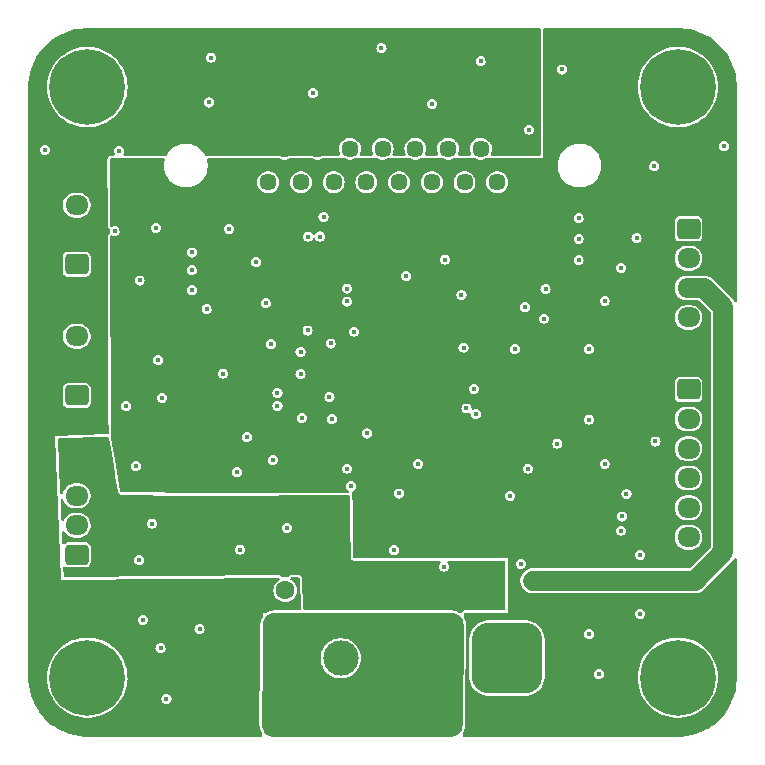
<source format=gbr>
%TF.GenerationSoftware,KiCad,Pcbnew,8.0.8*%
%TF.CreationDate,2025-01-29T06:10:26+01:00*%
%TF.ProjectId,ProjetCorps,50726f6a-6574-4436-9f72-70732e6b6963,rev?*%
%TF.SameCoordinates,Original*%
%TF.FileFunction,Copper,L2,Inr*%
%TF.FilePolarity,Positive*%
%FSLAX46Y46*%
G04 Gerber Fmt 4.6, Leading zero omitted, Abs format (unit mm)*
G04 Created by KiCad (PCBNEW 8.0.8) date 2025-01-29 06:10:26*
%MOMM*%
%LPD*%
G01*
G04 APERTURE LIST*
G04 Aperture macros list*
%AMRoundRect*
0 Rectangle with rounded corners*
0 $1 Rounding radius*
0 $2 $3 $4 $5 $6 $7 $8 $9 X,Y pos of 4 corners*
0 Add a 4 corners polygon primitive as box body*
4,1,4,$2,$3,$4,$5,$6,$7,$8,$9,$2,$3,0*
0 Add four circle primitives for the rounded corners*
1,1,$1+$1,$2,$3*
1,1,$1+$1,$4,$5*
1,1,$1+$1,$6,$7*
1,1,$1+$1,$8,$9*
0 Add four rect primitives between the rounded corners*
20,1,$1+$1,$2,$3,$4,$5,0*
20,1,$1+$1,$4,$5,$6,$7,0*
20,1,$1+$1,$6,$7,$8,$9,0*
20,1,$1+$1,$8,$9,$2,$3,0*%
G04 Aperture macros list end*
%TA.AperFunction,ComponentPad*%
%ADD10C,0.800000*%
%TD*%
%TA.AperFunction,ComponentPad*%
%ADD11C,6.400000*%
%TD*%
%TA.AperFunction,ComponentPad*%
%ADD12RoundRect,0.250000X0.725000X-0.600000X0.725000X0.600000X-0.725000X0.600000X-0.725000X-0.600000X0*%
%TD*%
%TA.AperFunction,ComponentPad*%
%ADD13O,1.950000X1.700000*%
%TD*%
%TA.AperFunction,ComponentPad*%
%ADD14RoundRect,0.250000X-0.725000X0.600000X-0.725000X-0.600000X0.725000X-0.600000X0.725000X0.600000X0*%
%TD*%
%TA.AperFunction,ComponentPad*%
%ADD15C,3.000000*%
%TD*%
%TA.AperFunction,ComponentPad*%
%ADD16C,1.600000*%
%TD*%
%TA.AperFunction,ComponentPad*%
%ADD17RoundRect,1.500000X1.500000X1.500000X-1.500000X1.500000X-1.500000X-1.500000X1.500000X-1.500000X0*%
%TD*%
%TA.AperFunction,ComponentPad*%
%ADD18C,6.000000*%
%TD*%
%TA.AperFunction,ComponentPad*%
%ADD19C,1.447800*%
%TD*%
%TA.AperFunction,ViaPad*%
%ADD20C,0.450000*%
%TD*%
%TA.AperFunction,Conductor*%
%ADD21C,1.700000*%
%TD*%
G04 APERTURE END LIST*
D10*
%TO.N,GND*%
%TO.C,H102*%
X92600000Y-45000000D03*
X93302944Y-43302944D03*
X93302944Y-46697056D03*
X95000000Y-42600000D03*
D11*
X95000000Y-45000000D03*
D10*
X95000000Y-47400000D03*
X96697056Y-43302944D03*
X96697056Y-46697056D03*
X97400000Y-45000000D03*
%TD*%
%TO.N,GND*%
%TO.C,H103*%
X42600000Y-95000000D03*
X43302944Y-93302944D03*
X43302944Y-96697056D03*
X45000000Y-92600000D03*
D11*
X45000000Y-95000000D03*
D10*
X45000000Y-97400000D03*
X46697056Y-93302944D03*
X46697056Y-96697056D03*
X47400000Y-95000000D03*
%TD*%
D12*
%TO.N,GND*%
%TO.C,J103*%
X44100000Y-71100000D03*
D13*
%TO.N,+12V*%
X44100000Y-68600000D03*
%TO.N,UART_HD_XL430*%
X44100000Y-66100000D03*
%TD*%
D14*
%TO.N,UART_mp3_RX*%
%TO.C,J1*%
X95900000Y-57000000D03*
D13*
%TO.N,UART_mp3_TX*%
X95900000Y-59500000D03*
%TO.N,+5V*%
X95900000Y-62000000D03*
%TO.N,GND*%
X95900000Y-64500000D03*
%TD*%
D10*
%TO.N,GND*%
%TO.C,H101*%
X42600000Y-45000000D03*
X43302944Y-43302944D03*
X43302944Y-46697056D03*
X45000000Y-42600000D03*
D11*
X45000000Y-45000000D03*
D10*
X45000000Y-47400000D03*
X46697056Y-43302944D03*
X46697056Y-46697056D03*
X47400000Y-45000000D03*
%TD*%
D15*
%TO.N,+12V*%
%TO.C,SW101*%
X57050000Y-93350000D03*
%TO.N,Net-(J101-Pin_2)*%
X61750000Y-93350000D03*
%TO.N,unconnected-(SW101-C-Pad3)*%
X66450000Y-93350000D03*
%TD*%
D16*
%TO.N,+12V*%
%TO.C,U104*%
X59210000Y-87600000D03*
%TO.N,GND*%
X61750000Y-87600000D03*
%TO.N,+5V*%
X64290000Y-87600000D03*
%TD*%
D17*
%TO.N,GND*%
%TO.C,J101*%
X80525000Y-93350000D03*
D18*
%TO.N,Net-(J101-Pin_2)*%
X73325000Y-93350000D03*
%TD*%
D12*
%TO.N,unconnected-(J3-Pin_1-Pad1)*%
%TO.C,J3*%
X44100000Y-84600000D03*
D13*
%TO.N,GND*%
X44100000Y-82100000D03*
%TO.N,PWM_TIM4_CH1*%
X44100000Y-79600000D03*
%TO.N,+5V*%
X44100000Y-77100000D03*
%TD*%
D14*
%TO.N,unconnected-(J2-Pin_1-Pad1)*%
%TO.C,J2*%
X95900000Y-70600000D03*
D13*
%TO.N,+5V*%
X95900000Y-73100000D03*
%TO.N,GND*%
X95900000Y-75600000D03*
%TO.N,UART_hc05_TX*%
X95900000Y-78100000D03*
%TO.N,UART_hc05_RX*%
X95900000Y-80600000D03*
%TO.N,unconnected-(J2-Pin_6-Pad6)*%
X95900000Y-83100000D03*
%TD*%
D10*
%TO.N,GND*%
%TO.C,H104*%
X92600000Y-95000000D03*
X93302944Y-93302944D03*
X93302944Y-96697056D03*
X95000000Y-92600000D03*
D11*
X95000000Y-95000000D03*
D10*
X95000000Y-97400000D03*
X96697056Y-93302944D03*
X96697056Y-96697056D03*
X97400000Y-95000000D03*
%TD*%
D19*
%TO.N,GND*%
%TO.C,J104*%
X60315002Y-53059999D03*
%TO.N,PWM_TIM2_CH2*%
X63085001Y-53059999D03*
%TO.N,PWM_TIM2_CH1*%
X65855001Y-53059999D03*
%TO.N,PWM_TIM1_CH4*%
X68625001Y-53059999D03*
%TO.N,PWM_TIM1_CH3*%
X71395000Y-53059999D03*
%TO.N,PWM_TIM1_CH2*%
X74165000Y-53059999D03*
%TO.N,PWM_TIM1_CH1*%
X76934999Y-53059999D03*
%TO.N,GND*%
X79704999Y-53059999D03*
%TO.N,+12V*%
X61700000Y-50220000D03*
X64470000Y-50220000D03*
%TO.N,GND*%
X67239999Y-50220000D03*
%TO.N,I2C_SCL*%
X70009999Y-50220000D03*
%TO.N,I2C_SDA*%
X72779999Y-50220000D03*
%TO.N,TOF_INT*%
X75549998Y-50220000D03*
%TO.N,GND*%
X78319998Y-50220000D03*
%TD*%
D12*
%TO.N,GND*%
%TO.C,J102*%
X44100000Y-60000000D03*
D13*
%TO.N,+12V*%
X44100000Y-57500000D03*
%TO.N,UART_HD_XL430*%
X44100000Y-55000000D03*
%TD*%
D20*
%TO.N,+3.3V*%
X74000000Y-76850000D03*
X48700000Y-58700000D03*
X90250000Y-83850000D03*
X73750000Y-63300000D03*
X63150000Y-74000000D03*
X66250000Y-58200000D03*
X59100000Y-70900000D03*
X59100000Y-72000000D03*
X76830000Y-66120000D03*
X62150000Y-58200000D03*
X77500000Y-81700000D03*
X66050000Y-63150000D03*
X63300000Y-72000000D03*
X71900000Y-81700000D03*
X75400000Y-80500000D03*
X54400000Y-76600000D03*
%TO.N,GND*%
X67000000Y-77300000D03*
X88300000Y-94700000D03*
X75300000Y-59600000D03*
X67000000Y-62050000D03*
X88800000Y-63100000D03*
X72000000Y-61000000D03*
X60700000Y-76550000D03*
X82300000Y-77300000D03*
X51350000Y-71300000D03*
X80800000Y-79600000D03*
X69900000Y-41700000D03*
X54500000Y-90900000D03*
X93100000Y-75000000D03*
X47700000Y-50400000D03*
X90200000Y-60300000D03*
X56500000Y-69250000D03*
X91800000Y-84600000D03*
X73020000Y-76880000D03*
X90650000Y-79450000D03*
X90250000Y-81350000D03*
X49100000Y-77100000D03*
X93000000Y-51700000D03*
X55500000Y-42500000D03*
X51000000Y-68100000D03*
X75200000Y-85600000D03*
X81700000Y-85350000D03*
X78300000Y-42800000D03*
X57000000Y-57000000D03*
X50500000Y-81950000D03*
X91800000Y-89600000D03*
X50800000Y-56900000D03*
X86600000Y-56100000D03*
X63650000Y-65600000D03*
X85200000Y-43500000D03*
X98900000Y-50000000D03*
X77900000Y-72700000D03*
X86600000Y-59650000D03*
X61100000Y-72000000D03*
X61100000Y-70900000D03*
X87500000Y-91300000D03*
X64100000Y-45500000D03*
X91500000Y-57800000D03*
X61900000Y-82300000D03*
X74200000Y-46400000D03*
X60550000Y-66750000D03*
X53850000Y-60500000D03*
X55300000Y-46300000D03*
X63050000Y-69300000D03*
X67000000Y-63150000D03*
X49700000Y-90100000D03*
X59300000Y-59800000D03*
X53850000Y-59000000D03*
X65500000Y-71250000D03*
X49400000Y-85050000D03*
X55100000Y-63800000D03*
X87450000Y-73150000D03*
X90200000Y-82550000D03*
X87450000Y-67200000D03*
X53850000Y-62200000D03*
X41400000Y-50300000D03*
X57650000Y-77600000D03*
X58500000Y-74650000D03*
X63050000Y-67400000D03*
X48300000Y-72000000D03*
X70950000Y-84200000D03*
X63150000Y-73000000D03*
X76850000Y-67050000D03*
X51700000Y-96800000D03*
X51200000Y-92500000D03*
X83800000Y-62100000D03*
X86600000Y-57850000D03*
X65000000Y-56000000D03*
X82400000Y-48600000D03*
X57950000Y-84150000D03*
X60100000Y-63300000D03*
X81200000Y-67200000D03*
%TO.N,NRST*%
X76675000Y-62600000D03*
X82060000Y-63640000D03*
%TO.N,+5V*%
X49429081Y-61370919D03*
X82600000Y-86800000D03*
X79740000Y-88220000D03*
%TO.N,+12V*%
X47312653Y-57187347D03*
%TO.N,I2C_SCL*%
X63700000Y-57650000D03*
%TO.N,I2C_SDA*%
X64700000Y-57650000D03*
%TO.N,UART_DEBUG_RX*%
X65600000Y-66700000D03*
X88800000Y-76900000D03*
%TO.N,UART_DEBUG_TX*%
X84800000Y-75175000D03*
X67600000Y-65700000D03*
%TO.N,UART_mp3_RX*%
X83645000Y-64600000D03*
X77720000Y-70530000D03*
%TO.N,UART_mp3_TX*%
X77100000Y-72200000D03*
%TO.N,UART_hc05_RX*%
X67350000Y-78775000D03*
%TO.N,UART_hc05_TX*%
X65700000Y-73100000D03*
%TO.N,PWM_TIM4_CH1*%
X71400000Y-79400000D03*
%TO.N,TOF_INT*%
X68677499Y-74322501D03*
%TD*%
D21*
%TO.N,+5V*%
X98850000Y-63650000D02*
X98850000Y-84400000D01*
X96450000Y-86800000D02*
X82700000Y-86800000D01*
X95900000Y-62000000D02*
X97200000Y-62000000D01*
X97200000Y-62000000D02*
X98850000Y-63650000D01*
X98850000Y-84400000D02*
X96450000Y-86800000D01*
%TD*%
%TA.AperFunction,Conductor*%
%TO.N,Net-(J101-Pin_2)*%
G36*
X75865305Y-89500483D02*
G01*
X76046923Y-89518480D01*
X76066066Y-89522310D01*
X76235933Y-89574170D01*
X76253949Y-89581683D01*
X76410334Y-89665872D01*
X76426519Y-89676770D01*
X76555367Y-89783414D01*
X76563341Y-89790014D01*
X76577080Y-89803885D01*
X76689010Y-89941772D01*
X76699757Y-89958064D01*
X76782452Y-90115242D01*
X76789795Y-90133334D01*
X76840033Y-90303681D01*
X76843682Y-90322862D01*
X76859948Y-90504644D01*
X76860338Y-90514410D01*
X76779479Y-99004691D01*
X76778916Y-99014331D01*
X76759639Y-99193621D01*
X76755718Y-99212508D01*
X76703486Y-99380019D01*
X76695977Y-99397788D01*
X76612250Y-99551991D01*
X76601438Y-99567966D01*
X76489395Y-99703010D01*
X76475689Y-99716585D01*
X76339594Y-99827329D01*
X76323518Y-99837988D01*
X76168520Y-99920245D01*
X76150680Y-99927585D01*
X75982680Y-99978220D01*
X75963756Y-99981961D01*
X75826262Y-99995420D01*
X75784413Y-99999517D01*
X75784290Y-99999529D01*
X75774645Y-100000000D01*
X60784457Y-100000000D01*
X60774695Y-99999517D01*
X60754115Y-99997477D01*
X60593076Y-99981519D01*
X60573932Y-99977688D01*
X60404069Y-99925830D01*
X60386048Y-99918315D01*
X60319212Y-99882334D01*
X60229667Y-99834128D01*
X60213478Y-99823227D01*
X60076658Y-99709985D01*
X60062918Y-99696113D01*
X59950987Y-99558225D01*
X59940243Y-99541937D01*
X59857544Y-99384750D01*
X59850206Y-99366672D01*
X59799965Y-99196315D01*
X59796317Y-99177137D01*
X59781319Y-99009523D01*
X59780050Y-98995345D01*
X59779661Y-98985600D01*
X59833333Y-93349997D01*
X64744732Y-93349997D01*
X64744732Y-93350002D01*
X64763777Y-93604152D01*
X64763779Y-93604161D01*
X64820492Y-93852639D01*
X64913604Y-94089881D01*
X64913607Y-94089888D01*
X65041041Y-94310612D01*
X65041045Y-94310618D01*
X65041047Y-94310620D01*
X65199940Y-94509866D01*
X65199951Y-94509878D01*
X65386776Y-94683226D01*
X65386778Y-94683227D01*
X65386783Y-94683232D01*
X65597366Y-94826805D01*
X65826996Y-94937389D01*
X66070542Y-95012513D01*
X66322565Y-95050500D01*
X66322570Y-95050500D01*
X66577430Y-95050500D01*
X66577435Y-95050500D01*
X66829458Y-95012513D01*
X67073004Y-94937389D01*
X67302634Y-94826805D01*
X67513217Y-94683232D01*
X67700050Y-94509877D01*
X67858959Y-94310612D01*
X67986393Y-94089888D01*
X68079508Y-93852637D01*
X68136222Y-93604157D01*
X68155268Y-93350000D01*
X68136222Y-93095843D01*
X68079508Y-92847363D01*
X67986393Y-92610112D01*
X67858959Y-92389388D01*
X67858952Y-92389379D01*
X67700059Y-92190133D01*
X67700048Y-92190121D01*
X67513223Y-92016773D01*
X67513220Y-92016771D01*
X67513217Y-92016768D01*
X67302634Y-91873195D01*
X67073004Y-91762611D01*
X66829462Y-91687488D01*
X66829459Y-91687487D01*
X66829458Y-91687487D01*
X66829453Y-91687486D01*
X66829452Y-91687486D01*
X66577438Y-91649500D01*
X66577435Y-91649500D01*
X66322565Y-91649500D01*
X66322561Y-91649500D01*
X66070547Y-91687486D01*
X66070537Y-91687488D01*
X65826995Y-91762611D01*
X65597373Y-91873191D01*
X65597369Y-91873193D01*
X65597366Y-91873195D01*
X65386783Y-92016768D01*
X65386776Y-92016773D01*
X65199951Y-92190121D01*
X65199940Y-92190133D01*
X65041047Y-92389379D01*
X65041043Y-92389384D01*
X65041041Y-92389388D01*
X64979181Y-92496533D01*
X64913608Y-92610109D01*
X64913604Y-92610118D01*
X64820492Y-92847360D01*
X64763779Y-93095838D01*
X64763777Y-93095847D01*
X64744732Y-93349997D01*
X59833333Y-93349997D01*
X59860521Y-90495287D01*
X59861081Y-90485689D01*
X59880360Y-90306375D01*
X59884281Y-90287491D01*
X59936515Y-90119973D01*
X59944018Y-90102218D01*
X60027751Y-89948003D01*
X60038557Y-89932037D01*
X60150608Y-89796984D01*
X60164305Y-89783418D01*
X60300407Y-89672668D01*
X60316481Y-89662011D01*
X60339974Y-89649543D01*
X60471485Y-89579751D01*
X60489309Y-89572417D01*
X60657328Y-89521777D01*
X60676235Y-89518039D01*
X60855588Y-89500483D01*
X60855711Y-89500471D01*
X60865355Y-89500000D01*
X75855543Y-89500000D01*
X75865305Y-89500483D01*
G37*
%TD.AperFunction*%
%TD*%
%TA.AperFunction,Conductor*%
%TO.N,+5V*%
G36*
X46773941Y-74620159D02*
G01*
X46825883Y-74666891D01*
X46842715Y-74711993D01*
X46918308Y-75175000D01*
X46918308Y-75175002D01*
X46922902Y-75203149D01*
X46922905Y-75203156D01*
X46974107Y-75516768D01*
X47142798Y-76549999D01*
X47232594Y-77099999D01*
X47238000Y-77133110D01*
X47238000Y-77133111D01*
X47314227Y-77599999D01*
X47319633Y-77633110D01*
X47319633Y-77633111D01*
X47382271Y-78016768D01*
X47506064Y-78774999D01*
X47578073Y-79216057D01*
X47578089Y-79216157D01*
X47580428Y-79230484D01*
X47580434Y-79230515D01*
X47586234Y-79255829D01*
X47586236Y-79255839D01*
X47595145Y-79285860D01*
X47595147Y-79285866D01*
X47635066Y-79359889D01*
X47635068Y-79359892D01*
X47668894Y-79399997D01*
X47668895Y-79400000D01*
X47680108Y-79413294D01*
X47680122Y-79413309D01*
X47697459Y-79431483D01*
X47697463Y-79431486D01*
X47697465Y-79431488D01*
X47697467Y-79431489D01*
X47776676Y-79477193D01*
X47776677Y-79477193D01*
X47776680Y-79477195D01*
X47843451Y-79497772D01*
X47901232Y-79506868D01*
X53183243Y-79577294D01*
X55296249Y-79605468D01*
X55297729Y-79605481D01*
X55297757Y-79605481D01*
X55297966Y-79605483D01*
X55300129Y-79605493D01*
X55300226Y-79605493D01*
X55301913Y-79605493D01*
X55301925Y-79605493D01*
X67030596Y-79557227D01*
X67030610Y-79557226D01*
X67030614Y-79557226D01*
X67053576Y-79555842D01*
X67053599Y-79555840D01*
X67081175Y-79552618D01*
X67084923Y-79551395D01*
X67087034Y-79551333D01*
X67087200Y-79551297D01*
X67087206Y-79551328D01*
X67154758Y-79549328D01*
X67214629Y-79585345D01*
X67245523Y-79648013D01*
X67247357Y-79668170D01*
X67254837Y-80498380D01*
X67255003Y-80516768D01*
X67255003Y-80516770D01*
X67262509Y-81349995D01*
X67262526Y-81351855D01*
X67262526Y-81351871D01*
X67273320Y-82549995D01*
X67273337Y-82551855D01*
X67273337Y-82551871D01*
X67274208Y-82648523D01*
X67277360Y-82998381D01*
X67277526Y-83016768D01*
X67285894Y-83945734D01*
X67288185Y-84199995D01*
X67288202Y-84201855D01*
X67288202Y-84201871D01*
X67291789Y-84599999D01*
X67293400Y-84778960D01*
X67293401Y-84778968D01*
X67298289Y-84821705D01*
X67301850Y-84837724D01*
X67309492Y-84872107D01*
X67311778Y-84881373D01*
X67354787Y-84962083D01*
X67354789Y-84962086D01*
X67400548Y-85014895D01*
X67418130Y-85032839D01*
X67418134Y-85032843D01*
X67418135Y-85032844D01*
X67418137Y-85032845D01*
X67497947Y-85077488D01*
X67497951Y-85077490D01*
X67564990Y-85097175D01*
X67622888Y-85105500D01*
X74793389Y-85105500D01*
X74860428Y-85125185D01*
X74906183Y-85177989D01*
X74916127Y-85247147D01*
X74887102Y-85310703D01*
X74881070Y-85317181D01*
X74851476Y-85346774D01*
X74851473Y-85346778D01*
X74790279Y-85466878D01*
X74769196Y-85599997D01*
X74769196Y-85600002D01*
X74790279Y-85733121D01*
X74790280Y-85733124D01*
X74790281Y-85733126D01*
X74851472Y-85853220D01*
X74851473Y-85853221D01*
X74851476Y-85853225D01*
X74946774Y-85948523D01*
X74946778Y-85948526D01*
X74946780Y-85948528D01*
X75066874Y-86009719D01*
X75066876Y-86009719D01*
X75066878Y-86009720D01*
X75199998Y-86030804D01*
X75200000Y-86030804D01*
X75200002Y-86030804D01*
X75333121Y-86009720D01*
X75333121Y-86009719D01*
X75333126Y-86009719D01*
X75453220Y-85948528D01*
X75548528Y-85853220D01*
X75609719Y-85733126D01*
X75630804Y-85600000D01*
X75630731Y-85599542D01*
X75609720Y-85466878D01*
X75609719Y-85466876D01*
X75609719Y-85466874D01*
X75548528Y-85346780D01*
X75548526Y-85346778D01*
X75548523Y-85346774D01*
X75518930Y-85317181D01*
X75485445Y-85255858D01*
X75490429Y-85186166D01*
X75532301Y-85130233D01*
X75597765Y-85105816D01*
X75606611Y-85105500D01*
X80270500Y-85105500D01*
X80337539Y-85125185D01*
X80383294Y-85177989D01*
X80394500Y-85229500D01*
X80394500Y-89170500D01*
X80374815Y-89237539D01*
X80322011Y-89283294D01*
X80270500Y-89294500D01*
X76992824Y-89294500D01*
X76966462Y-89297270D01*
X76950087Y-89298991D01*
X76899663Y-89309710D01*
X76890420Y-89311899D01*
X76890409Y-89311903D01*
X76809301Y-89354138D01*
X76809298Y-89354140D01*
X76756073Y-89399380D01*
X76756068Y-89399384D01*
X76756063Y-89399389D01*
X76754664Y-89400734D01*
X76737943Y-89416808D01*
X76726072Y-89437564D01*
X76675701Y-89485984D01*
X76618434Y-89500000D01*
X76567002Y-89500000D01*
X76508224Y-89485184D01*
X76507745Y-89484926D01*
X76351360Y-89400737D01*
X76348511Y-89399380D01*
X76333032Y-89392008D01*
X76315036Y-89384504D01*
X76295939Y-89377626D01*
X76126069Y-89325765D01*
X76106390Y-89320805D01*
X76087246Y-89316975D01*
X76087233Y-89316973D01*
X76067200Y-89313984D01*
X76067187Y-89313982D01*
X76067185Y-89313981D01*
X76067173Y-89313980D01*
X75943655Y-89301740D01*
X75885569Y-89295985D01*
X75885556Y-89295984D01*
X75875470Y-89295234D01*
X75865685Y-89294750D01*
X75855545Y-89294500D01*
X75855543Y-89294500D01*
X63417805Y-89294500D01*
X63350766Y-89274815D01*
X63305011Y-89222011D01*
X63295678Y-89163999D01*
X63294096Y-89163939D01*
X63294265Y-89159511D01*
X63209937Y-86629695D01*
X63209421Y-86614216D01*
X63203848Y-86573052D01*
X63192196Y-86524557D01*
X63192188Y-86524526D01*
X63190155Y-86516740D01*
X63146352Y-86436466D01*
X63146348Y-86436461D01*
X63100072Y-86384113D01*
X63082304Y-86366334D01*
X63002048Y-86322480D01*
X62934817Y-86303460D01*
X62876842Y-86295709D01*
X62876838Y-86295709D01*
X62876831Y-86295708D01*
X62318818Y-86301233D01*
X62318801Y-86301234D01*
X62282440Y-86304842D01*
X62239207Y-86313064D01*
X62236326Y-86313634D01*
X62236324Y-86313634D01*
X62236323Y-86313635D01*
X62179389Y-86339548D01*
X62153081Y-86351522D01*
X62097517Y-86393896D01*
X62078505Y-86410328D01*
X62050619Y-86453598D01*
X61997757Y-86499285D01*
X61947618Y-86510419D01*
X61530708Y-86514547D01*
X61463477Y-86495527D01*
X61428254Y-86458055D01*
X61426583Y-86459228D01*
X61422590Y-86453535D01*
X61407501Y-86436466D01*
X61376308Y-86401180D01*
X61358540Y-86383401D01*
X61278284Y-86339547D01*
X61211053Y-86320527D01*
X61153077Y-86312776D01*
X61153073Y-86312776D01*
X61153066Y-86312775D01*
X43117370Y-86491346D01*
X43050139Y-86472326D01*
X43003863Y-86419978D01*
X42992246Y-86372432D01*
X42965013Y-85707951D01*
X42981936Y-85640164D01*
X43032822Y-85592286D01*
X43101515Y-85579518D01*
X43153321Y-85599542D01*
X43153899Y-85598449D01*
X43162115Y-85602791D01*
X43162118Y-85602793D01*
X43204845Y-85617744D01*
X43290299Y-85647646D01*
X43320730Y-85650500D01*
X43320734Y-85650500D01*
X44879270Y-85650500D01*
X44909699Y-85647646D01*
X44909701Y-85647646D01*
X44973790Y-85625219D01*
X45037882Y-85602793D01*
X45147150Y-85522150D01*
X45227793Y-85412882D01*
X45263547Y-85310703D01*
X45272646Y-85284701D01*
X45272646Y-85284699D01*
X45275500Y-85254269D01*
X45275500Y-85049997D01*
X48969196Y-85049997D01*
X48969196Y-85050002D01*
X48990279Y-85183121D01*
X48990280Y-85183124D01*
X48990281Y-85183126D01*
X49051472Y-85303220D01*
X49051473Y-85303221D01*
X49051476Y-85303225D01*
X49146774Y-85398523D01*
X49146778Y-85398526D01*
X49146780Y-85398528D01*
X49266874Y-85459719D01*
X49266876Y-85459719D01*
X49266878Y-85459720D01*
X49399998Y-85480804D01*
X49400000Y-85480804D01*
X49400002Y-85480804D01*
X49533121Y-85459720D01*
X49533121Y-85459719D01*
X49533126Y-85459719D01*
X49653220Y-85398528D01*
X49748528Y-85303220D01*
X49809719Y-85183126D01*
X49811830Y-85169799D01*
X49830804Y-85050002D01*
X49830804Y-85049997D01*
X49809720Y-84916878D01*
X49809719Y-84916876D01*
X49809719Y-84916874D01*
X49748528Y-84796780D01*
X49748526Y-84796778D01*
X49748523Y-84796774D01*
X49653225Y-84701476D01*
X49653221Y-84701473D01*
X49653220Y-84701472D01*
X49533126Y-84640281D01*
X49533124Y-84640280D01*
X49533121Y-84640279D01*
X49400002Y-84619196D01*
X49399998Y-84619196D01*
X49266878Y-84640279D01*
X49146778Y-84701473D01*
X49146774Y-84701476D01*
X49051476Y-84796774D01*
X49051473Y-84796778D01*
X48990279Y-84916878D01*
X48969196Y-85049997D01*
X45275500Y-85049997D01*
X45275500Y-84149997D01*
X57519196Y-84149997D01*
X57519196Y-84150002D01*
X57540279Y-84283121D01*
X57540280Y-84283124D01*
X57540281Y-84283126D01*
X57601472Y-84403220D01*
X57601473Y-84403221D01*
X57601476Y-84403225D01*
X57696774Y-84498523D01*
X57696778Y-84498526D01*
X57696780Y-84498528D01*
X57816874Y-84559719D01*
X57816876Y-84559719D01*
X57816878Y-84559720D01*
X57949998Y-84580804D01*
X57950000Y-84580804D01*
X57950002Y-84580804D01*
X58083121Y-84559720D01*
X58083121Y-84559719D01*
X58083126Y-84559719D01*
X58203220Y-84498528D01*
X58298528Y-84403220D01*
X58359719Y-84283126D01*
X58359720Y-84283121D01*
X58380804Y-84150002D01*
X58380804Y-84149997D01*
X58359720Y-84016878D01*
X58359719Y-84016876D01*
X58359719Y-84016874D01*
X58298528Y-83896780D01*
X58298526Y-83896778D01*
X58298523Y-83896774D01*
X58203225Y-83801476D01*
X58203221Y-83801473D01*
X58203220Y-83801472D01*
X58083126Y-83740281D01*
X58083124Y-83740280D01*
X58083121Y-83740279D01*
X57950002Y-83719196D01*
X57949998Y-83719196D01*
X57816878Y-83740279D01*
X57696778Y-83801473D01*
X57696774Y-83801476D01*
X57601476Y-83896774D01*
X57601473Y-83896778D01*
X57540279Y-84016878D01*
X57519196Y-84149997D01*
X45275500Y-84149997D01*
X45275500Y-83945730D01*
X45272646Y-83915300D01*
X45272646Y-83915298D01*
X45232816Y-83801473D01*
X45227793Y-83787118D01*
X45147150Y-83677850D01*
X45037882Y-83597207D01*
X45037880Y-83597206D01*
X44909700Y-83552353D01*
X44879270Y-83549500D01*
X44879266Y-83549500D01*
X43320734Y-83549500D01*
X43320730Y-83549500D01*
X43290300Y-83552353D01*
X43290298Y-83552353D01*
X43162119Y-83597206D01*
X43162118Y-83597207D01*
X43074797Y-83661652D01*
X43009168Y-83685622D01*
X42940997Y-83670306D01*
X42891930Y-83620565D01*
X42877268Y-83566959D01*
X42876669Y-83552354D01*
X42842108Y-82709052D01*
X42859031Y-82641263D01*
X42909917Y-82593385D01*
X42978610Y-82580617D01*
X43043301Y-82607015D01*
X43069107Y-82635085D01*
X43159024Y-82769657D01*
X43305342Y-82915975D01*
X43305345Y-82915977D01*
X43477402Y-83030941D01*
X43668580Y-83110130D01*
X43871530Y-83150499D01*
X43871534Y-83150500D01*
X43871535Y-83150500D01*
X44328466Y-83150500D01*
X44328467Y-83150499D01*
X44531420Y-83110130D01*
X44722598Y-83030941D01*
X44894655Y-82915977D01*
X45040977Y-82769655D01*
X45155941Y-82597598D01*
X45235130Y-82406420D01*
X45275500Y-82203465D01*
X45275500Y-81996535D01*
X45266243Y-81949997D01*
X50069196Y-81949997D01*
X50069196Y-81950002D01*
X50090279Y-82083121D01*
X50090280Y-82083124D01*
X50090281Y-82083126D01*
X50132953Y-82166874D01*
X50151473Y-82203221D01*
X50151476Y-82203225D01*
X50246774Y-82298523D01*
X50246778Y-82298526D01*
X50246780Y-82298528D01*
X50366874Y-82359719D01*
X50366876Y-82359719D01*
X50366878Y-82359720D01*
X50499998Y-82380804D01*
X50500000Y-82380804D01*
X50500002Y-82380804D01*
X50633121Y-82359720D01*
X50633121Y-82359719D01*
X50633126Y-82359719D01*
X50750337Y-82299997D01*
X61469196Y-82299997D01*
X61469196Y-82300002D01*
X61490279Y-82433121D01*
X61490280Y-82433124D01*
X61490281Y-82433126D01*
X61550785Y-82551871D01*
X61551473Y-82553221D01*
X61551476Y-82553225D01*
X61646774Y-82648523D01*
X61646778Y-82648526D01*
X61646780Y-82648528D01*
X61766874Y-82709719D01*
X61766876Y-82709719D01*
X61766878Y-82709720D01*
X61899998Y-82730804D01*
X61900000Y-82730804D01*
X61900002Y-82730804D01*
X62033121Y-82709720D01*
X62033121Y-82709719D01*
X62033126Y-82709719D01*
X62153220Y-82648528D01*
X62248528Y-82553220D01*
X62309719Y-82433126D01*
X62311945Y-82419071D01*
X62330804Y-82300002D01*
X62330804Y-82299997D01*
X62309720Y-82166878D01*
X62309719Y-82166876D01*
X62309719Y-82166874D01*
X62248528Y-82046780D01*
X62248526Y-82046778D01*
X62248523Y-82046774D01*
X62153225Y-81951476D01*
X62153221Y-81951473D01*
X62153220Y-81951472D01*
X62033126Y-81890281D01*
X62033124Y-81890280D01*
X62033121Y-81890279D01*
X61900002Y-81869196D01*
X61899998Y-81869196D01*
X61766878Y-81890279D01*
X61646778Y-81951473D01*
X61646774Y-81951476D01*
X61551476Y-82046774D01*
X61551473Y-82046778D01*
X61490279Y-82166878D01*
X61469196Y-82299997D01*
X50750337Y-82299997D01*
X50753220Y-82298528D01*
X50848528Y-82203220D01*
X50909719Y-82083126D01*
X50923434Y-81996534D01*
X50930804Y-81950002D01*
X50930804Y-81949997D01*
X50909720Y-81816878D01*
X50909719Y-81816876D01*
X50909719Y-81816874D01*
X50848528Y-81696780D01*
X50848526Y-81696778D01*
X50848523Y-81696774D01*
X50753225Y-81601476D01*
X50753221Y-81601473D01*
X50753220Y-81601472D01*
X50633126Y-81540281D01*
X50633124Y-81540280D01*
X50633121Y-81540279D01*
X50500002Y-81519196D01*
X50499998Y-81519196D01*
X50366878Y-81540279D01*
X50246778Y-81601473D01*
X50246774Y-81601476D01*
X50151476Y-81696774D01*
X50151473Y-81696778D01*
X50090279Y-81816878D01*
X50069196Y-81949997D01*
X45266243Y-81949997D01*
X45235130Y-81793580D01*
X45155941Y-81602402D01*
X45040977Y-81430345D01*
X45040975Y-81430342D01*
X44894657Y-81284024D01*
X44797444Y-81219069D01*
X44722598Y-81169059D01*
X44647994Y-81138157D01*
X44531420Y-81089870D01*
X44531412Y-81089868D01*
X44328469Y-81049500D01*
X44328465Y-81049500D01*
X43871535Y-81049500D01*
X43871530Y-81049500D01*
X43668587Y-81089868D01*
X43668579Y-81089870D01*
X43477403Y-81169058D01*
X43305342Y-81284024D01*
X43159024Y-81430342D01*
X43044057Y-81602403D01*
X43034427Y-81625655D01*
X42990586Y-81680058D01*
X42924291Y-81702123D01*
X42856592Y-81684844D01*
X42808982Y-81633706D01*
X42795970Y-81583280D01*
X42729727Y-79966951D01*
X42746650Y-79899161D01*
X42797536Y-79851283D01*
X42866229Y-79838515D01*
X42930920Y-79864913D01*
X42968184Y-79914420D01*
X43044058Y-80097596D01*
X43159024Y-80269657D01*
X43305342Y-80415975D01*
X43305345Y-80415977D01*
X43477402Y-80530941D01*
X43668580Y-80610130D01*
X43871530Y-80650499D01*
X43871534Y-80650500D01*
X43871535Y-80650500D01*
X44328466Y-80650500D01*
X44328467Y-80650499D01*
X44531420Y-80610130D01*
X44722598Y-80530941D01*
X44894655Y-80415977D01*
X45040977Y-80269655D01*
X45155941Y-80097598D01*
X45235130Y-79906420D01*
X45275500Y-79703465D01*
X45275500Y-79496535D01*
X45235130Y-79293580D01*
X45155941Y-79102402D01*
X45040977Y-78930345D01*
X45040975Y-78930342D01*
X44894657Y-78784024D01*
X44808626Y-78726541D01*
X44722598Y-78669059D01*
X44531420Y-78589870D01*
X44531412Y-78589868D01*
X44328469Y-78549500D01*
X44328465Y-78549500D01*
X43871535Y-78549500D01*
X43871530Y-78549500D01*
X43668587Y-78589868D01*
X43668579Y-78589870D01*
X43477403Y-78669058D01*
X43305342Y-78784024D01*
X43159024Y-78930342D01*
X43044058Y-79102403D01*
X42964870Y-79293579D01*
X42964868Y-79293585D01*
X42949936Y-79368655D01*
X42917551Y-79430566D01*
X42856835Y-79465140D01*
X42787066Y-79461400D01*
X42730394Y-79420533D01*
X42704812Y-79355515D01*
X42704423Y-79349541D01*
X42702130Y-79293580D01*
X42519087Y-74827351D01*
X42536010Y-74759564D01*
X42586896Y-74711686D01*
X42640341Y-74698304D01*
X46677005Y-74612418D01*
X46704981Y-74608927D01*
X46773941Y-74620159D01*
G37*
%TD.AperFunction*%
%TD*%
%TA.AperFunction,Conductor*%
%TO.N,+3.3V*%
G36*
X95000641Y-40000006D02*
G01*
X95213481Y-40002328D01*
X95222915Y-40002792D01*
X95647552Y-40039943D01*
X95658270Y-40041354D01*
X96077393Y-40115256D01*
X96087921Y-40117590D01*
X96499033Y-40227747D01*
X96509322Y-40230992D01*
X96909255Y-40376555D01*
X96919221Y-40380683D01*
X97304942Y-40560547D01*
X97314528Y-40565538D01*
X97683088Y-40778326D01*
X97692207Y-40784135D01*
X98040820Y-41028237D01*
X98049402Y-41034822D01*
X98375420Y-41308383D01*
X98383395Y-41315692D01*
X98684307Y-41616604D01*
X98691616Y-41624579D01*
X98965177Y-41950597D01*
X98971762Y-41959179D01*
X99215864Y-42307792D01*
X99221676Y-42316916D01*
X99434459Y-42685467D01*
X99439454Y-42695062D01*
X99619310Y-43080764D01*
X99623450Y-43090759D01*
X99769003Y-43490664D01*
X99772256Y-43500980D01*
X99882405Y-43912061D01*
X99884746Y-43922623D01*
X99958644Y-44341725D01*
X99960056Y-44352450D01*
X99997206Y-44777073D01*
X99997671Y-44786527D01*
X99999993Y-44999357D01*
X100000000Y-45000710D01*
X100000000Y-63071473D01*
X99980315Y-63138512D01*
X99927511Y-63184267D01*
X99858353Y-63194211D01*
X99794797Y-63165186D01*
X99772898Y-63140363D01*
X99665980Y-62980349D01*
X99665974Y-62980341D01*
X99516559Y-62830926D01*
X99516528Y-62830897D01*
X98020317Y-61334686D01*
X98020297Y-61334664D01*
X97869657Y-61184024D01*
X97770384Y-61117693D01*
X97697598Y-61069059D01*
X97506420Y-60989870D01*
X97506412Y-60989868D01*
X97303469Y-60949500D01*
X97303465Y-60949500D01*
X96128465Y-60949500D01*
X95671535Y-60949500D01*
X95671530Y-60949500D01*
X95468587Y-60989868D01*
X95468579Y-60989870D01*
X95277403Y-61069058D01*
X95105342Y-61184024D01*
X94959024Y-61330342D01*
X94844058Y-61502403D01*
X94764870Y-61693579D01*
X94764868Y-61693587D01*
X94724500Y-61896530D01*
X94724500Y-62103469D01*
X94764868Y-62306412D01*
X94764870Y-62306420D01*
X94839732Y-62487153D01*
X94844059Y-62497598D01*
X94878086Y-62548523D01*
X94959024Y-62669657D01*
X95105342Y-62815975D01*
X95105345Y-62815977D01*
X95277402Y-62930941D01*
X95468580Y-63010130D01*
X95652803Y-63046774D01*
X95671530Y-63050499D01*
X95671534Y-63050500D01*
X95671535Y-63050500D01*
X95796535Y-63050500D01*
X96713507Y-63050500D01*
X96780546Y-63070185D01*
X96801188Y-63086819D01*
X97763181Y-64048812D01*
X97796666Y-64110135D01*
X97799500Y-64136493D01*
X97799500Y-83913506D01*
X97779815Y-83980545D01*
X97763181Y-84001187D01*
X96051188Y-85713181D01*
X95989865Y-85746666D01*
X95963507Y-85749500D01*
X82596530Y-85749500D01*
X82393587Y-85789868D01*
X82393579Y-85789870D01*
X82202403Y-85869058D01*
X82030342Y-85984024D01*
X81884024Y-86130342D01*
X81769058Y-86302403D01*
X81689870Y-86493579D01*
X81689868Y-86493587D01*
X81649500Y-86696530D01*
X81649500Y-86903469D01*
X81689868Y-87106412D01*
X81689870Y-87106420D01*
X81769058Y-87297596D01*
X81884024Y-87469657D01*
X82030342Y-87615975D01*
X82030345Y-87615977D01*
X82202402Y-87730941D01*
X82393580Y-87810130D01*
X82596530Y-87850499D01*
X82596534Y-87850500D01*
X82596535Y-87850500D01*
X96553466Y-87850500D01*
X96553467Y-87850499D01*
X96756420Y-87810130D01*
X96947598Y-87730941D01*
X97119655Y-87615977D01*
X97265977Y-87469655D01*
X97265977Y-87469653D01*
X97276185Y-87459446D01*
X97276186Y-87459443D01*
X99665977Y-85069655D01*
X99772898Y-84909637D01*
X99826510Y-84864832D01*
X99895835Y-84856125D01*
X99958863Y-84886279D01*
X99995582Y-84945722D01*
X100000000Y-84978528D01*
X100000000Y-94999289D01*
X99999993Y-95000642D01*
X99997671Y-95213472D01*
X99997206Y-95222926D01*
X99960056Y-95647549D01*
X99958644Y-95658274D01*
X99884746Y-96077376D01*
X99882405Y-96087938D01*
X99772256Y-96499019D01*
X99769003Y-96509335D01*
X99623450Y-96909240D01*
X99619310Y-96919235D01*
X99439454Y-97304937D01*
X99434459Y-97314532D01*
X99221676Y-97683083D01*
X99215864Y-97692207D01*
X98971762Y-98040820D01*
X98965177Y-98049402D01*
X98691616Y-98375420D01*
X98684307Y-98383395D01*
X98383395Y-98684307D01*
X98375420Y-98691616D01*
X98049402Y-98965177D01*
X98040820Y-98971762D01*
X97692207Y-99215864D01*
X97683083Y-99221676D01*
X97314532Y-99434459D01*
X97304937Y-99439454D01*
X96919235Y-99619310D01*
X96909240Y-99623450D01*
X96509335Y-99769003D01*
X96499019Y-99772256D01*
X96087938Y-99882405D01*
X96077376Y-99884746D01*
X95658274Y-99958644D01*
X95647549Y-99960056D01*
X95222926Y-99997206D01*
X95213472Y-99997671D01*
X95005455Y-99999940D01*
X95000640Y-99999993D01*
X94999290Y-100000000D01*
X90000000Y-100000000D01*
X76895186Y-100000000D01*
X76828147Y-99980315D01*
X76782392Y-99927511D01*
X76771192Y-99874819D01*
X76772200Y-99769003D01*
X76772697Y-99716752D01*
X76790737Y-99653518D01*
X76792846Y-99650049D01*
X76876573Y-99495846D01*
X76885269Y-99477781D01*
X76892778Y-99460012D01*
X76899670Y-99441192D01*
X76951902Y-99273681D01*
X76954755Y-99262666D01*
X76956922Y-99254305D01*
X76956930Y-99254272D01*
X76960845Y-99235412D01*
X76960849Y-99235393D01*
X76963961Y-99215589D01*
X76963967Y-99215538D01*
X76983236Y-99036319D01*
X76983238Y-99036299D01*
X76984066Y-99026312D01*
X76984629Y-99016672D01*
X76984970Y-99006648D01*
X77004945Y-96909240D01*
X77054123Y-91745576D01*
X77324500Y-91745576D01*
X77324500Y-94954423D01*
X77326651Y-94999289D01*
X77327313Y-95013104D01*
X77372107Y-95270343D01*
X77455643Y-95517730D01*
X77523047Y-95647549D01*
X77575966Y-95749470D01*
X77730244Y-95960113D01*
X77730248Y-95960118D01*
X77914881Y-96144751D01*
X77914886Y-96144755D01*
X78125529Y-96299033D01*
X78125532Y-96299034D01*
X78125534Y-96299036D01*
X78357270Y-96419357D01*
X78604657Y-96502893D01*
X78861896Y-96547687D01*
X78920590Y-96550500D01*
X78920607Y-96550500D01*
X82129393Y-96550500D01*
X82129410Y-96550500D01*
X82188104Y-96547687D01*
X82445343Y-96502893D01*
X82692730Y-96419357D01*
X82924466Y-96299036D01*
X83135119Y-96144751D01*
X83319751Y-95960119D01*
X83474036Y-95749466D01*
X83594357Y-95517730D01*
X83677893Y-95270343D01*
X83722687Y-95013104D01*
X83725500Y-94954410D01*
X83725500Y-94699997D01*
X87869196Y-94699997D01*
X87869196Y-94700002D01*
X87890279Y-94833121D01*
X87890280Y-94833124D01*
X87890281Y-94833126D01*
X87943406Y-94937389D01*
X87951473Y-94953221D01*
X87951476Y-94953225D01*
X88046774Y-95048523D01*
X88046778Y-95048526D01*
X88046780Y-95048528D01*
X88166874Y-95109719D01*
X88166876Y-95109719D01*
X88166878Y-95109720D01*
X88299998Y-95130804D01*
X88300000Y-95130804D01*
X88300002Y-95130804D01*
X88433121Y-95109720D01*
X88433121Y-95109719D01*
X88433126Y-95109719D01*
X88553220Y-95048528D01*
X88601748Y-95000000D01*
X91594506Y-95000000D01*
X91609163Y-95270343D01*
X91614469Y-95368196D01*
X91614470Y-95368213D01*
X91674122Y-95732068D01*
X91674128Y-95732094D01*
X91772768Y-96087365D01*
X91772770Y-96087371D01*
X91909255Y-96429926D01*
X91909261Y-96429938D01*
X92081973Y-96755708D01*
X92081976Y-96755713D01*
X92081978Y-96755716D01*
X92185444Y-96908316D01*
X92288909Y-97060916D01*
X92433214Y-97230804D01*
X92527627Y-97341956D01*
X92795330Y-97595538D01*
X93088881Y-97818690D01*
X93404838Y-98008795D01*
X93404840Y-98008796D01*
X93404842Y-98008797D01*
X93404846Y-98008799D01*
X93492608Y-98049402D01*
X93739497Y-98163625D01*
X94088934Y-98281364D01*
X94449052Y-98360632D01*
X94815630Y-98400500D01*
X94815636Y-98400500D01*
X95184364Y-98400500D01*
X95184370Y-98400500D01*
X95550948Y-98360632D01*
X95911066Y-98281364D01*
X96260503Y-98163625D01*
X96595162Y-98008795D01*
X96911119Y-97818690D01*
X97204670Y-97595538D01*
X97472373Y-97341956D01*
X97711090Y-97060917D01*
X97918022Y-96755716D01*
X98090743Y-96429930D01*
X98227227Y-96087379D01*
X98325875Y-95732081D01*
X98344237Y-95620077D01*
X98385529Y-95368213D01*
X98385529Y-95368210D01*
X98385531Y-95368199D01*
X98405494Y-95000000D01*
X98405455Y-94999289D01*
X98396446Y-94833121D01*
X98385531Y-94631801D01*
X98374887Y-94566878D01*
X98325877Y-94267931D01*
X98325876Y-94267930D01*
X98325875Y-94267919D01*
X98227227Y-93912621D01*
X98090743Y-93570070D01*
X97918022Y-93244284D01*
X97711090Y-92939083D01*
X97472373Y-92658044D01*
X97204670Y-92404462D01*
X96911119Y-92181310D01*
X96595162Y-91991205D01*
X96595161Y-91991204D01*
X96595157Y-91991202D01*
X96595153Y-91991200D01*
X96260513Y-91836379D01*
X96260508Y-91836377D01*
X96260503Y-91836375D01*
X96090172Y-91778983D01*
X95911065Y-91718635D01*
X95550946Y-91639367D01*
X95184371Y-91599500D01*
X95184370Y-91599500D01*
X94815630Y-91599500D01*
X94815628Y-91599500D01*
X94449053Y-91639367D01*
X94088934Y-91718635D01*
X93818812Y-91809650D01*
X93739497Y-91836375D01*
X93739494Y-91836376D01*
X93739486Y-91836379D01*
X93404846Y-91991200D01*
X93404842Y-91991202D01*
X93240172Y-92090281D01*
X93088881Y-92181310D01*
X93077288Y-92190123D01*
X92795330Y-92404461D01*
X92795330Y-92404462D01*
X92527626Y-92658044D01*
X92288909Y-92939083D01*
X92081979Y-93244282D01*
X92081973Y-93244291D01*
X91909261Y-93570061D01*
X91909255Y-93570073D01*
X91772770Y-93912628D01*
X91772768Y-93912634D01*
X91674128Y-94267905D01*
X91674122Y-94267931D01*
X91614470Y-94631786D01*
X91614469Y-94631803D01*
X91594545Y-94999289D01*
X91594506Y-95000000D01*
X88601748Y-95000000D01*
X88648528Y-94953220D01*
X88709719Y-94833126D01*
X88730804Y-94700000D01*
X88728148Y-94683232D01*
X88709720Y-94566878D01*
X88709719Y-94566876D01*
X88709719Y-94566874D01*
X88648528Y-94446780D01*
X88648526Y-94446778D01*
X88648523Y-94446774D01*
X88553225Y-94351476D01*
X88553221Y-94351473D01*
X88553220Y-94351472D01*
X88433126Y-94290281D01*
X88433124Y-94290280D01*
X88433121Y-94290279D01*
X88300002Y-94269196D01*
X88299998Y-94269196D01*
X88166878Y-94290279D01*
X88046778Y-94351473D01*
X88046774Y-94351476D01*
X87951476Y-94446774D01*
X87951473Y-94446778D01*
X87890279Y-94566878D01*
X87869196Y-94699997D01*
X83725500Y-94699997D01*
X83725500Y-91745590D01*
X83722687Y-91686896D01*
X83677893Y-91429657D01*
X83634110Y-91299997D01*
X87069196Y-91299997D01*
X87069196Y-91300002D01*
X87090279Y-91433121D01*
X87090280Y-91433124D01*
X87090281Y-91433126D01*
X87151472Y-91553220D01*
X87151473Y-91553221D01*
X87151476Y-91553225D01*
X87246774Y-91648523D01*
X87246778Y-91648526D01*
X87246780Y-91648528D01*
X87366874Y-91709719D01*
X87366876Y-91709719D01*
X87366878Y-91709720D01*
X87499998Y-91730804D01*
X87500000Y-91730804D01*
X87500002Y-91730804D01*
X87633121Y-91709720D01*
X87633121Y-91709719D01*
X87633126Y-91709719D01*
X87753220Y-91648528D01*
X87848528Y-91553220D01*
X87909719Y-91433126D01*
X87909720Y-91433121D01*
X87930804Y-91300002D01*
X87930804Y-91299997D01*
X87909720Y-91166878D01*
X87909719Y-91166876D01*
X87909719Y-91166874D01*
X87848528Y-91046780D01*
X87848526Y-91046778D01*
X87848523Y-91046774D01*
X87753225Y-90951476D01*
X87753221Y-90951473D01*
X87753220Y-90951472D01*
X87633126Y-90890281D01*
X87633124Y-90890280D01*
X87633121Y-90890279D01*
X87500002Y-90869196D01*
X87499998Y-90869196D01*
X87366878Y-90890279D01*
X87246778Y-90951473D01*
X87246774Y-90951476D01*
X87151476Y-91046774D01*
X87151473Y-91046778D01*
X87090279Y-91166878D01*
X87069196Y-91299997D01*
X83634110Y-91299997D01*
X83594357Y-91182270D01*
X83474036Y-90950534D01*
X83474034Y-90950532D01*
X83474033Y-90950529D01*
X83319755Y-90739886D01*
X83319751Y-90739881D01*
X83135118Y-90555248D01*
X83135113Y-90555244D01*
X82924470Y-90400966D01*
X82832512Y-90353220D01*
X82692730Y-90280643D01*
X82445343Y-90197107D01*
X82188104Y-90152313D01*
X82177098Y-90151785D01*
X82129423Y-90149500D01*
X82129410Y-90149500D01*
X78920590Y-90149500D01*
X78920576Y-90149500D01*
X78869232Y-90151961D01*
X78861896Y-90152313D01*
X78690403Y-90182175D01*
X78604656Y-90197107D01*
X78604655Y-90197107D01*
X78357270Y-90280643D01*
X78125529Y-90400966D01*
X77914886Y-90555244D01*
X77914881Y-90555248D01*
X77730248Y-90739881D01*
X77730244Y-90739886D01*
X77575966Y-90950529D01*
X77455643Y-91182270D01*
X77372107Y-91429655D01*
X77372107Y-91429656D01*
X77372107Y-91429657D01*
X77335590Y-91639367D01*
X77327313Y-91686898D01*
X77324500Y-91745576D01*
X77054123Y-91745576D01*
X77065829Y-90516401D01*
X77065828Y-90516387D01*
X77065829Y-90516367D01*
X77065674Y-90506210D01*
X77065284Y-90496444D01*
X77064630Y-90486329D01*
X77048364Y-90304547D01*
X77045561Y-90284456D01*
X77041912Y-90265275D01*
X77037140Y-90245551D01*
X77037137Y-90245539D01*
X76986903Y-90075207D01*
X76980209Y-90056052D01*
X76973686Y-90039981D01*
X76972866Y-90037959D01*
X76964317Y-90019559D01*
X76926943Y-89948523D01*
X76881369Y-89861899D01*
X76867114Y-89802983D01*
X76867780Y-89733121D01*
X76868830Y-89622817D01*
X76875767Y-89599997D01*
X91369196Y-89599997D01*
X91369196Y-89600002D01*
X91390279Y-89733121D01*
X91390280Y-89733124D01*
X91390281Y-89733126D01*
X91447237Y-89844908D01*
X91451473Y-89853221D01*
X91451476Y-89853225D01*
X91546774Y-89948523D01*
X91546778Y-89948526D01*
X91546780Y-89948528D01*
X91666874Y-90009719D01*
X91666876Y-90009719D01*
X91666878Y-90009720D01*
X91799998Y-90030804D01*
X91800000Y-90030804D01*
X91800002Y-90030804D01*
X91933121Y-90009720D01*
X91933121Y-90009719D01*
X91933126Y-90009719D01*
X92053220Y-89948528D01*
X92148528Y-89853220D01*
X92209719Y-89733126D01*
X92219025Y-89674370D01*
X92230804Y-89600002D01*
X92230804Y-89599997D01*
X92209720Y-89466878D01*
X92209719Y-89466876D01*
X92209719Y-89466874D01*
X92148528Y-89346780D01*
X92148526Y-89346778D01*
X92148523Y-89346774D01*
X92053225Y-89251476D01*
X92053221Y-89251473D01*
X92053220Y-89251472D01*
X91933126Y-89190281D01*
X91933124Y-89190280D01*
X91933121Y-89190279D01*
X91800002Y-89169196D01*
X91799998Y-89169196D01*
X91666878Y-89190279D01*
X91546778Y-89251473D01*
X91546774Y-89251476D01*
X91451476Y-89346774D01*
X91451473Y-89346778D01*
X91390279Y-89466878D01*
X91369196Y-89599997D01*
X76875767Y-89599997D01*
X76889152Y-89555970D01*
X76942389Y-89510720D01*
X76992824Y-89500000D01*
X80600000Y-89500000D01*
X80600000Y-85349997D01*
X81269196Y-85349997D01*
X81269196Y-85350002D01*
X81290279Y-85483121D01*
X81290280Y-85483124D01*
X81290281Y-85483126D01*
X81351472Y-85603220D01*
X81351473Y-85603221D01*
X81351476Y-85603225D01*
X81446774Y-85698523D01*
X81446778Y-85698526D01*
X81446780Y-85698528D01*
X81566874Y-85759719D01*
X81566876Y-85759719D01*
X81566878Y-85759720D01*
X81699998Y-85780804D01*
X81700000Y-85780804D01*
X81700002Y-85780804D01*
X81833121Y-85759720D01*
X81833121Y-85759719D01*
X81833126Y-85759719D01*
X81953220Y-85698528D01*
X82048528Y-85603220D01*
X82109719Y-85483126D01*
X82112293Y-85466874D01*
X82130804Y-85350002D01*
X82130804Y-85349997D01*
X82109720Y-85216878D01*
X82109719Y-85216876D01*
X82109719Y-85216874D01*
X82048528Y-85096780D01*
X82048526Y-85096778D01*
X82048523Y-85096774D01*
X81953225Y-85001476D01*
X81953221Y-85001473D01*
X81953220Y-85001472D01*
X81833126Y-84940281D01*
X81833124Y-84940280D01*
X81833121Y-84940279D01*
X81700002Y-84919196D01*
X81699998Y-84919196D01*
X81566878Y-84940279D01*
X81566874Y-84940280D01*
X81566874Y-84940281D01*
X81550698Y-84948523D01*
X81446778Y-85001473D01*
X81446774Y-85001476D01*
X81351476Y-85096774D01*
X81351473Y-85096778D01*
X81351472Y-85096780D01*
X81307477Y-85183126D01*
X81290279Y-85216878D01*
X81269196Y-85349997D01*
X80600000Y-85349997D01*
X80600000Y-84900000D01*
X67622888Y-84900000D01*
X67555849Y-84880315D01*
X67510094Y-84827511D01*
X67498893Y-84777117D01*
X67493694Y-84199997D01*
X70519196Y-84199997D01*
X70519196Y-84200002D01*
X70540279Y-84333121D01*
X70540280Y-84333124D01*
X70540281Y-84333126D01*
X70575996Y-84403220D01*
X70601473Y-84453221D01*
X70601476Y-84453225D01*
X70696774Y-84548523D01*
X70696778Y-84548526D01*
X70696780Y-84548528D01*
X70816874Y-84609719D01*
X70816876Y-84609719D01*
X70816878Y-84609720D01*
X70949998Y-84630804D01*
X70950000Y-84630804D01*
X70950002Y-84630804D01*
X71083121Y-84609720D01*
X71083121Y-84609719D01*
X71083126Y-84609719D01*
X71102206Y-84599997D01*
X91369196Y-84599997D01*
X91369196Y-84600002D01*
X91390279Y-84733121D01*
X91390280Y-84733124D01*
X91390281Y-84733126D01*
X91438373Y-84827511D01*
X91451473Y-84853221D01*
X91451476Y-84853225D01*
X91546774Y-84948523D01*
X91546778Y-84948526D01*
X91546780Y-84948528D01*
X91666874Y-85009719D01*
X91666876Y-85009719D01*
X91666878Y-85009720D01*
X91799998Y-85030804D01*
X91800000Y-85030804D01*
X91800002Y-85030804D01*
X91933121Y-85009720D01*
X91933121Y-85009719D01*
X91933126Y-85009719D01*
X92053220Y-84948528D01*
X92148528Y-84853220D01*
X92209719Y-84733126D01*
X92213949Y-84706419D01*
X92230804Y-84600002D01*
X92230804Y-84599997D01*
X92209720Y-84466878D01*
X92209719Y-84466876D01*
X92209719Y-84466874D01*
X92148528Y-84346780D01*
X92148526Y-84346778D01*
X92148523Y-84346774D01*
X92053225Y-84251476D01*
X92053221Y-84251473D01*
X92053220Y-84251472D01*
X91933126Y-84190281D01*
X91933124Y-84190280D01*
X91933121Y-84190279D01*
X91800002Y-84169196D01*
X91799998Y-84169196D01*
X91666878Y-84190279D01*
X91666874Y-84190280D01*
X91666874Y-84190281D01*
X91586811Y-84231075D01*
X91546778Y-84251473D01*
X91546774Y-84251476D01*
X91451476Y-84346774D01*
X91451473Y-84346778D01*
X91390279Y-84466878D01*
X91369196Y-84599997D01*
X71102206Y-84599997D01*
X71203220Y-84548528D01*
X71298528Y-84453220D01*
X71359719Y-84333126D01*
X71380804Y-84200000D01*
X71379264Y-84190279D01*
X71359720Y-84066878D01*
X71359719Y-84066876D01*
X71359719Y-84066874D01*
X71298528Y-83946780D01*
X71298526Y-83946778D01*
X71298523Y-83946774D01*
X71203225Y-83851476D01*
X71203221Y-83851473D01*
X71203220Y-83851472D01*
X71083126Y-83790281D01*
X71083124Y-83790280D01*
X71083121Y-83790279D01*
X70950002Y-83769196D01*
X70949998Y-83769196D01*
X70816878Y-83790279D01*
X70696778Y-83851473D01*
X70696774Y-83851476D01*
X70601476Y-83946774D01*
X70601473Y-83946778D01*
X70540279Y-84066878D01*
X70519196Y-84199997D01*
X67493694Y-84199997D01*
X67482852Y-82996530D01*
X94724500Y-82996530D01*
X94724500Y-83203469D01*
X94764868Y-83406412D01*
X94764870Y-83406420D01*
X94844058Y-83597596D01*
X94959024Y-83769657D01*
X95105342Y-83915975D01*
X95105345Y-83915977D01*
X95277402Y-84030941D01*
X95468580Y-84110130D01*
X95669021Y-84150000D01*
X95671530Y-84150499D01*
X95671534Y-84150500D01*
X95671535Y-84150500D01*
X96128466Y-84150500D01*
X96128467Y-84150499D01*
X96331420Y-84110130D01*
X96522598Y-84030941D01*
X96694655Y-83915977D01*
X96840977Y-83769655D01*
X96955941Y-83597598D01*
X97035130Y-83406420D01*
X97075500Y-83203465D01*
X97075500Y-82996535D01*
X97035130Y-82793580D01*
X96955941Y-82602402D01*
X96840977Y-82430345D01*
X96840975Y-82430342D01*
X96694657Y-82284024D01*
X96571108Y-82201472D01*
X96522598Y-82169059D01*
X96453117Y-82140279D01*
X96331420Y-82089870D01*
X96331412Y-82089868D01*
X96128469Y-82049500D01*
X96128465Y-82049500D01*
X95671535Y-82049500D01*
X95671530Y-82049500D01*
X95468587Y-82089868D01*
X95468579Y-82089870D01*
X95277403Y-82169058D01*
X95105342Y-82284024D01*
X94959024Y-82430342D01*
X94844058Y-82602403D01*
X94764870Y-82793579D01*
X94764868Y-82793587D01*
X94724500Y-82996530D01*
X67482852Y-82996530D01*
X67478829Y-82549997D01*
X89769196Y-82549997D01*
X89769196Y-82550002D01*
X89790279Y-82683121D01*
X89790280Y-82683124D01*
X89790281Y-82683126D01*
X89846564Y-82793587D01*
X89851473Y-82803221D01*
X89851476Y-82803225D01*
X89946774Y-82898523D01*
X89946778Y-82898526D01*
X89946780Y-82898528D01*
X90066874Y-82959719D01*
X90066876Y-82959719D01*
X90066878Y-82959720D01*
X90199998Y-82980804D01*
X90200000Y-82980804D01*
X90200002Y-82980804D01*
X90333121Y-82959720D01*
X90333121Y-82959719D01*
X90333126Y-82959719D01*
X90453220Y-82898528D01*
X90548528Y-82803220D01*
X90609719Y-82683126D01*
X90622504Y-82602403D01*
X90630804Y-82550002D01*
X90630804Y-82549997D01*
X90609720Y-82416878D01*
X90609719Y-82416876D01*
X90609719Y-82416874D01*
X90548528Y-82296780D01*
X90548526Y-82296778D01*
X90548523Y-82296774D01*
X90453225Y-82201476D01*
X90453221Y-82201473D01*
X90453220Y-82201472D01*
X90333126Y-82140281D01*
X90333124Y-82140280D01*
X90333121Y-82140279D01*
X90200002Y-82119196D01*
X90199998Y-82119196D01*
X90066878Y-82140279D01*
X89946778Y-82201473D01*
X89946774Y-82201476D01*
X89851476Y-82296774D01*
X89851473Y-82296778D01*
X89790279Y-82416878D01*
X89769196Y-82549997D01*
X67478829Y-82549997D01*
X67468018Y-81349997D01*
X89819196Y-81349997D01*
X89819196Y-81350002D01*
X89840279Y-81483121D01*
X89840280Y-81483124D01*
X89840281Y-81483126D01*
X89901472Y-81603220D01*
X89901473Y-81603221D01*
X89901476Y-81603225D01*
X89996774Y-81698523D01*
X89996778Y-81698526D01*
X89996780Y-81698528D01*
X90116874Y-81759719D01*
X90116876Y-81759719D01*
X90116878Y-81759720D01*
X90249998Y-81780804D01*
X90250000Y-81780804D01*
X90250002Y-81780804D01*
X90383121Y-81759720D01*
X90383121Y-81759719D01*
X90383126Y-81759719D01*
X90503220Y-81698528D01*
X90598528Y-81603220D01*
X90659719Y-81483126D01*
X90659720Y-81483121D01*
X90680804Y-81350002D01*
X90680804Y-81349997D01*
X90659720Y-81216878D01*
X90659719Y-81216876D01*
X90659719Y-81216874D01*
X90598528Y-81096780D01*
X90598526Y-81096778D01*
X90598523Y-81096774D01*
X90503225Y-81001476D01*
X90503221Y-81001473D01*
X90503220Y-81001472D01*
X90383126Y-80940281D01*
X90383124Y-80940280D01*
X90383121Y-80940279D01*
X90250002Y-80919196D01*
X90249998Y-80919196D01*
X90116878Y-80940279D01*
X89996778Y-81001473D01*
X89996774Y-81001476D01*
X89901476Y-81096774D01*
X89901473Y-81096778D01*
X89840279Y-81216878D01*
X89819196Y-81349997D01*
X67468018Y-81349997D01*
X67460329Y-80496530D01*
X94724500Y-80496530D01*
X94724500Y-80703469D01*
X94764868Y-80906412D01*
X94764870Y-80906420D01*
X94844058Y-81097596D01*
X94959024Y-81269657D01*
X95105342Y-81415975D01*
X95105345Y-81415977D01*
X95277402Y-81530941D01*
X95468580Y-81610130D01*
X95671530Y-81650499D01*
X95671534Y-81650500D01*
X95671535Y-81650500D01*
X96128466Y-81650500D01*
X96128467Y-81650499D01*
X96331420Y-81610130D01*
X96522598Y-81530941D01*
X96694655Y-81415977D01*
X96840977Y-81269655D01*
X96955941Y-81097598D01*
X97035130Y-80906420D01*
X97075500Y-80703465D01*
X97075500Y-80496535D01*
X97035130Y-80293580D01*
X96955941Y-80102402D01*
X96840977Y-79930345D01*
X96840975Y-79930342D01*
X96694657Y-79784024D01*
X96573724Y-79703220D01*
X96522598Y-79669059D01*
X96331420Y-79589870D01*
X96331412Y-79589868D01*
X96128469Y-79549500D01*
X96128465Y-79549500D01*
X95671535Y-79549500D01*
X95671530Y-79549500D01*
X95468587Y-79589868D01*
X95468579Y-79589870D01*
X95277403Y-79669058D01*
X95105342Y-79784024D01*
X94959024Y-79930342D01*
X94844058Y-80102403D01*
X94764870Y-80293579D01*
X94764868Y-80293587D01*
X94724500Y-80496530D01*
X67460329Y-80496530D01*
X67450450Y-79399995D01*
X70969196Y-79399995D01*
X70969196Y-79400002D01*
X70990279Y-79533121D01*
X70990280Y-79533124D01*
X70990281Y-79533126D01*
X71051472Y-79653220D01*
X71051473Y-79653221D01*
X71051476Y-79653225D01*
X71146774Y-79748523D01*
X71146778Y-79748526D01*
X71146780Y-79748528D01*
X71266874Y-79809719D01*
X71266876Y-79809719D01*
X71266878Y-79809720D01*
X71399998Y-79830804D01*
X71400000Y-79830804D01*
X71400002Y-79830804D01*
X71533121Y-79809720D01*
X71533121Y-79809719D01*
X71533126Y-79809719D01*
X71653220Y-79748528D01*
X71748528Y-79653220D01*
X71775646Y-79599997D01*
X80369196Y-79599997D01*
X80369196Y-79600002D01*
X80390279Y-79733121D01*
X80390280Y-79733124D01*
X80390281Y-79733126D01*
X80451472Y-79853220D01*
X80451473Y-79853221D01*
X80451476Y-79853225D01*
X80546774Y-79948523D01*
X80546778Y-79948526D01*
X80546780Y-79948528D01*
X80666874Y-80009719D01*
X80666876Y-80009719D01*
X80666878Y-80009720D01*
X80799998Y-80030804D01*
X80800000Y-80030804D01*
X80800002Y-80030804D01*
X80933121Y-80009720D01*
X80933121Y-80009719D01*
X80933126Y-80009719D01*
X81053220Y-79948528D01*
X81148528Y-79853220D01*
X81209719Y-79733126D01*
X81214455Y-79703225D01*
X81230804Y-79600002D01*
X81230804Y-79599997D01*
X81209720Y-79466878D01*
X81209719Y-79466876D01*
X81209719Y-79466874D01*
X81201120Y-79449997D01*
X90219196Y-79449997D01*
X90219196Y-79450002D01*
X90240279Y-79583121D01*
X90240280Y-79583124D01*
X90240281Y-79583126D01*
X90301472Y-79703220D01*
X90301473Y-79703221D01*
X90301476Y-79703225D01*
X90396774Y-79798523D01*
X90396778Y-79798526D01*
X90396780Y-79798528D01*
X90516874Y-79859719D01*
X90516876Y-79859719D01*
X90516878Y-79859720D01*
X90649998Y-79880804D01*
X90650000Y-79880804D01*
X90650002Y-79880804D01*
X90783121Y-79859720D01*
X90783121Y-79859719D01*
X90783126Y-79859719D01*
X90903220Y-79798528D01*
X90998528Y-79703220D01*
X91059719Y-79583126D01*
X91078131Y-79466878D01*
X91080804Y-79450002D01*
X91080804Y-79449997D01*
X91059720Y-79316878D01*
X91059719Y-79316876D01*
X91059719Y-79316874D01*
X90998528Y-79196780D01*
X90998526Y-79196778D01*
X90998523Y-79196774D01*
X90903225Y-79101476D01*
X90903221Y-79101473D01*
X90903220Y-79101472D01*
X90783126Y-79040281D01*
X90783124Y-79040280D01*
X90783121Y-79040279D01*
X90650002Y-79019196D01*
X90649998Y-79019196D01*
X90516878Y-79040279D01*
X90516874Y-79040280D01*
X90516874Y-79040281D01*
X90494903Y-79051476D01*
X90396778Y-79101473D01*
X90396774Y-79101476D01*
X90301476Y-79196774D01*
X90301473Y-79196778D01*
X90240279Y-79316878D01*
X90219196Y-79449997D01*
X81201120Y-79449997D01*
X81148528Y-79346780D01*
X81148526Y-79346778D01*
X81148523Y-79346774D01*
X81053225Y-79251476D01*
X81053221Y-79251473D01*
X81053220Y-79251472D01*
X80933126Y-79190281D01*
X80933124Y-79190280D01*
X80933121Y-79190279D01*
X80800002Y-79169196D01*
X80799998Y-79169196D01*
X80666878Y-79190279D01*
X80546778Y-79251473D01*
X80546774Y-79251476D01*
X80451476Y-79346774D01*
X80451473Y-79346778D01*
X80390279Y-79466878D01*
X80369196Y-79599997D01*
X71775646Y-79599997D01*
X71809719Y-79533126D01*
X71820212Y-79466878D01*
X71830804Y-79400002D01*
X71830804Y-79399995D01*
X71809720Y-79266878D01*
X71809719Y-79266876D01*
X71809719Y-79266874D01*
X71748528Y-79146780D01*
X71748526Y-79146778D01*
X71748523Y-79146774D01*
X71653225Y-79051476D01*
X71653221Y-79051473D01*
X71653220Y-79051472D01*
X71533126Y-78990281D01*
X71533124Y-78990280D01*
X71533121Y-78990279D01*
X71400002Y-78969196D01*
X71399998Y-78969196D01*
X71266878Y-78990279D01*
X71146778Y-79051473D01*
X71146774Y-79051476D01*
X71051476Y-79146774D01*
X71051473Y-79146778D01*
X70990279Y-79266878D01*
X70969196Y-79399995D01*
X67450450Y-79399995D01*
X67449827Y-79330797D01*
X67439259Y-79311741D01*
X67443787Y-79242018D01*
X67485291Y-79185811D01*
X67503942Y-79174112D01*
X67603220Y-79123528D01*
X67698528Y-79028220D01*
X67759719Y-78908126D01*
X67780804Y-78775000D01*
X67779957Y-78769655D01*
X67759720Y-78641878D01*
X67759719Y-78641876D01*
X67759719Y-78641874D01*
X67698528Y-78521780D01*
X67698526Y-78521778D01*
X67698523Y-78521774D01*
X67603225Y-78426476D01*
X67603221Y-78426473D01*
X67603220Y-78426472D01*
X67483126Y-78365281D01*
X67483124Y-78365280D01*
X67483121Y-78365279D01*
X67350002Y-78344196D01*
X67349998Y-78344196D01*
X67216878Y-78365279D01*
X67096778Y-78426473D01*
X67096774Y-78426476D01*
X67001476Y-78521774D01*
X67001473Y-78521778D01*
X66940279Y-78641878D01*
X66919196Y-78774997D01*
X66919196Y-78775002D01*
X66940279Y-78908121D01*
X66940280Y-78908124D01*
X66940281Y-78908126D01*
X67001472Y-79028220D01*
X67001473Y-79028221D01*
X67001476Y-79028225D01*
X67096775Y-79123524D01*
X67096778Y-79123526D01*
X67096780Y-79123528D01*
X67096781Y-79123528D01*
X67102125Y-79127411D01*
X67144791Y-79182741D01*
X67150770Y-79252354D01*
X67118165Y-79314150D01*
X67057326Y-79348507D01*
X67029750Y-79351729D01*
X55301079Y-79399995D01*
X55298916Y-79399985D01*
X47903972Y-79301386D01*
X47837201Y-79280809D01*
X47792154Y-79227400D01*
X47783245Y-79197377D01*
X47780855Y-79182741D01*
X47522448Y-77599997D01*
X57219196Y-77599997D01*
X57219196Y-77600002D01*
X57240279Y-77733121D01*
X57240280Y-77733124D01*
X57240281Y-77733126D01*
X57301472Y-77853220D01*
X57301473Y-77853221D01*
X57301476Y-77853225D01*
X57396774Y-77948523D01*
X57396778Y-77948526D01*
X57396780Y-77948528D01*
X57516874Y-78009719D01*
X57516876Y-78009719D01*
X57516878Y-78009720D01*
X57649998Y-78030804D01*
X57650000Y-78030804D01*
X57650002Y-78030804D01*
X57783121Y-78009720D01*
X57783121Y-78009719D01*
X57783126Y-78009719D01*
X57809011Y-77996530D01*
X94724500Y-77996530D01*
X94724500Y-78203469D01*
X94764868Y-78406412D01*
X94764870Y-78406420D01*
X94844058Y-78597596D01*
X94959024Y-78769657D01*
X95105342Y-78915975D01*
X95105345Y-78915977D01*
X95277402Y-79030941D01*
X95468580Y-79110130D01*
X95652803Y-79146774D01*
X95671530Y-79150499D01*
X95671534Y-79150500D01*
X95671535Y-79150500D01*
X96128466Y-79150500D01*
X96128467Y-79150499D01*
X96331420Y-79110130D01*
X96522598Y-79030941D01*
X96694655Y-78915977D01*
X96840977Y-78769655D01*
X96955941Y-78597598D01*
X97035130Y-78406420D01*
X97075500Y-78203465D01*
X97075500Y-77996535D01*
X97035130Y-77793580D01*
X96955941Y-77602402D01*
X96840977Y-77430345D01*
X96840975Y-77430342D01*
X96694657Y-77284024D01*
X96522803Y-77169196D01*
X96522598Y-77169059D01*
X96331420Y-77089870D01*
X96331412Y-77089868D01*
X96128469Y-77049500D01*
X96128465Y-77049500D01*
X95671535Y-77049500D01*
X95671530Y-77049500D01*
X95468587Y-77089868D01*
X95468579Y-77089870D01*
X95277403Y-77169058D01*
X95105342Y-77284024D01*
X94959024Y-77430342D01*
X94844058Y-77602403D01*
X94764870Y-77793579D01*
X94764868Y-77793587D01*
X94724500Y-77996530D01*
X57809011Y-77996530D01*
X57903220Y-77948528D01*
X57998528Y-77853220D01*
X58059719Y-77733126D01*
X58063426Y-77709720D01*
X58080804Y-77600002D01*
X58080804Y-77599997D01*
X58059720Y-77466878D01*
X58059719Y-77466876D01*
X58059719Y-77466874D01*
X57998528Y-77346780D01*
X57998526Y-77346778D01*
X57998523Y-77346774D01*
X57951746Y-77299997D01*
X66569196Y-77299997D01*
X66569196Y-77300002D01*
X66590279Y-77433121D01*
X66590280Y-77433124D01*
X66590281Y-77433126D01*
X66651472Y-77553220D01*
X66651473Y-77553221D01*
X66651476Y-77553225D01*
X66746774Y-77648523D01*
X66746778Y-77648526D01*
X66746780Y-77648528D01*
X66866874Y-77709719D01*
X66866876Y-77709719D01*
X66866878Y-77709720D01*
X66999998Y-77730804D01*
X67000000Y-77730804D01*
X67000002Y-77730804D01*
X67133121Y-77709720D01*
X67133121Y-77709719D01*
X67133126Y-77709719D01*
X67253220Y-77648528D01*
X67348528Y-77553220D01*
X67409719Y-77433126D01*
X67409720Y-77433121D01*
X67430804Y-77300002D01*
X67430804Y-77299997D01*
X67409720Y-77166878D01*
X67409719Y-77166876D01*
X67409719Y-77166874D01*
X67348528Y-77046780D01*
X67348526Y-77046778D01*
X67348523Y-77046774D01*
X67253225Y-76951476D01*
X67253221Y-76951473D01*
X67253220Y-76951472D01*
X67133126Y-76890281D01*
X67133124Y-76890280D01*
X67133121Y-76890279D01*
X67068200Y-76879997D01*
X72589196Y-76879997D01*
X72589196Y-76880002D01*
X72610279Y-77013121D01*
X72610280Y-77013124D01*
X72610281Y-77013126D01*
X72654546Y-77100000D01*
X72671473Y-77133221D01*
X72671476Y-77133225D01*
X72766774Y-77228523D01*
X72766778Y-77228526D01*
X72766780Y-77228528D01*
X72886874Y-77289719D01*
X72886876Y-77289719D01*
X72886878Y-77289720D01*
X73019998Y-77310804D01*
X73020000Y-77310804D01*
X73020002Y-77310804D01*
X73088235Y-77299997D01*
X81869196Y-77299997D01*
X81869196Y-77300002D01*
X81890279Y-77433121D01*
X81890280Y-77433124D01*
X81890281Y-77433126D01*
X81951472Y-77553220D01*
X81951473Y-77553221D01*
X81951476Y-77553225D01*
X82046774Y-77648523D01*
X82046778Y-77648526D01*
X82046780Y-77648528D01*
X82166874Y-77709719D01*
X82166876Y-77709719D01*
X82166878Y-77709720D01*
X82299998Y-77730804D01*
X82300000Y-77730804D01*
X82300002Y-77730804D01*
X82433121Y-77709720D01*
X82433121Y-77709719D01*
X82433126Y-77709719D01*
X82553220Y-77648528D01*
X82648528Y-77553220D01*
X82709719Y-77433126D01*
X82709720Y-77433121D01*
X82730804Y-77300002D01*
X82730804Y-77299997D01*
X82709720Y-77166878D01*
X82709719Y-77166876D01*
X82709719Y-77166874D01*
X82648528Y-77046780D01*
X82648526Y-77046778D01*
X82648523Y-77046774D01*
X82553225Y-76951476D01*
X82553221Y-76951473D01*
X82553220Y-76951472D01*
X82452195Y-76899997D01*
X88369196Y-76899997D01*
X88369196Y-76900002D01*
X88390279Y-77033121D01*
X88390280Y-77033124D01*
X88390281Y-77033126D01*
X88451472Y-77153220D01*
X88451473Y-77153221D01*
X88451476Y-77153225D01*
X88546774Y-77248523D01*
X88546778Y-77248526D01*
X88546780Y-77248528D01*
X88666874Y-77309719D01*
X88666876Y-77309719D01*
X88666878Y-77309720D01*
X88799998Y-77330804D01*
X88800000Y-77330804D01*
X88800002Y-77330804D01*
X88933121Y-77309720D01*
X88933121Y-77309719D01*
X88933126Y-77309719D01*
X89053220Y-77248528D01*
X89148528Y-77153220D01*
X89209719Y-77033126D01*
X89212887Y-77013126D01*
X89230804Y-76900002D01*
X89230804Y-76899997D01*
X89209720Y-76766878D01*
X89209719Y-76766876D01*
X89209719Y-76766874D01*
X89148528Y-76646780D01*
X89148526Y-76646778D01*
X89148523Y-76646774D01*
X89053225Y-76551476D01*
X89053221Y-76551473D01*
X89053220Y-76551472D01*
X88933126Y-76490281D01*
X88933124Y-76490280D01*
X88933121Y-76490279D01*
X88800002Y-76469196D01*
X88799998Y-76469196D01*
X88666878Y-76490279D01*
X88546778Y-76551473D01*
X88546774Y-76551476D01*
X88451476Y-76646774D01*
X88451473Y-76646778D01*
X88451472Y-76646780D01*
X88400470Y-76746878D01*
X88390279Y-76766878D01*
X88369196Y-76899997D01*
X82452195Y-76899997D01*
X82433126Y-76890281D01*
X82433124Y-76890280D01*
X82433121Y-76890279D01*
X82300002Y-76869196D01*
X82299998Y-76869196D01*
X82166878Y-76890279D01*
X82166874Y-76890280D01*
X82166874Y-76890281D01*
X82086811Y-76931075D01*
X82046778Y-76951473D01*
X82046774Y-76951476D01*
X81951476Y-77046774D01*
X81951473Y-77046778D01*
X81890279Y-77166878D01*
X81869196Y-77299997D01*
X73088235Y-77299997D01*
X73153121Y-77289720D01*
X73153121Y-77289719D01*
X73153126Y-77289719D01*
X73273220Y-77228528D01*
X73368528Y-77133220D01*
X73429719Y-77013126D01*
X73429720Y-77013121D01*
X73450804Y-76880002D01*
X73450804Y-76879997D01*
X73429720Y-76746878D01*
X73429719Y-76746876D01*
X73429719Y-76746874D01*
X73368528Y-76626780D01*
X73368526Y-76626778D01*
X73368523Y-76626774D01*
X73273225Y-76531476D01*
X73273221Y-76531473D01*
X73273220Y-76531472D01*
X73153126Y-76470281D01*
X73153124Y-76470280D01*
X73153121Y-76470279D01*
X73020002Y-76449196D01*
X73019998Y-76449196D01*
X72886878Y-76470279D01*
X72766778Y-76531473D01*
X72766774Y-76531476D01*
X72671476Y-76626774D01*
X72671473Y-76626778D01*
X72610279Y-76746878D01*
X72589196Y-76879997D01*
X67068200Y-76879997D01*
X67000002Y-76869196D01*
X66999998Y-76869196D01*
X66866878Y-76890279D01*
X66866874Y-76890280D01*
X66866874Y-76890281D01*
X66786811Y-76931075D01*
X66746778Y-76951473D01*
X66746774Y-76951476D01*
X66651476Y-77046774D01*
X66651473Y-77046778D01*
X66590279Y-77166878D01*
X66569196Y-77299997D01*
X57951746Y-77299997D01*
X57903225Y-77251476D01*
X57903221Y-77251473D01*
X57903220Y-77251472D01*
X57783126Y-77190281D01*
X57783124Y-77190280D01*
X57783121Y-77190279D01*
X57650002Y-77169196D01*
X57649998Y-77169196D01*
X57516878Y-77190279D01*
X57396778Y-77251473D01*
X57396774Y-77251476D01*
X57301476Y-77346774D01*
X57301473Y-77346778D01*
X57301472Y-77346780D01*
X57257477Y-77433126D01*
X57240279Y-77466878D01*
X57219196Y-77599997D01*
X47522448Y-77599997D01*
X47440815Y-77099997D01*
X48669196Y-77099997D01*
X48669196Y-77100002D01*
X48690279Y-77233121D01*
X48690280Y-77233124D01*
X48690281Y-77233126D01*
X48748188Y-77346774D01*
X48751473Y-77353221D01*
X48751476Y-77353225D01*
X48846774Y-77448523D01*
X48846778Y-77448526D01*
X48846780Y-77448528D01*
X48966874Y-77509719D01*
X48966876Y-77509719D01*
X48966878Y-77509720D01*
X49099998Y-77530804D01*
X49100000Y-77530804D01*
X49100002Y-77530804D01*
X49233121Y-77509720D01*
X49233121Y-77509719D01*
X49233126Y-77509719D01*
X49353220Y-77448528D01*
X49448528Y-77353220D01*
X49509719Y-77233126D01*
X49516505Y-77190281D01*
X49530804Y-77100002D01*
X49530804Y-77099997D01*
X49509720Y-76966878D01*
X49509719Y-76966876D01*
X49509719Y-76966874D01*
X49448528Y-76846780D01*
X49448526Y-76846778D01*
X49448523Y-76846774D01*
X49353225Y-76751476D01*
X49353221Y-76751473D01*
X49353220Y-76751472D01*
X49233126Y-76690281D01*
X49233124Y-76690280D01*
X49233121Y-76690279D01*
X49100002Y-76669196D01*
X49099998Y-76669196D01*
X48966878Y-76690279D01*
X48846778Y-76751473D01*
X48846774Y-76751476D01*
X48751476Y-76846774D01*
X48751473Y-76846778D01*
X48690279Y-76966878D01*
X48669196Y-77099997D01*
X47440815Y-77099997D01*
X47351019Y-76549997D01*
X60269196Y-76549997D01*
X60269196Y-76550002D01*
X60290279Y-76683121D01*
X60290280Y-76683124D01*
X60290281Y-76683126D01*
X60332953Y-76766874D01*
X60351473Y-76803221D01*
X60351476Y-76803225D01*
X60446774Y-76898523D01*
X60446778Y-76898526D01*
X60446780Y-76898528D01*
X60566874Y-76959719D01*
X60566876Y-76959719D01*
X60566878Y-76959720D01*
X60699998Y-76980804D01*
X60700000Y-76980804D01*
X60700002Y-76980804D01*
X60833121Y-76959720D01*
X60833121Y-76959719D01*
X60833126Y-76959719D01*
X60953220Y-76898528D01*
X61048528Y-76803220D01*
X61109719Y-76683126D01*
X61109720Y-76683121D01*
X61130804Y-76550002D01*
X61130804Y-76549997D01*
X61109720Y-76416878D01*
X61109719Y-76416876D01*
X61109719Y-76416874D01*
X61048528Y-76296780D01*
X61048526Y-76296778D01*
X61048523Y-76296774D01*
X60953225Y-76201476D01*
X60953221Y-76201473D01*
X60953220Y-76201472D01*
X60833126Y-76140281D01*
X60833124Y-76140280D01*
X60833121Y-76140279D01*
X60700002Y-76119196D01*
X60699998Y-76119196D01*
X60566878Y-76140279D01*
X60446778Y-76201473D01*
X60446774Y-76201476D01*
X60351476Y-76296774D01*
X60351473Y-76296778D01*
X60290279Y-76416878D01*
X60269196Y-76549997D01*
X47351019Y-76549997D01*
X47126529Y-75174997D01*
X84369196Y-75174997D01*
X84369196Y-75175002D01*
X84390279Y-75308121D01*
X84390280Y-75308124D01*
X84390281Y-75308126D01*
X84442046Y-75409720D01*
X84451473Y-75428221D01*
X84451476Y-75428225D01*
X84546774Y-75523523D01*
X84546778Y-75523526D01*
X84546780Y-75523528D01*
X84666874Y-75584719D01*
X84666876Y-75584719D01*
X84666878Y-75584720D01*
X84799998Y-75605804D01*
X84800000Y-75605804D01*
X84800002Y-75605804D01*
X84933121Y-75584720D01*
X84933121Y-75584719D01*
X84933126Y-75584719D01*
X85053220Y-75523528D01*
X85080218Y-75496530D01*
X94724500Y-75496530D01*
X94724500Y-75703469D01*
X94764868Y-75906412D01*
X94764870Y-75906420D01*
X94844059Y-76097598D01*
X94872579Y-76140281D01*
X94959024Y-76269657D01*
X95105342Y-76415975D01*
X95105345Y-76415977D01*
X95277402Y-76530941D01*
X95468580Y-76610130D01*
X95652803Y-76646774D01*
X95671530Y-76650499D01*
X95671534Y-76650500D01*
X95671535Y-76650500D01*
X96128466Y-76650500D01*
X96128467Y-76650499D01*
X96331420Y-76610130D01*
X96522598Y-76530941D01*
X96694655Y-76415977D01*
X96840977Y-76269655D01*
X96955941Y-76097598D01*
X97035130Y-75906420D01*
X97075500Y-75703465D01*
X97075500Y-75496535D01*
X97035130Y-75293580D01*
X96955941Y-75102402D01*
X96840977Y-74930345D01*
X96840975Y-74930342D01*
X96694657Y-74784024D01*
X96525543Y-74671027D01*
X96522598Y-74669059D01*
X96480139Y-74651472D01*
X96331420Y-74589870D01*
X96331412Y-74589868D01*
X96128469Y-74549500D01*
X96128465Y-74549500D01*
X95671535Y-74549500D01*
X95671530Y-74549500D01*
X95468587Y-74589868D01*
X95468579Y-74589870D01*
X95277403Y-74669058D01*
X95105342Y-74784024D01*
X94959024Y-74930342D01*
X94844058Y-75102403D01*
X94764870Y-75293579D01*
X94764868Y-75293587D01*
X94724500Y-75496530D01*
X85080218Y-75496530D01*
X85148528Y-75428220D01*
X85209719Y-75308126D01*
X85212023Y-75293579D01*
X85230804Y-75175002D01*
X85230804Y-75174997D01*
X85209720Y-75041878D01*
X85209719Y-75041876D01*
X85209719Y-75041874D01*
X85188382Y-74999997D01*
X92669196Y-74999997D01*
X92669196Y-75000002D01*
X92690279Y-75133121D01*
X92690280Y-75133124D01*
X92690281Y-75133126D01*
X92711617Y-75175000D01*
X92751473Y-75253221D01*
X92751476Y-75253225D01*
X92846774Y-75348523D01*
X92846778Y-75348526D01*
X92846780Y-75348528D01*
X92966874Y-75409719D01*
X92966876Y-75409719D01*
X92966878Y-75409720D01*
X93099998Y-75430804D01*
X93100000Y-75430804D01*
X93100002Y-75430804D01*
X93233121Y-75409720D01*
X93233121Y-75409719D01*
X93233126Y-75409719D01*
X93353220Y-75348528D01*
X93448528Y-75253220D01*
X93509719Y-75133126D01*
X93518006Y-75080804D01*
X93530804Y-75000002D01*
X93530804Y-74999997D01*
X93509720Y-74866878D01*
X93509719Y-74866876D01*
X93509719Y-74866874D01*
X93448528Y-74746780D01*
X93448526Y-74746778D01*
X93448523Y-74746774D01*
X93353225Y-74651476D01*
X93353221Y-74651473D01*
X93353220Y-74651472D01*
X93233126Y-74590281D01*
X93233124Y-74590280D01*
X93233121Y-74590279D01*
X93100002Y-74569196D01*
X93099998Y-74569196D01*
X92966878Y-74590279D01*
X92846778Y-74651473D01*
X92846774Y-74651476D01*
X92751476Y-74746774D01*
X92751473Y-74746778D01*
X92690279Y-74866878D01*
X92669196Y-74999997D01*
X85188382Y-74999997D01*
X85148528Y-74921780D01*
X85148526Y-74921778D01*
X85148523Y-74921774D01*
X85053225Y-74826476D01*
X85053221Y-74826473D01*
X85053220Y-74826472D01*
X84933126Y-74765281D01*
X84933124Y-74765280D01*
X84933121Y-74765279D01*
X84800002Y-74744196D01*
X84799998Y-74744196D01*
X84666878Y-74765279D01*
X84546778Y-74826473D01*
X84546774Y-74826476D01*
X84451476Y-74921774D01*
X84451473Y-74921778D01*
X84390279Y-75041878D01*
X84369196Y-75174997D01*
X47126529Y-75174997D01*
X47040815Y-74649997D01*
X58069196Y-74649997D01*
X58069196Y-74650002D01*
X58090279Y-74783121D01*
X58090280Y-74783124D01*
X58090281Y-74783126D01*
X58112369Y-74826476D01*
X58151473Y-74903221D01*
X58151476Y-74903225D01*
X58246774Y-74998523D01*
X58246778Y-74998526D01*
X58246780Y-74998528D01*
X58366874Y-75059719D01*
X58366876Y-75059719D01*
X58366878Y-75059720D01*
X58499998Y-75080804D01*
X58500000Y-75080804D01*
X58500002Y-75080804D01*
X58633121Y-75059720D01*
X58633121Y-75059719D01*
X58633126Y-75059719D01*
X58753220Y-74998528D01*
X58848528Y-74903220D01*
X58909719Y-74783126D01*
X58909720Y-74783121D01*
X58930804Y-74650002D01*
X58930804Y-74649997D01*
X58909720Y-74516878D01*
X58909719Y-74516876D01*
X58909719Y-74516874D01*
X58848528Y-74396780D01*
X58848526Y-74396778D01*
X58848523Y-74396774D01*
X58774247Y-74322498D01*
X68246695Y-74322498D01*
X68246695Y-74322503D01*
X68267778Y-74455622D01*
X68267779Y-74455625D01*
X68267780Y-74455627D01*
X68328971Y-74575721D01*
X68328972Y-74575722D01*
X68328975Y-74575726D01*
X68424273Y-74671024D01*
X68424277Y-74671027D01*
X68424279Y-74671029D01*
X68544373Y-74732220D01*
X68544375Y-74732220D01*
X68544377Y-74732221D01*
X68677497Y-74753305D01*
X68677499Y-74753305D01*
X68677501Y-74753305D01*
X68810620Y-74732221D01*
X68810620Y-74732220D01*
X68810625Y-74732220D01*
X68930719Y-74671029D01*
X69026027Y-74575721D01*
X69087218Y-74455627D01*
X69094499Y-74409658D01*
X69108303Y-74322503D01*
X69108303Y-74322498D01*
X69087219Y-74189379D01*
X69087218Y-74189377D01*
X69087218Y-74189375D01*
X69026027Y-74069281D01*
X69026025Y-74069279D01*
X69026022Y-74069275D01*
X68930724Y-73973977D01*
X68930720Y-73973974D01*
X68930719Y-73973973D01*
X68810625Y-73912782D01*
X68810623Y-73912781D01*
X68810620Y-73912780D01*
X68677501Y-73891697D01*
X68677497Y-73891697D01*
X68544377Y-73912780D01*
X68544373Y-73912781D01*
X68544373Y-73912782D01*
X68464310Y-73953576D01*
X68424277Y-73973974D01*
X68424273Y-73973977D01*
X68328975Y-74069275D01*
X68328972Y-74069279D01*
X68267778Y-74189379D01*
X68246695Y-74322498D01*
X58774247Y-74322498D01*
X58753225Y-74301476D01*
X58753221Y-74301473D01*
X58753220Y-74301472D01*
X58633126Y-74240281D01*
X58633124Y-74240280D01*
X58633121Y-74240279D01*
X58500002Y-74219196D01*
X58499998Y-74219196D01*
X58366878Y-74240279D01*
X58246778Y-74301473D01*
X58246774Y-74301476D01*
X58151476Y-74396774D01*
X58151473Y-74396778D01*
X58090279Y-74516878D01*
X58069196Y-74649997D01*
X47040815Y-74649997D01*
X47001576Y-74409658D01*
X46999958Y-74390210D01*
X46998761Y-74110129D01*
X46994017Y-72999997D01*
X62719196Y-72999997D01*
X62719196Y-73000002D01*
X62740279Y-73133121D01*
X62740280Y-73133124D01*
X62740281Y-73133126D01*
X62791234Y-73233126D01*
X62801473Y-73253221D01*
X62801476Y-73253225D01*
X62896774Y-73348523D01*
X62896778Y-73348526D01*
X62896780Y-73348528D01*
X63016874Y-73409719D01*
X63016876Y-73409719D01*
X63016878Y-73409720D01*
X63149998Y-73430804D01*
X63150000Y-73430804D01*
X63150002Y-73430804D01*
X63283121Y-73409720D01*
X63283121Y-73409719D01*
X63283126Y-73409719D01*
X63403220Y-73348528D01*
X63498528Y-73253220D01*
X63559719Y-73133126D01*
X63563426Y-73109720D01*
X63564966Y-73099997D01*
X65269196Y-73099997D01*
X65269196Y-73100002D01*
X65290279Y-73233121D01*
X65290280Y-73233124D01*
X65290281Y-73233126D01*
X65351472Y-73353220D01*
X65351473Y-73353221D01*
X65351476Y-73353225D01*
X65446774Y-73448523D01*
X65446778Y-73448526D01*
X65446780Y-73448528D01*
X65566874Y-73509719D01*
X65566876Y-73509719D01*
X65566878Y-73509720D01*
X65699998Y-73530804D01*
X65700000Y-73530804D01*
X65700002Y-73530804D01*
X65833121Y-73509720D01*
X65833121Y-73509719D01*
X65833126Y-73509719D01*
X65953220Y-73448528D01*
X66048528Y-73353220D01*
X66109719Y-73233126D01*
X66114417Y-73203465D01*
X66122886Y-73149997D01*
X87019196Y-73149997D01*
X87019196Y-73150002D01*
X87040279Y-73283121D01*
X87040280Y-73283124D01*
X87040281Y-73283126D01*
X87101472Y-73403220D01*
X87101473Y-73403221D01*
X87101476Y-73403225D01*
X87196774Y-73498523D01*
X87196778Y-73498526D01*
X87196780Y-73498528D01*
X87316874Y-73559719D01*
X87316876Y-73559719D01*
X87316878Y-73559720D01*
X87449998Y-73580804D01*
X87450000Y-73580804D01*
X87450002Y-73580804D01*
X87583121Y-73559720D01*
X87583121Y-73559719D01*
X87583126Y-73559719D01*
X87703220Y-73498528D01*
X87798528Y-73403220D01*
X87859719Y-73283126D01*
X87864455Y-73253225D01*
X87880804Y-73150002D01*
X87880804Y-73149997D01*
X87859720Y-73016878D01*
X87859719Y-73016876D01*
X87859719Y-73016874D01*
X87849353Y-72996530D01*
X94724500Y-72996530D01*
X94724500Y-73203469D01*
X94764868Y-73406412D01*
X94764870Y-73406420D01*
X94844058Y-73597596D01*
X94959024Y-73769657D01*
X95105342Y-73915975D01*
X95105345Y-73915977D01*
X95277402Y-74030941D01*
X95468580Y-74110130D01*
X95671530Y-74150499D01*
X95671534Y-74150500D01*
X95671535Y-74150500D01*
X96128466Y-74150500D01*
X96128467Y-74150499D01*
X96331420Y-74110130D01*
X96522598Y-74030941D01*
X96694655Y-73915977D01*
X96840977Y-73769655D01*
X96955941Y-73597598D01*
X97035130Y-73406420D01*
X97075500Y-73203465D01*
X97075500Y-72996535D01*
X97035130Y-72793580D01*
X96955941Y-72602402D01*
X96840977Y-72430345D01*
X96840975Y-72430342D01*
X96694657Y-72284024D01*
X96608626Y-72226541D01*
X96522598Y-72169059D01*
X96331420Y-72089870D01*
X96331412Y-72089868D01*
X96128469Y-72049500D01*
X96128465Y-72049500D01*
X95671535Y-72049500D01*
X95671530Y-72049500D01*
X95468587Y-72089868D01*
X95468579Y-72089870D01*
X95277403Y-72169058D01*
X95105342Y-72284024D01*
X94959024Y-72430342D01*
X94844058Y-72602403D01*
X94764870Y-72793579D01*
X94764868Y-72793587D01*
X94724500Y-72996530D01*
X87849353Y-72996530D01*
X87798528Y-72896780D01*
X87798526Y-72896778D01*
X87798523Y-72896774D01*
X87703225Y-72801476D01*
X87703221Y-72801473D01*
X87703220Y-72801472D01*
X87583126Y-72740281D01*
X87583124Y-72740280D01*
X87583121Y-72740279D01*
X87450002Y-72719196D01*
X87449998Y-72719196D01*
X87316878Y-72740279D01*
X87316874Y-72740280D01*
X87316874Y-72740281D01*
X87294903Y-72751476D01*
X87196778Y-72801473D01*
X87196774Y-72801476D01*
X87101476Y-72896774D01*
X87101473Y-72896778D01*
X87040279Y-73016878D01*
X87019196Y-73149997D01*
X66122886Y-73149997D01*
X66130804Y-73100002D01*
X66130804Y-73099997D01*
X66109720Y-72966878D01*
X66109719Y-72966876D01*
X66109719Y-72966874D01*
X66048528Y-72846780D01*
X66048526Y-72846778D01*
X66048523Y-72846774D01*
X65953225Y-72751476D01*
X65953221Y-72751473D01*
X65953220Y-72751472D01*
X65833126Y-72690281D01*
X65833124Y-72690280D01*
X65833121Y-72690279D01*
X65700002Y-72669196D01*
X65699998Y-72669196D01*
X65566878Y-72690279D01*
X65566874Y-72690280D01*
X65566874Y-72690281D01*
X65510125Y-72719196D01*
X65446778Y-72751473D01*
X65446774Y-72751476D01*
X65351476Y-72846774D01*
X65351473Y-72846778D01*
X65290279Y-72966878D01*
X65269196Y-73099997D01*
X63564966Y-73099997D01*
X63580804Y-73000002D01*
X63580804Y-72999997D01*
X63559720Y-72866878D01*
X63559719Y-72866876D01*
X63559719Y-72866874D01*
X63498528Y-72746780D01*
X63498526Y-72746778D01*
X63498523Y-72746774D01*
X63403225Y-72651476D01*
X63403221Y-72651473D01*
X63403220Y-72651472D01*
X63283126Y-72590281D01*
X63283124Y-72590280D01*
X63283121Y-72590279D01*
X63150002Y-72569196D01*
X63149998Y-72569196D01*
X63016878Y-72590279D01*
X63016874Y-72590280D01*
X63016874Y-72590281D01*
X62993085Y-72602402D01*
X62896778Y-72651473D01*
X62896774Y-72651476D01*
X62801476Y-72746774D01*
X62801473Y-72746778D01*
X62801472Y-72746780D01*
X62757477Y-72833126D01*
X62740279Y-72866878D01*
X62719196Y-72999997D01*
X46994017Y-72999997D01*
X46989743Y-71999997D01*
X47869196Y-71999997D01*
X47869196Y-72000002D01*
X47890279Y-72133121D01*
X47890280Y-72133124D01*
X47890281Y-72133126D01*
X47951472Y-72253220D01*
X47951473Y-72253221D01*
X47951476Y-72253225D01*
X48046774Y-72348523D01*
X48046778Y-72348526D01*
X48046780Y-72348528D01*
X48166874Y-72409719D01*
X48166876Y-72409719D01*
X48166878Y-72409720D01*
X48299998Y-72430804D01*
X48300000Y-72430804D01*
X48300002Y-72430804D01*
X48433121Y-72409720D01*
X48433121Y-72409719D01*
X48433126Y-72409719D01*
X48553220Y-72348528D01*
X48648528Y-72253220D01*
X48709719Y-72133126D01*
X48716570Y-72089870D01*
X48730804Y-72000002D01*
X48730804Y-71999997D01*
X60669196Y-71999997D01*
X60669196Y-72000002D01*
X60690279Y-72133121D01*
X60690280Y-72133124D01*
X60690281Y-72133126D01*
X60751472Y-72253220D01*
X60751473Y-72253221D01*
X60751476Y-72253225D01*
X60846774Y-72348523D01*
X60846778Y-72348526D01*
X60846780Y-72348528D01*
X60966874Y-72409719D01*
X60966876Y-72409719D01*
X60966878Y-72409720D01*
X61099998Y-72430804D01*
X61100000Y-72430804D01*
X61100002Y-72430804D01*
X61233121Y-72409720D01*
X61233121Y-72409719D01*
X61233126Y-72409719D01*
X61353220Y-72348528D01*
X61448528Y-72253220D01*
X61475646Y-72199997D01*
X76669196Y-72199997D01*
X76669196Y-72200002D01*
X76690279Y-72333121D01*
X76690280Y-72333124D01*
X76690281Y-72333126D01*
X76748188Y-72446774D01*
X76751473Y-72453221D01*
X76751476Y-72453225D01*
X76846774Y-72548523D01*
X76846778Y-72548526D01*
X76846780Y-72548528D01*
X76966874Y-72609719D01*
X76966876Y-72609719D01*
X76966878Y-72609720D01*
X77099998Y-72630804D01*
X77100000Y-72630804D01*
X77100002Y-72630804D01*
X77233121Y-72609720D01*
X77233121Y-72609719D01*
X77233126Y-72609719D01*
X77288904Y-72581298D01*
X77357570Y-72568403D01*
X77422310Y-72594679D01*
X77462568Y-72651785D01*
X77469196Y-72691784D01*
X77469196Y-72700002D01*
X77490279Y-72833121D01*
X77490280Y-72833124D01*
X77490281Y-72833126D01*
X77551472Y-72953220D01*
X77551473Y-72953221D01*
X77551476Y-72953225D01*
X77646774Y-73048523D01*
X77646778Y-73048526D01*
X77646780Y-73048528D01*
X77766874Y-73109719D01*
X77766876Y-73109719D01*
X77766878Y-73109720D01*
X77899998Y-73130804D01*
X77900000Y-73130804D01*
X77900002Y-73130804D01*
X78033121Y-73109720D01*
X78033121Y-73109719D01*
X78033126Y-73109719D01*
X78153220Y-73048528D01*
X78248528Y-72953220D01*
X78309719Y-72833126D01*
X78314732Y-72801476D01*
X78330804Y-72700002D01*
X78330804Y-72699997D01*
X78309720Y-72566878D01*
X78309719Y-72566876D01*
X78309719Y-72566874D01*
X78248528Y-72446780D01*
X78248526Y-72446778D01*
X78248523Y-72446774D01*
X78153225Y-72351476D01*
X78153221Y-72351473D01*
X78153220Y-72351472D01*
X78033126Y-72290281D01*
X78033124Y-72290280D01*
X78033121Y-72290279D01*
X77900002Y-72269196D01*
X77899998Y-72269196D01*
X77766876Y-72290279D01*
X77711098Y-72318700D01*
X77642429Y-72331596D01*
X77577688Y-72305319D01*
X77537432Y-72248212D01*
X77530804Y-72208215D01*
X77530804Y-72199997D01*
X77509720Y-72066878D01*
X77509719Y-72066876D01*
X77509719Y-72066874D01*
X77448528Y-71946780D01*
X77448526Y-71946778D01*
X77448523Y-71946774D01*
X77353225Y-71851476D01*
X77353221Y-71851473D01*
X77353220Y-71851472D01*
X77233126Y-71790281D01*
X77233124Y-71790280D01*
X77233121Y-71790279D01*
X77100002Y-71769196D01*
X77099998Y-71769196D01*
X76966878Y-71790279D01*
X76846778Y-71851473D01*
X76846774Y-71851476D01*
X76751476Y-71946774D01*
X76751473Y-71946778D01*
X76690279Y-72066878D01*
X76669196Y-72199997D01*
X61475646Y-72199997D01*
X61509719Y-72133126D01*
X61516570Y-72089870D01*
X61530804Y-72000002D01*
X61530804Y-71999997D01*
X61509720Y-71866878D01*
X61509719Y-71866876D01*
X61509719Y-71866874D01*
X61448528Y-71746780D01*
X61448526Y-71746778D01*
X61448523Y-71746774D01*
X61353225Y-71651476D01*
X61353221Y-71651473D01*
X61353220Y-71651472D01*
X61233126Y-71590281D01*
X61233124Y-71590280D01*
X61233121Y-71590279D01*
X61120693Y-71572473D01*
X61100386Y-71562846D01*
X61079307Y-71572473D01*
X60966878Y-71590279D01*
X60846778Y-71651473D01*
X60846774Y-71651476D01*
X60751476Y-71746774D01*
X60751473Y-71746778D01*
X60690279Y-71866878D01*
X60669196Y-71999997D01*
X48730804Y-71999997D01*
X48709720Y-71866878D01*
X48709719Y-71866876D01*
X48709719Y-71866874D01*
X48648528Y-71746780D01*
X48648526Y-71746778D01*
X48648523Y-71746774D01*
X48553225Y-71651476D01*
X48553221Y-71651473D01*
X48553220Y-71651472D01*
X48433126Y-71590281D01*
X48433124Y-71590280D01*
X48433121Y-71590279D01*
X48300002Y-71569196D01*
X48299998Y-71569196D01*
X48166878Y-71590279D01*
X48046778Y-71651473D01*
X48046774Y-71651476D01*
X47951476Y-71746774D01*
X47951473Y-71746778D01*
X47890279Y-71866878D01*
X47869196Y-71999997D01*
X46989743Y-71999997D01*
X46986751Y-71299997D01*
X50919196Y-71299997D01*
X50919196Y-71300002D01*
X50940279Y-71433121D01*
X50940280Y-71433124D01*
X50940281Y-71433126D01*
X51001472Y-71553220D01*
X51001473Y-71553221D01*
X51001476Y-71553225D01*
X51096774Y-71648523D01*
X51096778Y-71648526D01*
X51096780Y-71648528D01*
X51216874Y-71709719D01*
X51216876Y-71709719D01*
X51216878Y-71709720D01*
X51349998Y-71730804D01*
X51350000Y-71730804D01*
X51350002Y-71730804D01*
X51483121Y-71709720D01*
X51483121Y-71709719D01*
X51483126Y-71709719D01*
X51603220Y-71648528D01*
X51698528Y-71553220D01*
X51759719Y-71433126D01*
X51759720Y-71433121D01*
X51780804Y-71300002D01*
X51780804Y-71299997D01*
X51759720Y-71166878D01*
X51759719Y-71166876D01*
X51759719Y-71166874D01*
X51698528Y-71046780D01*
X51698526Y-71046778D01*
X51698523Y-71046774D01*
X51603225Y-70951476D01*
X51603221Y-70951473D01*
X51603220Y-70951472D01*
X51502195Y-70899997D01*
X60669196Y-70899997D01*
X60669196Y-70900002D01*
X60690279Y-71033121D01*
X60690280Y-71033124D01*
X60690281Y-71033126D01*
X60732953Y-71116874D01*
X60751473Y-71153221D01*
X60751476Y-71153225D01*
X60846774Y-71248523D01*
X60846778Y-71248526D01*
X60846780Y-71248528D01*
X60966874Y-71309719D01*
X60966876Y-71309719D01*
X60966878Y-71309720D01*
X61079307Y-71327527D01*
X61099613Y-71337153D01*
X61120693Y-71327527D01*
X61233121Y-71309720D01*
X61233121Y-71309719D01*
X61233126Y-71309719D01*
X61350337Y-71249997D01*
X65069196Y-71249997D01*
X65069196Y-71250002D01*
X65090279Y-71383121D01*
X65090280Y-71383124D01*
X65090281Y-71383126D01*
X65151472Y-71503220D01*
X65151473Y-71503221D01*
X65151476Y-71503225D01*
X65246774Y-71598523D01*
X65246778Y-71598526D01*
X65246780Y-71598528D01*
X65366874Y-71659719D01*
X65366876Y-71659719D01*
X65366878Y-71659720D01*
X65499998Y-71680804D01*
X65500000Y-71680804D01*
X65500002Y-71680804D01*
X65633121Y-71659720D01*
X65633121Y-71659719D01*
X65633126Y-71659719D01*
X65753220Y-71598528D01*
X65848528Y-71503220D01*
X65909719Y-71383126D01*
X65909720Y-71383121D01*
X65930804Y-71250002D01*
X65930804Y-71249997D01*
X65909720Y-71116878D01*
X65909719Y-71116876D01*
X65909719Y-71116874D01*
X65848528Y-70996780D01*
X65848526Y-70996778D01*
X65848523Y-70996774D01*
X65753225Y-70901476D01*
X65753221Y-70901473D01*
X65753220Y-70901472D01*
X65633126Y-70840281D01*
X65633124Y-70840280D01*
X65633121Y-70840279D01*
X65500002Y-70819196D01*
X65499998Y-70819196D01*
X65366878Y-70840279D01*
X65246778Y-70901473D01*
X65246774Y-70901476D01*
X65151476Y-70996774D01*
X65151473Y-70996778D01*
X65090279Y-71116878D01*
X65069196Y-71249997D01*
X61350337Y-71249997D01*
X61353220Y-71248528D01*
X61448528Y-71153220D01*
X61509719Y-71033126D01*
X61524513Y-70939719D01*
X61530804Y-70900002D01*
X61530804Y-70899997D01*
X61509720Y-70766878D01*
X61509719Y-70766876D01*
X61509719Y-70766874D01*
X61448528Y-70646780D01*
X61448526Y-70646778D01*
X61448523Y-70646774D01*
X61353225Y-70551476D01*
X61353221Y-70551473D01*
X61353220Y-70551472D01*
X61311073Y-70529997D01*
X77289196Y-70529997D01*
X77289196Y-70530002D01*
X77310279Y-70663121D01*
X77310280Y-70663124D01*
X77310281Y-70663126D01*
X77371472Y-70783220D01*
X77371473Y-70783221D01*
X77371476Y-70783225D01*
X77466774Y-70878523D01*
X77466778Y-70878526D01*
X77466780Y-70878528D01*
X77586874Y-70939719D01*
X77586876Y-70939719D01*
X77586878Y-70939720D01*
X77719998Y-70960804D01*
X77720000Y-70960804D01*
X77720002Y-70960804D01*
X77853121Y-70939720D01*
X77853121Y-70939719D01*
X77853126Y-70939719D01*
X77973220Y-70878528D01*
X78068528Y-70783220D01*
X78129719Y-70663126D01*
X78150804Y-70530000D01*
X78144513Y-70490281D01*
X78129720Y-70396878D01*
X78129719Y-70396876D01*
X78129719Y-70396874D01*
X78068528Y-70276780D01*
X78068526Y-70276778D01*
X78068523Y-70276774D01*
X77973225Y-70181476D01*
X77973221Y-70181473D01*
X77973220Y-70181472D01*
X77853126Y-70120281D01*
X77853124Y-70120280D01*
X77853121Y-70120279D01*
X77720002Y-70099196D01*
X77719998Y-70099196D01*
X77586878Y-70120279D01*
X77466778Y-70181473D01*
X77466774Y-70181476D01*
X77371476Y-70276774D01*
X77371473Y-70276778D01*
X77310279Y-70396878D01*
X77289196Y-70529997D01*
X61311073Y-70529997D01*
X61233126Y-70490281D01*
X61233124Y-70490280D01*
X61233121Y-70490279D01*
X61100002Y-70469196D01*
X61099998Y-70469196D01*
X60966878Y-70490279D01*
X60846778Y-70551473D01*
X60846774Y-70551476D01*
X60751476Y-70646774D01*
X60751473Y-70646778D01*
X60690279Y-70766878D01*
X60669196Y-70899997D01*
X51502195Y-70899997D01*
X51483126Y-70890281D01*
X51483124Y-70890280D01*
X51483121Y-70890279D01*
X51350002Y-70869196D01*
X51349998Y-70869196D01*
X51216878Y-70890279D01*
X51216874Y-70890280D01*
X51216874Y-70890281D01*
X51194903Y-70901476D01*
X51096778Y-70951473D01*
X51096774Y-70951476D01*
X51001476Y-71046774D01*
X51001473Y-71046778D01*
X50940279Y-71166878D01*
X50919196Y-71299997D01*
X46986751Y-71299997D01*
X46980963Y-69945730D01*
X94724500Y-69945730D01*
X94724500Y-71254269D01*
X94727353Y-71284699D01*
X94727353Y-71284701D01*
X94772206Y-71412880D01*
X94772207Y-71412882D01*
X94852850Y-71522150D01*
X94962118Y-71602793D01*
X95004845Y-71617744D01*
X95090299Y-71647646D01*
X95120730Y-71650500D01*
X95120734Y-71650500D01*
X96679270Y-71650500D01*
X96709699Y-71647646D01*
X96709701Y-71647646D01*
X96773790Y-71625219D01*
X96837882Y-71602793D01*
X96947150Y-71522150D01*
X97027793Y-71412882D01*
X97063891Y-71309720D01*
X97072646Y-71284701D01*
X97072646Y-71284699D01*
X97075500Y-71254269D01*
X97075500Y-69945730D01*
X97072646Y-69915300D01*
X97072646Y-69915298D01*
X97027793Y-69787119D01*
X97027792Y-69787117D01*
X96947150Y-69677850D01*
X96837882Y-69597207D01*
X96837880Y-69597206D01*
X96709700Y-69552353D01*
X96679270Y-69549500D01*
X96679266Y-69549500D01*
X95120734Y-69549500D01*
X95120730Y-69549500D01*
X95090300Y-69552353D01*
X95090298Y-69552353D01*
X94962119Y-69597206D01*
X94962117Y-69597207D01*
X94852850Y-69677850D01*
X94772207Y-69787117D01*
X94772206Y-69787119D01*
X94727353Y-69915298D01*
X94727353Y-69915300D01*
X94724500Y-69945730D01*
X46980963Y-69945730D01*
X46977990Y-69249997D01*
X56069196Y-69249997D01*
X56069196Y-69250002D01*
X56090279Y-69383121D01*
X56090280Y-69383124D01*
X56090281Y-69383126D01*
X56151472Y-69503220D01*
X56151473Y-69503221D01*
X56151476Y-69503225D01*
X56246774Y-69598523D01*
X56246778Y-69598526D01*
X56246780Y-69598528D01*
X56366874Y-69659719D01*
X56366876Y-69659719D01*
X56366878Y-69659720D01*
X56499998Y-69680804D01*
X56500000Y-69680804D01*
X56500002Y-69680804D01*
X56633121Y-69659720D01*
X56633121Y-69659719D01*
X56633126Y-69659719D01*
X56753220Y-69598528D01*
X56848528Y-69503220D01*
X56909719Y-69383126D01*
X56909720Y-69383121D01*
X56922886Y-69299997D01*
X62619196Y-69299997D01*
X62619196Y-69300002D01*
X62640279Y-69433121D01*
X62640280Y-69433124D01*
X62640281Y-69433126D01*
X62701031Y-69552354D01*
X62701473Y-69553221D01*
X62701476Y-69553225D01*
X62796774Y-69648523D01*
X62796778Y-69648526D01*
X62796780Y-69648528D01*
X62916874Y-69709719D01*
X62916876Y-69709719D01*
X62916878Y-69709720D01*
X63049998Y-69730804D01*
X63050000Y-69730804D01*
X63050002Y-69730804D01*
X63183121Y-69709720D01*
X63183121Y-69709719D01*
X63183126Y-69709719D01*
X63303220Y-69648528D01*
X63398528Y-69553220D01*
X63459719Y-69433126D01*
X63480804Y-69300000D01*
X63472885Y-69250002D01*
X63459720Y-69166878D01*
X63459719Y-69166876D01*
X63459719Y-69166874D01*
X63398528Y-69046780D01*
X63398526Y-69046778D01*
X63398523Y-69046774D01*
X63303225Y-68951476D01*
X63303221Y-68951473D01*
X63303220Y-68951472D01*
X63183126Y-68890281D01*
X63183124Y-68890280D01*
X63183121Y-68890279D01*
X63050002Y-68869196D01*
X63049998Y-68869196D01*
X62916878Y-68890279D01*
X62916874Y-68890280D01*
X62916874Y-68890281D01*
X62894903Y-68901476D01*
X62796778Y-68951473D01*
X62796774Y-68951476D01*
X62701476Y-69046774D01*
X62701473Y-69046778D01*
X62640279Y-69166878D01*
X62619196Y-69299997D01*
X56922886Y-69299997D01*
X56930804Y-69250002D01*
X56930804Y-69249997D01*
X56909720Y-69116878D01*
X56909719Y-69116876D01*
X56909719Y-69116874D01*
X56848528Y-68996780D01*
X56848526Y-68996778D01*
X56848523Y-68996774D01*
X56753225Y-68901476D01*
X56753221Y-68901473D01*
X56753220Y-68901472D01*
X56633126Y-68840281D01*
X56633124Y-68840280D01*
X56633121Y-68840279D01*
X56500002Y-68819196D01*
X56499998Y-68819196D01*
X56366878Y-68840279D01*
X56246778Y-68901473D01*
X56246774Y-68901476D01*
X56151476Y-68996774D01*
X56151473Y-68996778D01*
X56090279Y-69116878D01*
X56069196Y-69249997D01*
X46977990Y-69249997D01*
X46973076Y-68099997D01*
X50569196Y-68099997D01*
X50569196Y-68100002D01*
X50590279Y-68233121D01*
X50590280Y-68233124D01*
X50590281Y-68233126D01*
X50651472Y-68353220D01*
X50651473Y-68353221D01*
X50651476Y-68353225D01*
X50746774Y-68448523D01*
X50746778Y-68448526D01*
X50746780Y-68448528D01*
X50866874Y-68509719D01*
X50866876Y-68509719D01*
X50866878Y-68509720D01*
X50999998Y-68530804D01*
X51000000Y-68530804D01*
X51000002Y-68530804D01*
X51133121Y-68509720D01*
X51133121Y-68509719D01*
X51133126Y-68509719D01*
X51253220Y-68448528D01*
X51348528Y-68353220D01*
X51409719Y-68233126D01*
X51430804Y-68100000D01*
X51409719Y-67966874D01*
X51348528Y-67846780D01*
X51348526Y-67846778D01*
X51348523Y-67846774D01*
X51253225Y-67751476D01*
X51253221Y-67751473D01*
X51253220Y-67751472D01*
X51133126Y-67690281D01*
X51133124Y-67690280D01*
X51133121Y-67690279D01*
X51000002Y-67669196D01*
X50999998Y-67669196D01*
X50866878Y-67690279D01*
X50746778Y-67751473D01*
X50746774Y-67751476D01*
X50651476Y-67846774D01*
X50651473Y-67846778D01*
X50590279Y-67966878D01*
X50569196Y-68099997D01*
X46973076Y-68099997D01*
X46970085Y-67399997D01*
X62619196Y-67399997D01*
X62619196Y-67400002D01*
X62640279Y-67533121D01*
X62640280Y-67533124D01*
X62640281Y-67533126D01*
X62701472Y-67653220D01*
X62701473Y-67653221D01*
X62701476Y-67653225D01*
X62796774Y-67748523D01*
X62796778Y-67748526D01*
X62796780Y-67748528D01*
X62916874Y-67809719D01*
X62916876Y-67809719D01*
X62916878Y-67809720D01*
X63049998Y-67830804D01*
X63050000Y-67830804D01*
X63050002Y-67830804D01*
X63183121Y-67809720D01*
X63183121Y-67809719D01*
X63183126Y-67809719D01*
X63303220Y-67748528D01*
X63398528Y-67653220D01*
X63459719Y-67533126D01*
X63468006Y-67480804D01*
X63480804Y-67400002D01*
X63480804Y-67399997D01*
X63459720Y-67266878D01*
X63459719Y-67266876D01*
X63459719Y-67266874D01*
X63398528Y-67146780D01*
X63398526Y-67146778D01*
X63398523Y-67146774D01*
X63303225Y-67051476D01*
X63303221Y-67051473D01*
X63303220Y-67051472D01*
X63183126Y-66990281D01*
X63183124Y-66990280D01*
X63183121Y-66990279D01*
X63050002Y-66969196D01*
X63049998Y-66969196D01*
X62916878Y-66990279D01*
X62796778Y-67051473D01*
X62796774Y-67051476D01*
X62701476Y-67146774D01*
X62701473Y-67146778D01*
X62640279Y-67266878D01*
X62619196Y-67399997D01*
X46970085Y-67399997D01*
X46967307Y-66749997D01*
X60119196Y-66749997D01*
X60119196Y-66750002D01*
X60140279Y-66883121D01*
X60140280Y-66883124D01*
X60140281Y-66883126D01*
X60201472Y-67003220D01*
X60201473Y-67003221D01*
X60201476Y-67003225D01*
X60296774Y-67098523D01*
X60296778Y-67098526D01*
X60296780Y-67098528D01*
X60416874Y-67159719D01*
X60416876Y-67159719D01*
X60416878Y-67159720D01*
X60549998Y-67180804D01*
X60550000Y-67180804D01*
X60550002Y-67180804D01*
X60683121Y-67159720D01*
X60683121Y-67159719D01*
X60683126Y-67159719D01*
X60803220Y-67098528D01*
X60898528Y-67003220D01*
X60959719Y-66883126D01*
X60964732Y-66851476D01*
X60980804Y-66750002D01*
X60980804Y-66749997D01*
X60972885Y-66699997D01*
X65169196Y-66699997D01*
X65169196Y-66700002D01*
X65190279Y-66833121D01*
X65190280Y-66833124D01*
X65190281Y-66833126D01*
X65232953Y-66916874D01*
X65251473Y-66953221D01*
X65251476Y-66953225D01*
X65346774Y-67048523D01*
X65346778Y-67048526D01*
X65346780Y-67048528D01*
X65466874Y-67109719D01*
X65466876Y-67109719D01*
X65466878Y-67109720D01*
X65599998Y-67130804D01*
X65600000Y-67130804D01*
X65600002Y-67130804D01*
X65733121Y-67109720D01*
X65733121Y-67109719D01*
X65733126Y-67109719D01*
X65850337Y-67049997D01*
X76419196Y-67049997D01*
X76419196Y-67050002D01*
X76440279Y-67183121D01*
X76440280Y-67183124D01*
X76440281Y-67183126D01*
X76448879Y-67200000D01*
X76501473Y-67303221D01*
X76501476Y-67303225D01*
X76596774Y-67398523D01*
X76596778Y-67398526D01*
X76596780Y-67398528D01*
X76716874Y-67459719D01*
X76716876Y-67459719D01*
X76716878Y-67459720D01*
X76849998Y-67480804D01*
X76850000Y-67480804D01*
X76850002Y-67480804D01*
X76983121Y-67459720D01*
X76983121Y-67459719D01*
X76983126Y-67459719D01*
X77103220Y-67398528D01*
X77198528Y-67303220D01*
X77251123Y-67199997D01*
X80769196Y-67199997D01*
X80769196Y-67200002D01*
X80790279Y-67333121D01*
X80790280Y-67333124D01*
X80790281Y-67333126D01*
X80851472Y-67453220D01*
X80851473Y-67453221D01*
X80851476Y-67453225D01*
X80946774Y-67548523D01*
X80946778Y-67548526D01*
X80946780Y-67548528D01*
X81066874Y-67609719D01*
X81066876Y-67609719D01*
X81066878Y-67609720D01*
X81199998Y-67630804D01*
X81200000Y-67630804D01*
X81200002Y-67630804D01*
X81333121Y-67609720D01*
X81333121Y-67609719D01*
X81333126Y-67609719D01*
X81453220Y-67548528D01*
X81548528Y-67453220D01*
X81609719Y-67333126D01*
X81614455Y-67303225D01*
X81630804Y-67200002D01*
X81630804Y-67199997D01*
X87019196Y-67199997D01*
X87019196Y-67200002D01*
X87040279Y-67333121D01*
X87040280Y-67333124D01*
X87040281Y-67333126D01*
X87101472Y-67453220D01*
X87101473Y-67453221D01*
X87101476Y-67453225D01*
X87196774Y-67548523D01*
X87196778Y-67548526D01*
X87196780Y-67548528D01*
X87316874Y-67609719D01*
X87316876Y-67609719D01*
X87316878Y-67609720D01*
X87449998Y-67630804D01*
X87450000Y-67630804D01*
X87450002Y-67630804D01*
X87583121Y-67609720D01*
X87583121Y-67609719D01*
X87583126Y-67609719D01*
X87703220Y-67548528D01*
X87798528Y-67453220D01*
X87859719Y-67333126D01*
X87864455Y-67303225D01*
X87880804Y-67200002D01*
X87880804Y-67199997D01*
X87859720Y-67066878D01*
X87859719Y-67066876D01*
X87859719Y-67066874D01*
X87798528Y-66946780D01*
X87798526Y-66946778D01*
X87798523Y-66946774D01*
X87703225Y-66851476D01*
X87703221Y-66851473D01*
X87703220Y-66851472D01*
X87583126Y-66790281D01*
X87583124Y-66790280D01*
X87583121Y-66790279D01*
X87450002Y-66769196D01*
X87449998Y-66769196D01*
X87316878Y-66790279D01*
X87196778Y-66851473D01*
X87196774Y-66851476D01*
X87101476Y-66946774D01*
X87101473Y-66946778D01*
X87040279Y-67066878D01*
X87019196Y-67199997D01*
X81630804Y-67199997D01*
X81609720Y-67066878D01*
X81609719Y-67066876D01*
X81609719Y-67066874D01*
X81548528Y-66946780D01*
X81548526Y-66946778D01*
X81548523Y-66946774D01*
X81453225Y-66851476D01*
X81453221Y-66851473D01*
X81453220Y-66851472D01*
X81333126Y-66790281D01*
X81333124Y-66790280D01*
X81333121Y-66790279D01*
X81200002Y-66769196D01*
X81199998Y-66769196D01*
X81066878Y-66790279D01*
X80946778Y-66851473D01*
X80946774Y-66851476D01*
X80851476Y-66946774D01*
X80851473Y-66946778D01*
X80790279Y-67066878D01*
X80769196Y-67199997D01*
X77251123Y-67199997D01*
X77259719Y-67183126D01*
X77263426Y-67159720D01*
X77280804Y-67050002D01*
X77280804Y-67049997D01*
X77259720Y-66916878D01*
X77259719Y-66916876D01*
X77259719Y-66916874D01*
X77198528Y-66796780D01*
X77198526Y-66796778D01*
X77198523Y-66796774D01*
X77103225Y-66701476D01*
X77103221Y-66701473D01*
X77103220Y-66701472D01*
X76983126Y-66640281D01*
X76983124Y-66640280D01*
X76983121Y-66640279D01*
X76850002Y-66619196D01*
X76849998Y-66619196D01*
X76716878Y-66640279D01*
X76596778Y-66701473D01*
X76596774Y-66701476D01*
X76501476Y-66796774D01*
X76501473Y-66796778D01*
X76501472Y-66796780D01*
X76457477Y-66883126D01*
X76440279Y-66916878D01*
X76419196Y-67049997D01*
X65850337Y-67049997D01*
X65853220Y-67048528D01*
X65948528Y-66953220D01*
X66009719Y-66833126D01*
X66016505Y-66790281D01*
X66030804Y-66700002D01*
X66030804Y-66699997D01*
X66009720Y-66566878D01*
X66009719Y-66566876D01*
X66009719Y-66566874D01*
X65948528Y-66446780D01*
X65948526Y-66446778D01*
X65948523Y-66446774D01*
X65853225Y-66351476D01*
X65853221Y-66351473D01*
X65853220Y-66351472D01*
X65733126Y-66290281D01*
X65733124Y-66290280D01*
X65733121Y-66290279D01*
X65600002Y-66269196D01*
X65599998Y-66269196D01*
X65466878Y-66290279D01*
X65346778Y-66351473D01*
X65346774Y-66351476D01*
X65251476Y-66446774D01*
X65251473Y-66446778D01*
X65190279Y-66566878D01*
X65169196Y-66699997D01*
X60972885Y-66699997D01*
X60959720Y-66616878D01*
X60959719Y-66616876D01*
X60959719Y-66616874D01*
X60898528Y-66496780D01*
X60898526Y-66496778D01*
X60898523Y-66496774D01*
X60803225Y-66401476D01*
X60803221Y-66401473D01*
X60803220Y-66401472D01*
X60683126Y-66340281D01*
X60683124Y-66340280D01*
X60683121Y-66340279D01*
X60550002Y-66319196D01*
X60549998Y-66319196D01*
X60416878Y-66340279D01*
X60416874Y-66340280D01*
X60416874Y-66340281D01*
X60394903Y-66351476D01*
X60296778Y-66401473D01*
X60296774Y-66401476D01*
X60201476Y-66496774D01*
X60201473Y-66496778D01*
X60140279Y-66616878D01*
X60119196Y-66749997D01*
X46967307Y-66749997D01*
X46962392Y-65599997D01*
X63219196Y-65599997D01*
X63219196Y-65600002D01*
X63240279Y-65733121D01*
X63240280Y-65733124D01*
X63240281Y-65733126D01*
X63291234Y-65833126D01*
X63301473Y-65853221D01*
X63301476Y-65853225D01*
X63396774Y-65948523D01*
X63396778Y-65948526D01*
X63396780Y-65948528D01*
X63516874Y-66009719D01*
X63516876Y-66009719D01*
X63516878Y-66009720D01*
X63649998Y-66030804D01*
X63650000Y-66030804D01*
X63650002Y-66030804D01*
X63783121Y-66009720D01*
X63783121Y-66009719D01*
X63783126Y-66009719D01*
X63903220Y-65948528D01*
X63998528Y-65853220D01*
X64059719Y-65733126D01*
X64059720Y-65733121D01*
X64064966Y-65699997D01*
X67169196Y-65699997D01*
X67169196Y-65700002D01*
X67190279Y-65833121D01*
X67190280Y-65833124D01*
X67190281Y-65833126D01*
X67251472Y-65953220D01*
X67251473Y-65953221D01*
X67251476Y-65953225D01*
X67346774Y-66048523D01*
X67346778Y-66048526D01*
X67346780Y-66048528D01*
X67466874Y-66109719D01*
X67466876Y-66109719D01*
X67466878Y-66109720D01*
X67599998Y-66130804D01*
X67600000Y-66130804D01*
X67600002Y-66130804D01*
X67733121Y-66109720D01*
X67733121Y-66109719D01*
X67733126Y-66109719D01*
X67853220Y-66048528D01*
X67948528Y-65953220D01*
X68009719Y-65833126D01*
X68009720Y-65833121D01*
X68030804Y-65700002D01*
X68030804Y-65699997D01*
X68009720Y-65566878D01*
X68009719Y-65566876D01*
X68009719Y-65566874D01*
X67948528Y-65446780D01*
X67948526Y-65446778D01*
X67948523Y-65446774D01*
X67853225Y-65351476D01*
X67853221Y-65351473D01*
X67853220Y-65351472D01*
X67733126Y-65290281D01*
X67733124Y-65290280D01*
X67733121Y-65290279D01*
X67600002Y-65269196D01*
X67599998Y-65269196D01*
X67466878Y-65290279D01*
X67346778Y-65351473D01*
X67346774Y-65351476D01*
X67251476Y-65446774D01*
X67251473Y-65446778D01*
X67251472Y-65446780D01*
X67198625Y-65550499D01*
X67190279Y-65566878D01*
X67169196Y-65699997D01*
X64064966Y-65699997D01*
X64080804Y-65600002D01*
X64080804Y-65599997D01*
X64059720Y-65466878D01*
X64059719Y-65466876D01*
X64059719Y-65466874D01*
X63998528Y-65346780D01*
X63998526Y-65346778D01*
X63998523Y-65346774D01*
X63903225Y-65251476D01*
X63903221Y-65251473D01*
X63903220Y-65251472D01*
X63783126Y-65190281D01*
X63783124Y-65190280D01*
X63783121Y-65190279D01*
X63650002Y-65169196D01*
X63649998Y-65169196D01*
X63516878Y-65190279D01*
X63396778Y-65251473D01*
X63396774Y-65251476D01*
X63301476Y-65346774D01*
X63301473Y-65346778D01*
X63240279Y-65466878D01*
X63219196Y-65599997D01*
X46962392Y-65599997D01*
X46958119Y-64599997D01*
X83214196Y-64599997D01*
X83214196Y-64600002D01*
X83235279Y-64733121D01*
X83235280Y-64733124D01*
X83235281Y-64733126D01*
X83296472Y-64853220D01*
X83296473Y-64853221D01*
X83296476Y-64853225D01*
X83391774Y-64948523D01*
X83391778Y-64948526D01*
X83391780Y-64948528D01*
X83511874Y-65009719D01*
X83511876Y-65009719D01*
X83511878Y-65009720D01*
X83644998Y-65030804D01*
X83645000Y-65030804D01*
X83645002Y-65030804D01*
X83778121Y-65009720D01*
X83778121Y-65009719D01*
X83778126Y-65009719D01*
X83898220Y-64948528D01*
X83993528Y-64853220D01*
X84054719Y-64733126D01*
X84075255Y-64603466D01*
X84075804Y-64600002D01*
X84075804Y-64599997D01*
X84054720Y-64466878D01*
X84054719Y-64466876D01*
X84054719Y-64466874D01*
X84018877Y-64396530D01*
X94724500Y-64396530D01*
X94724500Y-64603469D01*
X94764868Y-64806412D01*
X94764870Y-64806420D01*
X94823732Y-64948526D01*
X94844059Y-64997598D01*
X94901541Y-65083626D01*
X94959024Y-65169657D01*
X95105342Y-65315975D01*
X95105345Y-65315977D01*
X95277402Y-65430941D01*
X95468580Y-65510130D01*
X95671530Y-65550499D01*
X95671534Y-65550500D01*
X95671535Y-65550500D01*
X96128466Y-65550500D01*
X96128467Y-65550499D01*
X96331420Y-65510130D01*
X96522598Y-65430941D01*
X96694655Y-65315977D01*
X96840977Y-65169655D01*
X96955941Y-64997598D01*
X97035130Y-64806420D01*
X97075500Y-64603465D01*
X97075500Y-64396535D01*
X97035130Y-64193580D01*
X96955941Y-64002402D01*
X96840977Y-63830345D01*
X96840975Y-63830342D01*
X96694657Y-63684024D01*
X96608626Y-63626541D01*
X96522598Y-63569059D01*
X96500049Y-63559719D01*
X96331420Y-63489870D01*
X96331412Y-63489868D01*
X96128469Y-63449500D01*
X96128465Y-63449500D01*
X95671535Y-63449500D01*
X95671530Y-63449500D01*
X95468587Y-63489868D01*
X95468579Y-63489870D01*
X95277403Y-63569058D01*
X95105342Y-63684024D01*
X94959024Y-63830342D01*
X94844058Y-64002403D01*
X94764870Y-64193579D01*
X94764868Y-64193587D01*
X94724500Y-64396530D01*
X84018877Y-64396530D01*
X83993528Y-64346780D01*
X83993526Y-64346778D01*
X83993523Y-64346774D01*
X83898225Y-64251476D01*
X83898221Y-64251473D01*
X83898220Y-64251472D01*
X83778126Y-64190281D01*
X83778124Y-64190280D01*
X83778121Y-64190279D01*
X83645002Y-64169196D01*
X83644998Y-64169196D01*
X83511878Y-64190279D01*
X83391778Y-64251473D01*
X83391774Y-64251476D01*
X83296476Y-64346774D01*
X83296473Y-64346778D01*
X83235279Y-64466878D01*
X83214196Y-64599997D01*
X46958119Y-64599997D01*
X46954700Y-63799997D01*
X54669196Y-63799997D01*
X54669196Y-63800002D01*
X54690279Y-63933121D01*
X54690280Y-63933124D01*
X54690281Y-63933126D01*
X54749689Y-64049720D01*
X54751473Y-64053221D01*
X54751476Y-64053225D01*
X54846774Y-64148523D01*
X54846778Y-64148526D01*
X54846780Y-64148528D01*
X54966874Y-64209719D01*
X54966876Y-64209719D01*
X54966878Y-64209720D01*
X55099998Y-64230804D01*
X55100000Y-64230804D01*
X55100002Y-64230804D01*
X55233121Y-64209720D01*
X55233121Y-64209719D01*
X55233126Y-64209719D01*
X55353220Y-64148528D01*
X55448528Y-64053220D01*
X55509719Y-63933126D01*
X55516039Y-63893225D01*
X55530804Y-63800002D01*
X55530804Y-63799997D01*
X55509720Y-63666878D01*
X55509719Y-63666876D01*
X55509719Y-63666874D01*
X55448528Y-63546780D01*
X55448526Y-63546778D01*
X55448523Y-63546774D01*
X55353225Y-63451476D01*
X55353221Y-63451473D01*
X55353220Y-63451472D01*
X55233126Y-63390281D01*
X55233124Y-63390280D01*
X55233121Y-63390279D01*
X55100002Y-63369196D01*
X55099998Y-63369196D01*
X54966878Y-63390279D01*
X54846778Y-63451473D01*
X54846774Y-63451476D01*
X54751476Y-63546774D01*
X54751473Y-63546778D01*
X54690279Y-63666878D01*
X54669196Y-63799997D01*
X46954700Y-63799997D01*
X46952563Y-63299997D01*
X59669196Y-63299997D01*
X59669196Y-63300002D01*
X59690279Y-63433121D01*
X59690280Y-63433124D01*
X59690281Y-63433126D01*
X59748066Y-63546535D01*
X59751473Y-63553221D01*
X59751476Y-63553225D01*
X59846774Y-63648523D01*
X59846778Y-63648526D01*
X59846780Y-63648528D01*
X59966874Y-63709719D01*
X59966876Y-63709719D01*
X59966878Y-63709720D01*
X60099998Y-63730804D01*
X60100000Y-63730804D01*
X60100002Y-63730804D01*
X60233121Y-63709720D01*
X60233121Y-63709719D01*
X60233126Y-63709719D01*
X60353220Y-63648528D01*
X60361751Y-63639997D01*
X81629196Y-63639997D01*
X81629196Y-63640002D01*
X81650279Y-63773121D01*
X81650280Y-63773124D01*
X81650281Y-63773126D01*
X81679436Y-63830345D01*
X81711473Y-63893221D01*
X81711476Y-63893225D01*
X81806774Y-63988523D01*
X81806778Y-63988526D01*
X81806780Y-63988528D01*
X81926874Y-64049719D01*
X81926876Y-64049719D01*
X81926878Y-64049720D01*
X82059998Y-64070804D01*
X82060000Y-64070804D01*
X82060002Y-64070804D01*
X82193121Y-64049720D01*
X82193121Y-64049719D01*
X82193126Y-64049719D01*
X82313220Y-63988528D01*
X82408528Y-63893220D01*
X82469719Y-63773126D01*
X82476422Y-63730804D01*
X82490804Y-63640002D01*
X82490804Y-63639997D01*
X82469720Y-63506878D01*
X82469719Y-63506876D01*
X82469719Y-63506874D01*
X82408528Y-63386780D01*
X82408526Y-63386778D01*
X82408523Y-63386774D01*
X82313225Y-63291476D01*
X82313221Y-63291473D01*
X82313220Y-63291472D01*
X82193126Y-63230281D01*
X82193124Y-63230280D01*
X82193121Y-63230279D01*
X82060002Y-63209196D01*
X82059998Y-63209196D01*
X81926878Y-63230279D01*
X81806778Y-63291473D01*
X81806774Y-63291476D01*
X81711476Y-63386774D01*
X81711473Y-63386778D01*
X81650279Y-63506878D01*
X81629196Y-63639997D01*
X60361751Y-63639997D01*
X60448528Y-63553220D01*
X60509719Y-63433126D01*
X60514455Y-63403225D01*
X60530804Y-63300002D01*
X60530804Y-63299997D01*
X60509720Y-63166878D01*
X60509719Y-63166876D01*
X60509719Y-63166874D01*
X60501120Y-63149997D01*
X66569196Y-63149997D01*
X66569196Y-63150002D01*
X66590279Y-63283121D01*
X66590280Y-63283124D01*
X66590281Y-63283126D01*
X66651472Y-63403220D01*
X66651473Y-63403221D01*
X66651476Y-63403225D01*
X66746774Y-63498523D01*
X66746778Y-63498526D01*
X66746780Y-63498528D01*
X66866874Y-63559719D01*
X66866876Y-63559719D01*
X66866878Y-63559720D01*
X66999998Y-63580804D01*
X67000000Y-63580804D01*
X67000002Y-63580804D01*
X67133121Y-63559720D01*
X67133121Y-63559719D01*
X67133126Y-63559719D01*
X67253220Y-63498528D01*
X67348528Y-63403220D01*
X67409719Y-63283126D01*
X67418089Y-63230279D01*
X67430804Y-63150002D01*
X67430804Y-63149997D01*
X67422885Y-63099997D01*
X88369196Y-63099997D01*
X88369196Y-63100002D01*
X88390279Y-63233121D01*
X88390280Y-63233124D01*
X88390281Y-63233126D01*
X88451472Y-63353220D01*
X88451473Y-63353221D01*
X88451476Y-63353225D01*
X88546774Y-63448523D01*
X88546778Y-63448526D01*
X88546780Y-63448528D01*
X88666874Y-63509719D01*
X88666876Y-63509719D01*
X88666878Y-63509720D01*
X88799998Y-63530804D01*
X88800000Y-63530804D01*
X88800002Y-63530804D01*
X88933121Y-63509720D01*
X88933121Y-63509719D01*
X88933126Y-63509719D01*
X89053220Y-63448528D01*
X89148528Y-63353220D01*
X89209719Y-63233126D01*
X89215883Y-63194211D01*
X89230804Y-63100002D01*
X89230804Y-63099997D01*
X89209720Y-62966878D01*
X89209719Y-62966876D01*
X89209719Y-62966874D01*
X89148528Y-62846780D01*
X89148526Y-62846778D01*
X89148523Y-62846774D01*
X89053225Y-62751476D01*
X89053221Y-62751473D01*
X89053220Y-62751472D01*
X88933126Y-62690281D01*
X88933124Y-62690280D01*
X88933121Y-62690279D01*
X88800002Y-62669196D01*
X88799998Y-62669196D01*
X88666878Y-62690279D01*
X88546778Y-62751473D01*
X88546774Y-62751476D01*
X88451476Y-62846774D01*
X88451473Y-62846778D01*
X88390279Y-62966878D01*
X88369196Y-63099997D01*
X67422885Y-63099997D01*
X67409720Y-63016878D01*
X67409719Y-63016876D01*
X67409719Y-63016874D01*
X67348528Y-62896780D01*
X67348526Y-62896778D01*
X67348523Y-62896774D01*
X67253225Y-62801476D01*
X67253221Y-62801473D01*
X67253220Y-62801472D01*
X67133126Y-62740281D01*
X67133124Y-62740280D01*
X67133121Y-62740279D01*
X67020693Y-62722473D01*
X67000386Y-62712846D01*
X66979307Y-62722473D01*
X66866878Y-62740279D01*
X66866874Y-62740280D01*
X66866874Y-62740281D01*
X66844903Y-62751476D01*
X66746778Y-62801473D01*
X66746774Y-62801476D01*
X66651476Y-62896774D01*
X66651473Y-62896778D01*
X66590279Y-63016878D01*
X66569196Y-63149997D01*
X60501120Y-63149997D01*
X60448528Y-63046780D01*
X60448526Y-63046778D01*
X60448523Y-63046774D01*
X60353225Y-62951476D01*
X60353221Y-62951473D01*
X60353220Y-62951472D01*
X60233126Y-62890281D01*
X60233124Y-62890280D01*
X60233121Y-62890279D01*
X60100002Y-62869196D01*
X60099998Y-62869196D01*
X59966878Y-62890279D01*
X59846778Y-62951473D01*
X59846774Y-62951476D01*
X59751476Y-63046774D01*
X59751473Y-63046778D01*
X59690279Y-63166878D01*
X59669196Y-63299997D01*
X46952563Y-63299997D01*
X46947863Y-62199997D01*
X53419196Y-62199997D01*
X53419196Y-62200002D01*
X53440279Y-62333121D01*
X53440280Y-62333124D01*
X53440281Y-62333126D01*
X53501472Y-62453220D01*
X53501473Y-62453221D01*
X53501476Y-62453225D01*
X53596774Y-62548523D01*
X53596778Y-62548526D01*
X53596780Y-62548528D01*
X53716874Y-62609719D01*
X53716876Y-62609719D01*
X53716878Y-62609720D01*
X53849998Y-62630804D01*
X53850000Y-62630804D01*
X53850002Y-62630804D01*
X53983121Y-62609720D01*
X53983121Y-62609719D01*
X53983126Y-62609719D01*
X54002206Y-62599997D01*
X76244196Y-62599997D01*
X76244196Y-62600002D01*
X76265279Y-62733121D01*
X76265280Y-62733124D01*
X76265281Y-62733126D01*
X76316691Y-62834023D01*
X76326473Y-62853221D01*
X76326476Y-62853225D01*
X76421774Y-62948523D01*
X76421778Y-62948526D01*
X76421780Y-62948528D01*
X76541874Y-63009719D01*
X76541876Y-63009719D01*
X76541878Y-63009720D01*
X76674998Y-63030804D01*
X76675000Y-63030804D01*
X76675002Y-63030804D01*
X76808121Y-63009720D01*
X76808121Y-63009719D01*
X76808126Y-63009719D01*
X76928220Y-62948528D01*
X77023528Y-62853220D01*
X77084719Y-62733126D01*
X77086406Y-62722473D01*
X77105804Y-62600002D01*
X77105804Y-62599997D01*
X77084720Y-62466878D01*
X77084719Y-62466876D01*
X77084719Y-62466874D01*
X77023528Y-62346780D01*
X77023526Y-62346778D01*
X77023523Y-62346774D01*
X76928225Y-62251476D01*
X76928221Y-62251473D01*
X76928220Y-62251472D01*
X76808126Y-62190281D01*
X76808124Y-62190280D01*
X76808121Y-62190279D01*
X76675002Y-62169196D01*
X76674998Y-62169196D01*
X76541878Y-62190279D01*
X76541874Y-62190280D01*
X76541874Y-62190281D01*
X76461811Y-62231075D01*
X76421778Y-62251473D01*
X76421774Y-62251476D01*
X76326476Y-62346774D01*
X76326473Y-62346778D01*
X76265279Y-62466878D01*
X76244196Y-62599997D01*
X54002206Y-62599997D01*
X54103220Y-62548528D01*
X54198528Y-62453220D01*
X54259719Y-62333126D01*
X54264455Y-62303225D01*
X54280804Y-62200002D01*
X54280804Y-62199997D01*
X54259720Y-62066878D01*
X54259719Y-62066876D01*
X54259719Y-62066874D01*
X54251120Y-62049997D01*
X66569196Y-62049997D01*
X66569196Y-62050002D01*
X66590279Y-62183121D01*
X66590280Y-62183124D01*
X66590281Y-62183126D01*
X66651472Y-62303220D01*
X66651473Y-62303221D01*
X66651476Y-62303225D01*
X66746774Y-62398523D01*
X66746778Y-62398526D01*
X66746780Y-62398528D01*
X66866874Y-62459719D01*
X66866876Y-62459719D01*
X66866878Y-62459720D01*
X66979307Y-62477527D01*
X66999613Y-62487153D01*
X67020693Y-62477527D01*
X67133121Y-62459720D01*
X67133121Y-62459719D01*
X67133126Y-62459719D01*
X67253220Y-62398528D01*
X67348528Y-62303220D01*
X67409719Y-62183126D01*
X67409720Y-62183121D01*
X67422886Y-62099997D01*
X83369196Y-62099997D01*
X83369196Y-62100002D01*
X83390279Y-62233121D01*
X83390280Y-62233124D01*
X83390281Y-62233126D01*
X83441234Y-62333126D01*
X83451473Y-62353221D01*
X83451476Y-62353225D01*
X83546774Y-62448523D01*
X83546778Y-62448526D01*
X83546780Y-62448528D01*
X83666874Y-62509719D01*
X83666876Y-62509719D01*
X83666878Y-62509720D01*
X83799998Y-62530804D01*
X83800000Y-62530804D01*
X83800002Y-62530804D01*
X83933121Y-62509720D01*
X83933121Y-62509719D01*
X83933126Y-62509719D01*
X84053220Y-62448528D01*
X84148528Y-62353220D01*
X84209719Y-62233126D01*
X84209720Y-62233121D01*
X84230804Y-62100002D01*
X84230804Y-62099997D01*
X84209720Y-61966878D01*
X84209719Y-61966876D01*
X84209719Y-61966874D01*
X84148528Y-61846780D01*
X84148526Y-61846778D01*
X84148523Y-61846774D01*
X84053225Y-61751476D01*
X84053221Y-61751473D01*
X84053220Y-61751472D01*
X83933126Y-61690281D01*
X83933124Y-61690280D01*
X83933121Y-61690279D01*
X83800002Y-61669196D01*
X83799998Y-61669196D01*
X83666878Y-61690279D01*
X83666874Y-61690280D01*
X83666874Y-61690281D01*
X83644903Y-61701476D01*
X83546778Y-61751473D01*
X83546774Y-61751476D01*
X83451476Y-61846774D01*
X83451473Y-61846778D01*
X83390279Y-61966878D01*
X83369196Y-62099997D01*
X67422886Y-62099997D01*
X67430804Y-62050002D01*
X67430804Y-62049997D01*
X67409720Y-61916878D01*
X67409719Y-61916876D01*
X67409719Y-61916874D01*
X67348528Y-61796780D01*
X67348526Y-61796778D01*
X67348523Y-61796774D01*
X67253225Y-61701476D01*
X67253221Y-61701473D01*
X67253220Y-61701472D01*
X67133126Y-61640281D01*
X67133124Y-61640280D01*
X67133121Y-61640279D01*
X67000002Y-61619196D01*
X66999998Y-61619196D01*
X66866878Y-61640279D01*
X66746778Y-61701473D01*
X66746774Y-61701476D01*
X66651476Y-61796774D01*
X66651473Y-61796778D01*
X66590279Y-61916878D01*
X66569196Y-62049997D01*
X54251120Y-62049997D01*
X54198528Y-61946780D01*
X54198526Y-61946778D01*
X54198523Y-61946774D01*
X54103225Y-61851476D01*
X54103221Y-61851473D01*
X54103220Y-61851472D01*
X53983126Y-61790281D01*
X53983124Y-61790280D01*
X53983121Y-61790279D01*
X53850002Y-61769196D01*
X53849998Y-61769196D01*
X53716878Y-61790279D01*
X53596778Y-61851473D01*
X53596774Y-61851476D01*
X53501476Y-61946774D01*
X53501473Y-61946778D01*
X53440279Y-62066878D01*
X53419196Y-62199997D01*
X46947863Y-62199997D01*
X46944320Y-61370916D01*
X48998277Y-61370916D01*
X48998277Y-61370921D01*
X49019360Y-61504040D01*
X49019361Y-61504043D01*
X49019362Y-61504045D01*
X49080553Y-61624139D01*
X49080554Y-61624140D01*
X49080557Y-61624144D01*
X49175855Y-61719442D01*
X49175859Y-61719445D01*
X49175861Y-61719447D01*
X49295955Y-61780638D01*
X49295957Y-61780638D01*
X49295959Y-61780639D01*
X49429079Y-61801723D01*
X49429081Y-61801723D01*
X49429083Y-61801723D01*
X49562202Y-61780639D01*
X49562202Y-61780638D01*
X49562207Y-61780638D01*
X49682301Y-61719447D01*
X49777609Y-61624139D01*
X49838800Y-61504045D01*
X49859885Y-61370919D01*
X49856338Y-61348526D01*
X49838801Y-61237797D01*
X49838800Y-61237795D01*
X49838800Y-61237793D01*
X49777609Y-61117699D01*
X49777607Y-61117697D01*
X49777604Y-61117693D01*
X49682306Y-61022395D01*
X49682302Y-61022392D01*
X49682301Y-61022391D01*
X49638350Y-60999997D01*
X71569196Y-60999997D01*
X71569196Y-61000002D01*
X71590279Y-61133121D01*
X71590280Y-61133124D01*
X71590281Y-61133126D01*
X71616215Y-61184024D01*
X71651473Y-61253221D01*
X71651476Y-61253225D01*
X71746774Y-61348523D01*
X71746778Y-61348526D01*
X71746780Y-61348528D01*
X71866874Y-61409719D01*
X71866876Y-61409719D01*
X71866878Y-61409720D01*
X71999998Y-61430804D01*
X72000000Y-61430804D01*
X72000002Y-61430804D01*
X72133121Y-61409720D01*
X72133121Y-61409719D01*
X72133126Y-61409719D01*
X72253220Y-61348528D01*
X72348528Y-61253220D01*
X72409719Y-61133126D01*
X72409720Y-61133121D01*
X72430804Y-61000002D01*
X72430804Y-60999997D01*
X72409720Y-60866878D01*
X72409719Y-60866876D01*
X72409719Y-60866874D01*
X72348528Y-60746780D01*
X72348526Y-60746778D01*
X72348523Y-60746774D01*
X72253225Y-60651476D01*
X72253221Y-60651473D01*
X72253220Y-60651472D01*
X72133126Y-60590281D01*
X72133124Y-60590280D01*
X72133121Y-60590279D01*
X72000002Y-60569196D01*
X71999998Y-60569196D01*
X71866878Y-60590279D01*
X71746778Y-60651473D01*
X71746774Y-60651476D01*
X71651476Y-60746774D01*
X71651473Y-60746778D01*
X71590279Y-60866878D01*
X71569196Y-60999997D01*
X49638350Y-60999997D01*
X49562207Y-60961200D01*
X49562205Y-60961199D01*
X49562202Y-60961198D01*
X49429083Y-60940115D01*
X49429079Y-60940115D01*
X49295959Y-60961198D01*
X49175859Y-61022392D01*
X49175855Y-61022395D01*
X49080557Y-61117693D01*
X49080554Y-61117697D01*
X49019360Y-61237797D01*
X48998277Y-61370916D01*
X46944320Y-61370916D01*
X46940598Y-60499997D01*
X53419196Y-60499997D01*
X53419196Y-60500002D01*
X53440279Y-60633121D01*
X53440280Y-60633124D01*
X53440281Y-60633126D01*
X53498188Y-60746774D01*
X53501473Y-60753221D01*
X53501476Y-60753225D01*
X53596774Y-60848523D01*
X53596778Y-60848526D01*
X53596780Y-60848528D01*
X53716874Y-60909719D01*
X53716876Y-60909719D01*
X53716878Y-60909720D01*
X53849998Y-60930804D01*
X53850000Y-60930804D01*
X53850002Y-60930804D01*
X53983121Y-60909720D01*
X53983121Y-60909719D01*
X53983126Y-60909719D01*
X54103220Y-60848528D01*
X54198528Y-60753220D01*
X54259719Y-60633126D01*
X54266505Y-60590281D01*
X54280804Y-60500002D01*
X54280804Y-60499997D01*
X54259720Y-60366878D01*
X54259719Y-60366876D01*
X54259719Y-60366874D01*
X54225643Y-60299997D01*
X89769196Y-60299997D01*
X89769196Y-60300002D01*
X89790279Y-60433121D01*
X89790280Y-60433124D01*
X89790281Y-60433126D01*
X89851472Y-60553220D01*
X89851473Y-60553221D01*
X89851476Y-60553225D01*
X89946774Y-60648523D01*
X89946778Y-60648526D01*
X89946780Y-60648528D01*
X90066874Y-60709719D01*
X90066876Y-60709719D01*
X90066878Y-60709720D01*
X90199998Y-60730804D01*
X90200000Y-60730804D01*
X90200002Y-60730804D01*
X90333121Y-60709720D01*
X90333121Y-60709719D01*
X90333126Y-60709719D01*
X90453220Y-60648528D01*
X90548528Y-60553220D01*
X90609719Y-60433126D01*
X90620212Y-60366878D01*
X90630804Y-60300002D01*
X90630804Y-60299997D01*
X90609720Y-60166878D01*
X90609719Y-60166876D01*
X90609719Y-60166874D01*
X90548528Y-60046780D01*
X90548526Y-60046778D01*
X90548523Y-60046774D01*
X90453225Y-59951476D01*
X90453221Y-59951473D01*
X90453220Y-59951472D01*
X90333126Y-59890281D01*
X90333124Y-59890280D01*
X90333121Y-59890279D01*
X90200002Y-59869196D01*
X90199998Y-59869196D01*
X90066878Y-59890279D01*
X89946778Y-59951473D01*
X89946774Y-59951476D01*
X89851476Y-60046774D01*
X89851473Y-60046778D01*
X89790279Y-60166878D01*
X89769196Y-60299997D01*
X54225643Y-60299997D01*
X54198528Y-60246780D01*
X54198526Y-60246778D01*
X54198523Y-60246774D01*
X54103225Y-60151476D01*
X54103221Y-60151473D01*
X54103220Y-60151472D01*
X53983126Y-60090281D01*
X53983124Y-60090280D01*
X53983121Y-60090279D01*
X53850002Y-60069196D01*
X53849998Y-60069196D01*
X53716878Y-60090279D01*
X53596778Y-60151473D01*
X53596774Y-60151476D01*
X53501476Y-60246774D01*
X53501473Y-60246778D01*
X53440279Y-60366878D01*
X53419196Y-60499997D01*
X46940598Y-60499997D01*
X46937607Y-59799997D01*
X58869196Y-59799997D01*
X58869196Y-59800002D01*
X58890279Y-59933121D01*
X58890280Y-59933124D01*
X58890281Y-59933126D01*
X58948188Y-60046774D01*
X58951473Y-60053221D01*
X58951476Y-60053225D01*
X59046774Y-60148523D01*
X59046778Y-60148526D01*
X59046780Y-60148528D01*
X59166874Y-60209719D01*
X59166876Y-60209719D01*
X59166878Y-60209720D01*
X59299998Y-60230804D01*
X59300000Y-60230804D01*
X59300002Y-60230804D01*
X59433121Y-60209720D01*
X59433121Y-60209719D01*
X59433126Y-60209719D01*
X59553220Y-60148528D01*
X59648528Y-60053220D01*
X59709719Y-59933126D01*
X59714455Y-59903225D01*
X59730804Y-59800002D01*
X59730804Y-59799997D01*
X59709720Y-59666878D01*
X59709719Y-59666876D01*
X59709719Y-59666874D01*
X59675643Y-59599997D01*
X74869196Y-59599997D01*
X74869196Y-59600002D01*
X74890279Y-59733121D01*
X74890280Y-59733124D01*
X74890281Y-59733126D01*
X74951472Y-59853220D01*
X74951473Y-59853221D01*
X74951476Y-59853225D01*
X75046774Y-59948523D01*
X75046778Y-59948526D01*
X75046780Y-59948528D01*
X75166874Y-60009719D01*
X75166876Y-60009719D01*
X75166878Y-60009720D01*
X75299998Y-60030804D01*
X75300000Y-60030804D01*
X75300002Y-60030804D01*
X75433121Y-60009720D01*
X75433121Y-60009719D01*
X75433126Y-60009719D01*
X75553220Y-59948528D01*
X75648528Y-59853220D01*
X75709719Y-59733126D01*
X75720212Y-59666878D01*
X75722886Y-59649997D01*
X86169196Y-59649997D01*
X86169196Y-59650002D01*
X86190279Y-59783121D01*
X86190280Y-59783124D01*
X86190281Y-59783126D01*
X86251472Y-59903220D01*
X86251473Y-59903221D01*
X86251476Y-59903225D01*
X86346774Y-59998523D01*
X86346778Y-59998526D01*
X86346780Y-59998528D01*
X86466874Y-60059719D01*
X86466876Y-60059719D01*
X86466878Y-60059720D01*
X86599998Y-60080804D01*
X86600000Y-60080804D01*
X86600002Y-60080804D01*
X86733121Y-60059720D01*
X86733121Y-60059719D01*
X86733126Y-60059719D01*
X86853220Y-59998528D01*
X86948528Y-59903220D01*
X87009719Y-59783126D01*
X87028131Y-59666878D01*
X87030804Y-59650002D01*
X87030804Y-59649997D01*
X87009720Y-59516878D01*
X87009719Y-59516876D01*
X87009719Y-59516874D01*
X86948528Y-59396780D01*
X86948526Y-59396778D01*
X86948523Y-59396774D01*
X86948279Y-59396530D01*
X94724500Y-59396530D01*
X94724500Y-59603469D01*
X94764868Y-59806412D01*
X94764870Y-59806420D01*
X94824954Y-59951476D01*
X94844059Y-59997598D01*
X94876917Y-60046774D01*
X94959024Y-60169657D01*
X95105342Y-60315975D01*
X95105345Y-60315977D01*
X95277402Y-60430941D01*
X95468580Y-60510130D01*
X95671530Y-60550499D01*
X95671534Y-60550500D01*
X95671535Y-60550500D01*
X96128466Y-60550500D01*
X96128467Y-60550499D01*
X96331420Y-60510130D01*
X96522598Y-60430941D01*
X96694655Y-60315977D01*
X96840977Y-60169655D01*
X96955941Y-59997598D01*
X97035130Y-59806420D01*
X97075500Y-59603465D01*
X97075500Y-59396535D01*
X97035130Y-59193580D01*
X96955941Y-59002402D01*
X96840977Y-58830345D01*
X96840975Y-58830342D01*
X96694657Y-58684024D01*
X96522803Y-58569196D01*
X96522598Y-58569059D01*
X96331420Y-58489870D01*
X96331412Y-58489868D01*
X96128469Y-58449500D01*
X96128465Y-58449500D01*
X95671535Y-58449500D01*
X95671530Y-58449500D01*
X95468587Y-58489868D01*
X95468579Y-58489870D01*
X95277403Y-58569058D01*
X95105342Y-58684024D01*
X94959024Y-58830342D01*
X94844058Y-59002403D01*
X94764870Y-59193579D01*
X94764868Y-59193587D01*
X94724500Y-59396530D01*
X86948279Y-59396530D01*
X86853225Y-59301476D01*
X86853221Y-59301473D01*
X86853220Y-59301472D01*
X86733126Y-59240281D01*
X86733124Y-59240280D01*
X86733121Y-59240279D01*
X86600002Y-59219196D01*
X86599998Y-59219196D01*
X86466878Y-59240279D01*
X86466874Y-59240280D01*
X86466874Y-59240281D01*
X86444903Y-59251476D01*
X86346778Y-59301473D01*
X86346774Y-59301476D01*
X86251476Y-59396774D01*
X86251473Y-59396778D01*
X86190279Y-59516878D01*
X86169196Y-59649997D01*
X75722886Y-59649997D01*
X75730804Y-59600002D01*
X75730804Y-59599997D01*
X75709720Y-59466878D01*
X75709719Y-59466876D01*
X75709719Y-59466874D01*
X75648528Y-59346780D01*
X75648526Y-59346778D01*
X75648523Y-59346774D01*
X75553225Y-59251476D01*
X75553221Y-59251473D01*
X75553220Y-59251472D01*
X75433126Y-59190281D01*
X75433124Y-59190280D01*
X75433121Y-59190279D01*
X75300002Y-59169196D01*
X75299998Y-59169196D01*
X75166878Y-59190279D01*
X75046778Y-59251473D01*
X75046774Y-59251476D01*
X74951476Y-59346774D01*
X74951473Y-59346778D01*
X74890279Y-59466878D01*
X74869196Y-59599997D01*
X59675643Y-59599997D01*
X59648528Y-59546780D01*
X59648526Y-59546778D01*
X59648523Y-59546774D01*
X59553225Y-59451476D01*
X59553221Y-59451473D01*
X59553220Y-59451472D01*
X59433126Y-59390281D01*
X59433124Y-59390280D01*
X59433121Y-59390279D01*
X59300002Y-59369196D01*
X59299998Y-59369196D01*
X59166878Y-59390279D01*
X59046778Y-59451473D01*
X59046774Y-59451476D01*
X58951476Y-59546774D01*
X58951473Y-59546778D01*
X58890279Y-59666878D01*
X58869196Y-59799997D01*
X46937607Y-59799997D01*
X46934188Y-58999997D01*
X53419196Y-58999997D01*
X53419196Y-59000002D01*
X53440279Y-59133121D01*
X53440280Y-59133124D01*
X53440281Y-59133126D01*
X53501472Y-59253220D01*
X53501473Y-59253221D01*
X53501476Y-59253225D01*
X53596774Y-59348523D01*
X53596778Y-59348526D01*
X53596780Y-59348528D01*
X53716874Y-59409719D01*
X53716876Y-59409719D01*
X53716878Y-59409720D01*
X53849998Y-59430804D01*
X53850000Y-59430804D01*
X53850002Y-59430804D01*
X53983121Y-59409720D01*
X53983121Y-59409719D01*
X53983126Y-59409719D01*
X54103220Y-59348528D01*
X54198528Y-59253220D01*
X54259719Y-59133126D01*
X54259720Y-59133121D01*
X54280804Y-59000002D01*
X54280804Y-58999997D01*
X54259720Y-58866878D01*
X54259719Y-58866876D01*
X54259719Y-58866874D01*
X54198528Y-58746780D01*
X54198526Y-58746778D01*
X54198523Y-58746774D01*
X54103225Y-58651476D01*
X54103221Y-58651473D01*
X54103220Y-58651472D01*
X53983126Y-58590281D01*
X53983124Y-58590280D01*
X53983121Y-58590279D01*
X53850002Y-58569196D01*
X53849998Y-58569196D01*
X53716878Y-58590279D01*
X53596778Y-58651473D01*
X53596774Y-58651476D01*
X53501476Y-58746774D01*
X53501473Y-58746778D01*
X53440279Y-58866878D01*
X53419196Y-58999997D01*
X46934188Y-58999997D01*
X46928513Y-57672042D01*
X46934884Y-57649997D01*
X63269196Y-57649997D01*
X63269196Y-57650002D01*
X63290279Y-57783121D01*
X63290280Y-57783124D01*
X63290281Y-57783126D01*
X63351472Y-57903220D01*
X63351473Y-57903221D01*
X63351476Y-57903225D01*
X63446774Y-57998523D01*
X63446778Y-57998526D01*
X63446780Y-57998528D01*
X63566874Y-58059719D01*
X63566876Y-58059719D01*
X63566878Y-58059720D01*
X63699998Y-58080804D01*
X63700000Y-58080804D01*
X63700002Y-58080804D01*
X63833121Y-58059720D01*
X63833121Y-58059719D01*
X63833126Y-58059719D01*
X63953220Y-57998528D01*
X64048528Y-57903220D01*
X64089516Y-57822775D01*
X64137489Y-57771981D01*
X64205310Y-57755186D01*
X64271445Y-57777723D01*
X64310483Y-57822774D01*
X64351472Y-57903220D01*
X64351473Y-57903221D01*
X64351476Y-57903225D01*
X64446774Y-57998523D01*
X64446778Y-57998526D01*
X64446780Y-57998528D01*
X64566874Y-58059719D01*
X64566876Y-58059719D01*
X64566878Y-58059720D01*
X64699998Y-58080804D01*
X64700000Y-58080804D01*
X64700002Y-58080804D01*
X64833121Y-58059720D01*
X64833121Y-58059719D01*
X64833126Y-58059719D01*
X64953220Y-57998528D01*
X65048528Y-57903220D01*
X65075646Y-57849997D01*
X86169196Y-57849997D01*
X86169196Y-57850002D01*
X86190279Y-57983121D01*
X86190280Y-57983124D01*
X86190281Y-57983126D01*
X86251472Y-58103220D01*
X86251473Y-58103221D01*
X86251476Y-58103225D01*
X86346774Y-58198523D01*
X86346778Y-58198526D01*
X86346780Y-58198528D01*
X86466874Y-58259719D01*
X86466876Y-58259719D01*
X86466878Y-58259720D01*
X86599998Y-58280804D01*
X86600000Y-58280804D01*
X86600002Y-58280804D01*
X86733121Y-58259720D01*
X86733121Y-58259719D01*
X86733126Y-58259719D01*
X86853220Y-58198528D01*
X86948528Y-58103220D01*
X87009719Y-57983126D01*
X87030804Y-57850000D01*
X87026492Y-57822777D01*
X87022884Y-57799997D01*
X91069196Y-57799997D01*
X91069196Y-57800002D01*
X91090279Y-57933121D01*
X91090280Y-57933124D01*
X91090281Y-57933126D01*
X91151472Y-58053220D01*
X91151473Y-58053221D01*
X91151476Y-58053225D01*
X91246774Y-58148523D01*
X91246778Y-58148526D01*
X91246780Y-58148528D01*
X91366874Y-58209719D01*
X91366876Y-58209719D01*
X91366878Y-58209720D01*
X91499998Y-58230804D01*
X91500000Y-58230804D01*
X91500002Y-58230804D01*
X91633121Y-58209720D01*
X91633121Y-58209719D01*
X91633126Y-58209719D01*
X91753220Y-58148528D01*
X91848528Y-58053220D01*
X91909719Y-57933126D01*
X91909720Y-57933121D01*
X91930804Y-57800002D01*
X91930804Y-57799997D01*
X91909720Y-57666878D01*
X91909719Y-57666876D01*
X91909719Y-57666874D01*
X91848528Y-57546780D01*
X91848526Y-57546778D01*
X91848523Y-57546774D01*
X91753225Y-57451476D01*
X91753221Y-57451473D01*
X91753220Y-57451472D01*
X91633126Y-57390281D01*
X91633124Y-57390280D01*
X91633121Y-57390279D01*
X91500002Y-57369196D01*
X91499998Y-57369196D01*
X91366878Y-57390279D01*
X91246778Y-57451473D01*
X91246774Y-57451476D01*
X91151476Y-57546774D01*
X91151473Y-57546778D01*
X91090279Y-57666878D01*
X91069196Y-57799997D01*
X87022884Y-57799997D01*
X87009720Y-57716878D01*
X87009719Y-57716876D01*
X87009719Y-57716874D01*
X86948528Y-57596780D01*
X86948526Y-57596778D01*
X86948523Y-57596774D01*
X86853225Y-57501476D01*
X86853221Y-57501473D01*
X86853220Y-57501472D01*
X86733126Y-57440281D01*
X86733124Y-57440280D01*
X86733121Y-57440279D01*
X86600002Y-57419196D01*
X86599998Y-57419196D01*
X86466878Y-57440279D01*
X86466874Y-57440280D01*
X86466874Y-57440281D01*
X86444903Y-57451476D01*
X86346778Y-57501473D01*
X86346774Y-57501476D01*
X86251476Y-57596774D01*
X86251473Y-57596778D01*
X86190279Y-57716878D01*
X86169196Y-57849997D01*
X65075646Y-57849997D01*
X65109719Y-57783126D01*
X65120212Y-57716878D01*
X65130804Y-57650002D01*
X65130804Y-57649997D01*
X65109720Y-57516878D01*
X65109719Y-57516876D01*
X65109719Y-57516874D01*
X65048528Y-57396780D01*
X65048526Y-57396778D01*
X65048523Y-57396774D01*
X64953225Y-57301476D01*
X64953221Y-57301473D01*
X64953220Y-57301472D01*
X64833126Y-57240281D01*
X64833124Y-57240280D01*
X64833121Y-57240279D01*
X64700002Y-57219196D01*
X64699998Y-57219196D01*
X64566878Y-57240279D01*
X64446778Y-57301473D01*
X64446774Y-57301476D01*
X64351476Y-57396774D01*
X64351474Y-57396778D01*
X64351472Y-57396780D01*
X64329161Y-57440568D01*
X64310485Y-57477222D01*
X64262510Y-57528018D01*
X64194689Y-57544813D01*
X64128554Y-57522275D01*
X64089515Y-57477222D01*
X64048528Y-57396780D01*
X64048524Y-57396776D01*
X64048523Y-57396774D01*
X63953225Y-57301476D01*
X63953221Y-57301473D01*
X63953220Y-57301472D01*
X63833126Y-57240281D01*
X63833124Y-57240280D01*
X63833121Y-57240279D01*
X63700002Y-57219196D01*
X63699998Y-57219196D01*
X63566878Y-57240279D01*
X63446778Y-57301473D01*
X63446774Y-57301476D01*
X63351476Y-57396774D01*
X63351473Y-57396778D01*
X63290279Y-57516878D01*
X63269196Y-57649997D01*
X46934884Y-57649997D01*
X46947910Y-57604923D01*
X47000518Y-57558943D01*
X47069633Y-57548704D01*
X47108801Y-57561029D01*
X47179527Y-57597066D01*
X47179529Y-57597066D01*
X47179531Y-57597067D01*
X47312651Y-57618151D01*
X47312653Y-57618151D01*
X47312655Y-57618151D01*
X47445774Y-57597067D01*
X47445774Y-57597066D01*
X47445779Y-57597066D01*
X47565873Y-57535875D01*
X47661181Y-57440567D01*
X47722372Y-57320473D01*
X47725381Y-57301476D01*
X47743457Y-57187349D01*
X47743457Y-57187344D01*
X47722373Y-57054225D01*
X47722372Y-57054223D01*
X47722372Y-57054221D01*
X47661181Y-56934127D01*
X47661179Y-56934125D01*
X47661176Y-56934121D01*
X47627052Y-56899997D01*
X50369196Y-56899997D01*
X50369196Y-56900002D01*
X50390279Y-57033121D01*
X50390280Y-57033124D01*
X50390281Y-57033126D01*
X50441234Y-57133126D01*
X50451473Y-57153221D01*
X50451476Y-57153225D01*
X50546774Y-57248523D01*
X50546778Y-57248526D01*
X50546780Y-57248528D01*
X50666874Y-57309719D01*
X50666876Y-57309719D01*
X50666878Y-57309720D01*
X50799998Y-57330804D01*
X50800000Y-57330804D01*
X50800002Y-57330804D01*
X50933121Y-57309720D01*
X50933121Y-57309719D01*
X50933126Y-57309719D01*
X51053220Y-57248528D01*
X51148528Y-57153220D01*
X51209719Y-57033126D01*
X51209720Y-57033121D01*
X51214966Y-56999997D01*
X56569196Y-56999997D01*
X56569196Y-57000002D01*
X56590279Y-57133121D01*
X56590280Y-57133124D01*
X56590281Y-57133126D01*
X56651472Y-57253220D01*
X56651473Y-57253221D01*
X56651476Y-57253225D01*
X56746774Y-57348523D01*
X56746778Y-57348526D01*
X56746780Y-57348528D01*
X56866874Y-57409719D01*
X56866876Y-57409719D01*
X56866878Y-57409720D01*
X56999998Y-57430804D01*
X57000000Y-57430804D01*
X57000002Y-57430804D01*
X57133121Y-57409720D01*
X57133121Y-57409719D01*
X57133126Y-57409719D01*
X57253220Y-57348528D01*
X57348528Y-57253220D01*
X57409719Y-57133126D01*
X57422216Y-57054225D01*
X57430804Y-57000002D01*
X57430804Y-56999997D01*
X57409720Y-56866878D01*
X57409719Y-56866876D01*
X57409719Y-56866874D01*
X57348528Y-56746780D01*
X57348526Y-56746778D01*
X57348523Y-56746774D01*
X57253225Y-56651476D01*
X57253221Y-56651473D01*
X57253220Y-56651472D01*
X57133126Y-56590281D01*
X57133124Y-56590280D01*
X57133121Y-56590279D01*
X57000002Y-56569196D01*
X56999998Y-56569196D01*
X56866878Y-56590279D01*
X56746778Y-56651473D01*
X56746774Y-56651476D01*
X56651476Y-56746774D01*
X56651473Y-56746778D01*
X56590279Y-56866878D01*
X56569196Y-56999997D01*
X51214966Y-56999997D01*
X51230804Y-56900002D01*
X51230804Y-56899997D01*
X51209720Y-56766878D01*
X51209719Y-56766876D01*
X51209719Y-56766874D01*
X51148528Y-56646780D01*
X51148526Y-56646778D01*
X51148523Y-56646774D01*
X51053225Y-56551476D01*
X51053221Y-56551473D01*
X51053220Y-56551472D01*
X50933126Y-56490281D01*
X50933124Y-56490280D01*
X50933121Y-56490279D01*
X50800002Y-56469196D01*
X50799998Y-56469196D01*
X50666878Y-56490279D01*
X50546778Y-56551473D01*
X50546774Y-56551476D01*
X50451476Y-56646774D01*
X50451473Y-56646778D01*
X50390279Y-56766878D01*
X50369196Y-56899997D01*
X47627052Y-56899997D01*
X47565878Y-56838823D01*
X47565874Y-56838820D01*
X47565873Y-56838819D01*
X47445779Y-56777628D01*
X47445777Y-56777627D01*
X47445774Y-56777626D01*
X47312655Y-56756543D01*
X47312651Y-56756543D01*
X47179530Y-56777626D01*
X47104674Y-56815767D01*
X47036005Y-56828662D01*
X46971265Y-56802385D01*
X46931009Y-56745278D01*
X46924383Y-56705822D01*
X46921367Y-55999997D01*
X64569196Y-55999997D01*
X64569196Y-56000002D01*
X64590279Y-56133121D01*
X64590280Y-56133124D01*
X64590281Y-56133126D01*
X64641234Y-56233126D01*
X64651473Y-56253221D01*
X64651476Y-56253225D01*
X64746774Y-56348523D01*
X64746778Y-56348526D01*
X64746780Y-56348528D01*
X64866874Y-56409719D01*
X64866876Y-56409719D01*
X64866878Y-56409720D01*
X64999998Y-56430804D01*
X65000000Y-56430804D01*
X65000002Y-56430804D01*
X65133121Y-56409720D01*
X65133121Y-56409719D01*
X65133126Y-56409719D01*
X65253220Y-56348528D01*
X65348528Y-56253220D01*
X65409719Y-56133126D01*
X65409720Y-56133121D01*
X65414966Y-56099997D01*
X86169196Y-56099997D01*
X86169196Y-56100002D01*
X86190279Y-56233121D01*
X86190280Y-56233124D01*
X86190281Y-56233126D01*
X86251472Y-56353220D01*
X86251473Y-56353221D01*
X86251476Y-56353225D01*
X86346774Y-56448523D01*
X86346778Y-56448526D01*
X86346780Y-56448528D01*
X86466874Y-56509719D01*
X86466876Y-56509719D01*
X86466878Y-56509720D01*
X86599998Y-56530804D01*
X86600000Y-56530804D01*
X86600002Y-56530804D01*
X86733121Y-56509720D01*
X86733121Y-56509719D01*
X86733126Y-56509719D01*
X86853220Y-56448528D01*
X86948528Y-56353220D01*
X86952344Y-56345730D01*
X94724500Y-56345730D01*
X94724500Y-57654269D01*
X94727353Y-57684699D01*
X94727353Y-57684701D01*
X94767698Y-57799997D01*
X94772207Y-57812882D01*
X94852850Y-57922150D01*
X94962118Y-58002793D01*
X95004845Y-58017744D01*
X95090299Y-58047646D01*
X95120730Y-58050500D01*
X95120734Y-58050500D01*
X96679270Y-58050500D01*
X96709699Y-58047646D01*
X96709701Y-58047646D01*
X96773790Y-58025219D01*
X96837882Y-58002793D01*
X96947150Y-57922150D01*
X97027793Y-57812882D01*
X97061388Y-57716874D01*
X97072646Y-57684701D01*
X97072646Y-57684699D01*
X97075500Y-57654269D01*
X97075500Y-56345730D01*
X97072646Y-56315300D01*
X97072646Y-56315298D01*
X97027793Y-56187119D01*
X97027792Y-56187117D01*
X96987945Y-56133126D01*
X96947150Y-56077850D01*
X96837882Y-55997207D01*
X96837880Y-55997206D01*
X96709700Y-55952353D01*
X96679270Y-55949500D01*
X96679266Y-55949500D01*
X95120734Y-55949500D01*
X95120730Y-55949500D01*
X95090300Y-55952353D01*
X95090298Y-55952353D01*
X94962119Y-55997206D01*
X94962117Y-55997207D01*
X94852850Y-56077850D01*
X94772207Y-56187117D01*
X94772206Y-56187119D01*
X94727353Y-56315298D01*
X94727353Y-56315300D01*
X94724500Y-56345730D01*
X86952344Y-56345730D01*
X87009719Y-56233126D01*
X87017006Y-56187117D01*
X87030804Y-56100002D01*
X87030804Y-56099997D01*
X87009720Y-55966878D01*
X87009719Y-55966876D01*
X87009719Y-55966874D01*
X86948528Y-55846780D01*
X86948526Y-55846778D01*
X86948523Y-55846774D01*
X86853225Y-55751476D01*
X86853221Y-55751473D01*
X86853220Y-55751472D01*
X86733126Y-55690281D01*
X86733124Y-55690280D01*
X86733121Y-55690279D01*
X86600002Y-55669196D01*
X86599998Y-55669196D01*
X86466878Y-55690279D01*
X86346778Y-55751473D01*
X86346774Y-55751476D01*
X86251476Y-55846774D01*
X86251473Y-55846778D01*
X86190279Y-55966878D01*
X86169196Y-56099997D01*
X65414966Y-56099997D01*
X65430804Y-56000002D01*
X65430804Y-55999997D01*
X65409720Y-55866878D01*
X65409719Y-55866876D01*
X65409719Y-55866874D01*
X65348528Y-55746780D01*
X65348526Y-55746778D01*
X65348523Y-55746774D01*
X65253225Y-55651476D01*
X65253221Y-55651473D01*
X65253220Y-55651472D01*
X65133126Y-55590281D01*
X65133124Y-55590280D01*
X65133121Y-55590279D01*
X65000002Y-55569196D01*
X64999998Y-55569196D01*
X64866878Y-55590279D01*
X64746778Y-55651473D01*
X64746774Y-55651476D01*
X64651476Y-55746774D01*
X64651473Y-55746778D01*
X64590279Y-55866878D01*
X64569196Y-55999997D01*
X46921367Y-55999997D01*
X46900532Y-51124529D01*
X46919930Y-51057407D01*
X46972538Y-51011427D01*
X47024531Y-51000000D01*
X51443899Y-51000000D01*
X51510938Y-51019685D01*
X51556693Y-51072489D01*
X51566637Y-51141647D01*
X51563674Y-51156093D01*
X51530966Y-51278161D01*
X51530963Y-51278174D01*
X51499300Y-51518681D01*
X51499299Y-51518697D01*
X51499299Y-51761286D01*
X51499300Y-51761302D01*
X51530963Y-52001809D01*
X51530964Y-52001814D01*
X51530965Y-52001820D01*
X51559876Y-52109719D01*
X51593755Y-52236158D01*
X51686592Y-52460285D01*
X51686596Y-52460295D01*
X51807895Y-52670391D01*
X51955582Y-52862860D01*
X51955588Y-52862867D01*
X52127123Y-53034402D01*
X52127130Y-53034408D01*
X52319599Y-53182095D01*
X52529695Y-53303394D01*
X52529696Y-53303394D01*
X52529699Y-53303396D01*
X52679123Y-53365289D01*
X52753832Y-53396235D01*
X52753833Y-53396235D01*
X52753835Y-53396236D01*
X52988171Y-53459026D01*
X53228698Y-53490692D01*
X53228705Y-53490692D01*
X53471293Y-53490692D01*
X53471300Y-53490692D01*
X53711827Y-53459026D01*
X53946163Y-53396236D01*
X54170299Y-53303396D01*
X54380399Y-53182095D01*
X54539517Y-53059999D01*
X59385510Y-53059999D01*
X59405822Y-53253253D01*
X59405823Y-53253255D01*
X59465869Y-53438058D01*
X59465870Y-53438060D01*
X59546076Y-53576982D01*
X59563027Y-53606341D01*
X59608319Y-53656643D01*
X59693044Y-53750741D01*
X59693047Y-53750743D01*
X59693050Y-53750746D01*
X59810954Y-53836408D01*
X59850257Y-53864964D01*
X59918400Y-53895302D01*
X60027773Y-53943998D01*
X60217844Y-53984399D01*
X60412160Y-53984399D01*
X60602231Y-53943998D01*
X60779748Y-53864963D01*
X60936954Y-53750746D01*
X61066977Y-53606341D01*
X61164135Y-53438057D01*
X61224182Y-53253251D01*
X61244494Y-53059999D01*
X62155509Y-53059999D01*
X62175821Y-53253253D01*
X62175822Y-53253255D01*
X62235868Y-53438058D01*
X62235869Y-53438060D01*
X62316075Y-53576982D01*
X62333026Y-53606341D01*
X62378318Y-53656643D01*
X62463043Y-53750741D01*
X62463046Y-53750743D01*
X62463049Y-53750746D01*
X62580953Y-53836408D01*
X62620256Y-53864964D01*
X62688399Y-53895302D01*
X62797772Y-53943998D01*
X62987843Y-53984399D01*
X63182159Y-53984399D01*
X63372230Y-53943998D01*
X63549747Y-53864963D01*
X63706953Y-53750746D01*
X63836976Y-53606341D01*
X63934134Y-53438057D01*
X63994181Y-53253251D01*
X64014493Y-53059999D01*
X64925509Y-53059999D01*
X64945821Y-53253253D01*
X64945822Y-53253255D01*
X65005868Y-53438058D01*
X65005869Y-53438060D01*
X65086075Y-53576982D01*
X65103026Y-53606341D01*
X65148318Y-53656643D01*
X65233043Y-53750741D01*
X65233046Y-53750743D01*
X65233049Y-53750746D01*
X65350953Y-53836408D01*
X65390256Y-53864964D01*
X65458399Y-53895302D01*
X65567772Y-53943998D01*
X65757843Y-53984399D01*
X65952159Y-53984399D01*
X66142230Y-53943998D01*
X66319747Y-53864963D01*
X66476953Y-53750746D01*
X66606976Y-53606341D01*
X66704134Y-53438057D01*
X66764181Y-53253251D01*
X66784493Y-53059999D01*
X67695509Y-53059999D01*
X67715821Y-53253253D01*
X67715822Y-53253255D01*
X67775868Y-53438058D01*
X67775869Y-53438060D01*
X67856075Y-53576982D01*
X67873026Y-53606341D01*
X67918318Y-53656643D01*
X68003043Y-53750741D01*
X68003046Y-53750743D01*
X68003049Y-53750746D01*
X68120953Y-53836408D01*
X68160256Y-53864964D01*
X68228399Y-53895302D01*
X68337772Y-53943998D01*
X68527843Y-53984399D01*
X68722159Y-53984399D01*
X68912230Y-53943998D01*
X69089747Y-53864963D01*
X69246953Y-53750746D01*
X69376976Y-53606341D01*
X69474134Y-53438057D01*
X69534181Y-53253251D01*
X69554493Y-53059999D01*
X70465508Y-53059999D01*
X70485820Y-53253253D01*
X70485821Y-53253255D01*
X70545867Y-53438058D01*
X70545868Y-53438060D01*
X70626074Y-53576982D01*
X70643025Y-53606341D01*
X70688317Y-53656643D01*
X70773042Y-53750741D01*
X70773045Y-53750743D01*
X70773048Y-53750746D01*
X70890952Y-53836408D01*
X70930255Y-53864964D01*
X70998398Y-53895302D01*
X71107771Y-53943998D01*
X71297842Y-53984399D01*
X71492158Y-53984399D01*
X71682229Y-53943998D01*
X71859746Y-53864963D01*
X72016952Y-53750746D01*
X72146975Y-53606341D01*
X72244133Y-53438057D01*
X72304180Y-53253251D01*
X72324492Y-53059999D01*
X73235508Y-53059999D01*
X73255820Y-53253253D01*
X73255821Y-53253255D01*
X73315867Y-53438058D01*
X73315868Y-53438060D01*
X73396074Y-53576982D01*
X73413025Y-53606341D01*
X73458317Y-53656643D01*
X73543042Y-53750741D01*
X73543045Y-53750743D01*
X73543048Y-53750746D01*
X73660952Y-53836408D01*
X73700255Y-53864964D01*
X73768398Y-53895302D01*
X73877771Y-53943998D01*
X74067842Y-53984399D01*
X74262158Y-53984399D01*
X74452229Y-53943998D01*
X74629746Y-53864963D01*
X74786952Y-53750746D01*
X74916975Y-53606341D01*
X75014133Y-53438057D01*
X75074180Y-53253251D01*
X75094492Y-53059999D01*
X76005507Y-53059999D01*
X76025819Y-53253253D01*
X76025820Y-53253255D01*
X76085866Y-53438058D01*
X76085867Y-53438060D01*
X76166073Y-53576982D01*
X76183024Y-53606341D01*
X76228316Y-53656643D01*
X76313041Y-53750741D01*
X76313044Y-53750743D01*
X76313047Y-53750746D01*
X76430951Y-53836408D01*
X76470254Y-53864964D01*
X76538397Y-53895302D01*
X76647770Y-53943998D01*
X76837841Y-53984399D01*
X77032157Y-53984399D01*
X77222228Y-53943998D01*
X77399745Y-53864963D01*
X77556951Y-53750746D01*
X77686974Y-53606341D01*
X77784132Y-53438057D01*
X77844179Y-53253251D01*
X77864491Y-53059999D01*
X78775507Y-53059999D01*
X78795819Y-53253253D01*
X78795820Y-53253255D01*
X78855866Y-53438058D01*
X78855867Y-53438060D01*
X78936073Y-53576982D01*
X78953024Y-53606341D01*
X78998316Y-53656643D01*
X79083041Y-53750741D01*
X79083044Y-53750743D01*
X79083047Y-53750746D01*
X79200951Y-53836408D01*
X79240254Y-53864964D01*
X79308397Y-53895302D01*
X79417770Y-53943998D01*
X79607841Y-53984399D01*
X79802157Y-53984399D01*
X79992228Y-53943998D01*
X80169745Y-53864963D01*
X80326951Y-53750746D01*
X80456974Y-53606341D01*
X80554132Y-53438057D01*
X80614179Y-53253251D01*
X80634491Y-53059999D01*
X80614179Y-52866747D01*
X80554132Y-52681941D01*
X80456974Y-52513657D01*
X80406047Y-52457097D01*
X80326956Y-52369256D01*
X80326953Y-52369254D01*
X80326952Y-52369253D01*
X80326951Y-52369252D01*
X80248348Y-52312143D01*
X80169743Y-52255033D01*
X80033456Y-52194355D01*
X79992228Y-52176000D01*
X79992226Y-52175999D01*
X79802157Y-52135599D01*
X79607841Y-52135599D01*
X79417772Y-52175999D01*
X79240254Y-52255033D01*
X79083044Y-52369254D01*
X79083041Y-52369256D01*
X78953023Y-52513658D01*
X78855867Y-52681937D01*
X78855866Y-52681939D01*
X78795820Y-52866742D01*
X78795819Y-52866744D01*
X78775507Y-53059999D01*
X77864491Y-53059999D01*
X77844179Y-52866747D01*
X77784132Y-52681941D01*
X77686974Y-52513657D01*
X77636047Y-52457097D01*
X77556956Y-52369256D01*
X77556953Y-52369254D01*
X77556952Y-52369253D01*
X77556951Y-52369252D01*
X77478348Y-52312143D01*
X77399743Y-52255033D01*
X77263456Y-52194355D01*
X77222228Y-52176000D01*
X77222226Y-52175999D01*
X77032157Y-52135599D01*
X76837841Y-52135599D01*
X76647772Y-52175999D01*
X76470254Y-52255033D01*
X76313044Y-52369254D01*
X76313041Y-52369256D01*
X76183023Y-52513658D01*
X76085867Y-52681937D01*
X76085866Y-52681939D01*
X76025820Y-52866742D01*
X76025819Y-52866744D01*
X76005507Y-53059999D01*
X75094492Y-53059999D01*
X75074180Y-52866747D01*
X75014133Y-52681941D01*
X74916975Y-52513657D01*
X74866048Y-52457097D01*
X74786957Y-52369256D01*
X74786954Y-52369254D01*
X74786953Y-52369253D01*
X74786952Y-52369252D01*
X74708349Y-52312143D01*
X74629744Y-52255033D01*
X74493457Y-52194355D01*
X74452229Y-52176000D01*
X74452227Y-52175999D01*
X74262158Y-52135599D01*
X74067842Y-52135599D01*
X73877773Y-52175999D01*
X73700255Y-52255033D01*
X73543045Y-52369254D01*
X73543042Y-52369256D01*
X73413024Y-52513658D01*
X73315868Y-52681937D01*
X73315867Y-52681939D01*
X73255821Y-52866742D01*
X73255820Y-52866744D01*
X73235508Y-53059999D01*
X72324492Y-53059999D01*
X72304180Y-52866747D01*
X72244133Y-52681941D01*
X72146975Y-52513657D01*
X72096048Y-52457097D01*
X72016957Y-52369256D01*
X72016954Y-52369254D01*
X72016953Y-52369253D01*
X72016952Y-52369252D01*
X71938349Y-52312143D01*
X71859744Y-52255033D01*
X71723457Y-52194355D01*
X71682229Y-52176000D01*
X71682227Y-52175999D01*
X71492158Y-52135599D01*
X71297842Y-52135599D01*
X71107773Y-52175999D01*
X70930255Y-52255033D01*
X70773045Y-52369254D01*
X70773042Y-52369256D01*
X70643024Y-52513658D01*
X70545868Y-52681937D01*
X70545867Y-52681939D01*
X70485821Y-52866742D01*
X70485820Y-52866744D01*
X70465508Y-53059999D01*
X69554493Y-53059999D01*
X69534181Y-52866747D01*
X69474134Y-52681941D01*
X69376976Y-52513657D01*
X69326049Y-52457097D01*
X69246958Y-52369256D01*
X69246955Y-52369254D01*
X69246954Y-52369253D01*
X69246953Y-52369252D01*
X69168350Y-52312143D01*
X69089745Y-52255033D01*
X68953458Y-52194355D01*
X68912230Y-52176000D01*
X68912228Y-52175999D01*
X68722159Y-52135599D01*
X68527843Y-52135599D01*
X68337774Y-52175999D01*
X68160256Y-52255033D01*
X68003046Y-52369254D01*
X68003043Y-52369256D01*
X67873025Y-52513658D01*
X67775869Y-52681937D01*
X67775868Y-52681939D01*
X67715822Y-52866742D01*
X67715821Y-52866744D01*
X67695509Y-53059999D01*
X66784493Y-53059999D01*
X66764181Y-52866747D01*
X66704134Y-52681941D01*
X66606976Y-52513657D01*
X66556049Y-52457097D01*
X66476958Y-52369256D01*
X66476955Y-52369254D01*
X66476954Y-52369253D01*
X66476953Y-52369252D01*
X66398350Y-52312143D01*
X66319745Y-52255033D01*
X66183458Y-52194355D01*
X66142230Y-52176000D01*
X66142228Y-52175999D01*
X65952159Y-52135599D01*
X65757843Y-52135599D01*
X65567774Y-52175999D01*
X65390256Y-52255033D01*
X65233046Y-52369254D01*
X65233043Y-52369256D01*
X65103025Y-52513658D01*
X65005869Y-52681937D01*
X65005868Y-52681939D01*
X64945822Y-52866742D01*
X64945821Y-52866744D01*
X64925509Y-53059999D01*
X64014493Y-53059999D01*
X63994181Y-52866747D01*
X63934134Y-52681941D01*
X63836976Y-52513657D01*
X63786049Y-52457097D01*
X63706958Y-52369256D01*
X63706955Y-52369254D01*
X63706954Y-52369253D01*
X63706953Y-52369252D01*
X63628350Y-52312143D01*
X63549745Y-52255033D01*
X63413458Y-52194355D01*
X63372230Y-52176000D01*
X63372228Y-52175999D01*
X63182159Y-52135599D01*
X62987843Y-52135599D01*
X62797774Y-52175999D01*
X62620256Y-52255033D01*
X62463046Y-52369254D01*
X62463043Y-52369256D01*
X62333025Y-52513658D01*
X62235869Y-52681937D01*
X62235868Y-52681939D01*
X62175822Y-52866742D01*
X62175821Y-52866744D01*
X62155509Y-53059999D01*
X61244494Y-53059999D01*
X61224182Y-52866747D01*
X61164135Y-52681941D01*
X61066977Y-52513657D01*
X61016050Y-52457097D01*
X60936959Y-52369256D01*
X60936956Y-52369254D01*
X60936955Y-52369253D01*
X60936954Y-52369252D01*
X60858351Y-52312143D01*
X60779746Y-52255033D01*
X60643459Y-52194355D01*
X60602231Y-52176000D01*
X60602229Y-52175999D01*
X60412160Y-52135599D01*
X60217844Y-52135599D01*
X60027775Y-52175999D01*
X59850257Y-52255033D01*
X59693047Y-52369254D01*
X59693044Y-52369256D01*
X59563026Y-52513658D01*
X59465870Y-52681937D01*
X59465869Y-52681939D01*
X59405823Y-52866742D01*
X59405822Y-52866744D01*
X59385510Y-53059999D01*
X54539517Y-53059999D01*
X54572869Y-53034407D01*
X54744414Y-52862862D01*
X54892102Y-52670392D01*
X55013403Y-52460292D01*
X55106243Y-52236156D01*
X55169033Y-52001820D01*
X55200699Y-51761293D01*
X55200699Y-51518697D01*
X84819299Y-51518697D01*
X84819299Y-51761286D01*
X84819300Y-51761302D01*
X84850963Y-52001809D01*
X84850964Y-52001814D01*
X84850965Y-52001820D01*
X84879876Y-52109719D01*
X84913755Y-52236158D01*
X85006592Y-52460285D01*
X85006596Y-52460295D01*
X85127895Y-52670391D01*
X85275582Y-52862860D01*
X85275588Y-52862867D01*
X85447123Y-53034402D01*
X85447130Y-53034408D01*
X85639599Y-53182095D01*
X85849695Y-53303394D01*
X85849696Y-53303394D01*
X85849699Y-53303396D01*
X85999123Y-53365289D01*
X86073832Y-53396235D01*
X86073833Y-53396235D01*
X86073835Y-53396236D01*
X86308171Y-53459026D01*
X86548698Y-53490692D01*
X86548705Y-53490692D01*
X86791293Y-53490692D01*
X86791300Y-53490692D01*
X87031827Y-53459026D01*
X87266163Y-53396236D01*
X87490299Y-53303396D01*
X87700399Y-53182095D01*
X87892869Y-53034407D01*
X88064414Y-52862862D01*
X88212102Y-52670392D01*
X88333403Y-52460292D01*
X88426243Y-52236156D01*
X88489033Y-52001820D01*
X88520699Y-51761293D01*
X88520699Y-51699997D01*
X92569196Y-51699997D01*
X92569196Y-51700002D01*
X92590279Y-51833121D01*
X92590280Y-51833124D01*
X92590281Y-51833126D01*
X92651472Y-51953220D01*
X92651473Y-51953221D01*
X92651476Y-51953225D01*
X92746774Y-52048523D01*
X92746778Y-52048526D01*
X92746780Y-52048528D01*
X92866874Y-52109719D01*
X92866876Y-52109719D01*
X92866878Y-52109720D01*
X92999998Y-52130804D01*
X93000000Y-52130804D01*
X93000002Y-52130804D01*
X93133121Y-52109720D01*
X93133121Y-52109719D01*
X93133126Y-52109719D01*
X93253220Y-52048528D01*
X93348528Y-51953220D01*
X93409719Y-51833126D01*
X93421096Y-51761293D01*
X93430804Y-51700002D01*
X93430804Y-51699997D01*
X93409720Y-51566878D01*
X93409719Y-51566876D01*
X93409719Y-51566874D01*
X93348528Y-51446780D01*
X93348526Y-51446778D01*
X93348523Y-51446774D01*
X93253225Y-51351476D01*
X93253221Y-51351473D01*
X93253220Y-51351472D01*
X93133126Y-51290281D01*
X93133124Y-51290280D01*
X93133121Y-51290279D01*
X93000002Y-51269196D01*
X92999998Y-51269196D01*
X92866878Y-51290279D01*
X92746778Y-51351473D01*
X92746774Y-51351476D01*
X92651476Y-51446774D01*
X92651473Y-51446778D01*
X92651472Y-51446780D01*
X92614832Y-51518691D01*
X92590279Y-51566878D01*
X92569196Y-51699997D01*
X88520699Y-51699997D01*
X88520699Y-51518691D01*
X88489033Y-51278164D01*
X88426243Y-51043828D01*
X88333403Y-50819692D01*
X88302601Y-50766342D01*
X88212102Y-50609592D01*
X88064415Y-50417123D01*
X88064409Y-50417116D01*
X87892874Y-50245581D01*
X87892867Y-50245575D01*
X87700398Y-50097888D01*
X87530846Y-49999997D01*
X98469196Y-49999997D01*
X98469196Y-50000002D01*
X98490279Y-50133121D01*
X98490280Y-50133124D01*
X98490281Y-50133126D01*
X98534546Y-50220000D01*
X98551473Y-50253221D01*
X98551476Y-50253225D01*
X98646774Y-50348523D01*
X98646778Y-50348526D01*
X98646780Y-50348528D01*
X98766874Y-50409719D01*
X98766876Y-50409719D01*
X98766878Y-50409720D01*
X98899998Y-50430804D01*
X98900000Y-50430804D01*
X98900002Y-50430804D01*
X99033121Y-50409720D01*
X99033121Y-50409719D01*
X99033126Y-50409719D01*
X99153220Y-50348528D01*
X99248528Y-50253220D01*
X99309719Y-50133126D01*
X99330804Y-50000000D01*
X99327096Y-49976589D01*
X99309720Y-49866878D01*
X99309719Y-49866876D01*
X99309719Y-49866874D01*
X99248528Y-49746780D01*
X99248526Y-49746778D01*
X99248523Y-49746774D01*
X99153225Y-49651476D01*
X99153221Y-49651473D01*
X99153220Y-49651472D01*
X99033126Y-49590281D01*
X99033124Y-49590280D01*
X99033121Y-49590279D01*
X98900002Y-49569196D01*
X98899998Y-49569196D01*
X98766878Y-49590279D01*
X98646778Y-49651473D01*
X98646774Y-49651476D01*
X98551476Y-49746774D01*
X98551473Y-49746778D01*
X98551472Y-49746780D01*
X98502985Y-49841942D01*
X98490279Y-49866878D01*
X98469196Y-49999997D01*
X87530846Y-49999997D01*
X87490302Y-49976589D01*
X87490292Y-49976585D01*
X87266165Y-49883748D01*
X87140585Y-49850099D01*
X87031827Y-49820958D01*
X87031821Y-49820957D01*
X87031816Y-49820956D01*
X86791309Y-49789293D01*
X86791306Y-49789292D01*
X86791300Y-49789292D01*
X86548698Y-49789292D01*
X86548692Y-49789292D01*
X86548688Y-49789293D01*
X86308181Y-49820956D01*
X86308174Y-49820957D01*
X86308171Y-49820958D01*
X86262202Y-49833275D01*
X86073832Y-49883748D01*
X85849705Y-49976585D01*
X85849695Y-49976589D01*
X85639599Y-50097888D01*
X85447130Y-50245575D01*
X85447123Y-50245581D01*
X85275588Y-50417116D01*
X85275582Y-50417123D01*
X85127895Y-50609592D01*
X85006596Y-50819688D01*
X85006592Y-50819698D01*
X84913755Y-51043825D01*
X84850966Y-51278161D01*
X84850963Y-51278174D01*
X84819300Y-51518681D01*
X84819299Y-51518697D01*
X55200699Y-51518697D01*
X55200699Y-51518691D01*
X55169033Y-51278164D01*
X55136324Y-51156092D01*
X55137987Y-51086243D01*
X55177150Y-51028381D01*
X55241378Y-51000877D01*
X55256099Y-51000000D01*
X61160604Y-51000000D01*
X61227643Y-51019685D01*
X61233488Y-51023681D01*
X61235254Y-51024964D01*
X61412771Y-51103999D01*
X61602842Y-51144400D01*
X61797158Y-51144400D01*
X61987229Y-51103999D01*
X62164746Y-51024964D01*
X62166509Y-51023682D01*
X62167703Y-51023256D01*
X62170372Y-51021716D01*
X62170653Y-51022204D01*
X62232314Y-51000202D01*
X62239396Y-51000000D01*
X63930604Y-51000000D01*
X63997643Y-51019685D01*
X64003488Y-51023681D01*
X64005254Y-51024964D01*
X64182771Y-51103999D01*
X64372842Y-51144400D01*
X64567158Y-51144400D01*
X64757229Y-51103999D01*
X64934746Y-51024964D01*
X64936509Y-51023682D01*
X64937703Y-51023256D01*
X64940372Y-51021716D01*
X64940653Y-51022204D01*
X65002314Y-51000202D01*
X65009396Y-51000000D01*
X66700603Y-51000000D01*
X66767642Y-51019685D01*
X66773487Y-51023681D01*
X66775253Y-51024964D01*
X66952770Y-51103999D01*
X67142841Y-51144400D01*
X67337157Y-51144400D01*
X67527228Y-51103999D01*
X67704745Y-51024964D01*
X67706508Y-51023682D01*
X67707702Y-51023256D01*
X67710371Y-51021716D01*
X67710652Y-51022204D01*
X67772313Y-51000202D01*
X67779395Y-51000000D01*
X69470603Y-51000000D01*
X69537642Y-51019685D01*
X69543487Y-51023681D01*
X69545253Y-51024964D01*
X69722770Y-51103999D01*
X69912841Y-51144400D01*
X70107157Y-51144400D01*
X70297228Y-51103999D01*
X70474745Y-51024964D01*
X70476508Y-51023682D01*
X70477702Y-51023256D01*
X70480371Y-51021716D01*
X70480652Y-51022204D01*
X70542313Y-51000202D01*
X70549395Y-51000000D01*
X72240603Y-51000000D01*
X72307642Y-51019685D01*
X72313487Y-51023681D01*
X72315253Y-51024964D01*
X72492770Y-51103999D01*
X72682841Y-51144400D01*
X72877157Y-51144400D01*
X73067228Y-51103999D01*
X73244745Y-51024964D01*
X73246508Y-51023682D01*
X73247702Y-51023256D01*
X73250371Y-51021716D01*
X73250652Y-51022204D01*
X73312313Y-51000202D01*
X73319395Y-51000000D01*
X75010602Y-51000000D01*
X75077641Y-51019685D01*
X75083486Y-51023681D01*
X75085252Y-51024964D01*
X75262769Y-51103999D01*
X75452840Y-51144400D01*
X75647156Y-51144400D01*
X75837227Y-51103999D01*
X76014744Y-51024964D01*
X76016507Y-51023682D01*
X76017701Y-51023256D01*
X76020370Y-51021716D01*
X76020651Y-51022204D01*
X76082312Y-51000202D01*
X76089394Y-51000000D01*
X77780602Y-51000000D01*
X77847641Y-51019685D01*
X77853486Y-51023681D01*
X77855252Y-51024964D01*
X78032769Y-51103999D01*
X78222840Y-51144400D01*
X78417156Y-51144400D01*
X78607227Y-51103999D01*
X78784744Y-51024964D01*
X78786507Y-51023682D01*
X78787701Y-51023256D01*
X78790370Y-51021716D01*
X78790651Y-51022204D01*
X78852312Y-51000202D01*
X78859394Y-51000000D01*
X83600000Y-51000000D01*
X83600000Y-44999997D01*
X91594506Y-44999997D01*
X91594506Y-45000002D01*
X91614469Y-45368196D01*
X91614470Y-45368213D01*
X91674122Y-45732068D01*
X91674128Y-45732094D01*
X91772768Y-46087365D01*
X91772770Y-46087371D01*
X91909255Y-46429926D01*
X91909261Y-46429938D01*
X92081973Y-46755708D01*
X92081976Y-46755713D01*
X92081978Y-46755716D01*
X92288910Y-47060917D01*
X92527627Y-47341956D01*
X92795330Y-47595538D01*
X93088881Y-47818690D01*
X93404838Y-48008795D01*
X93404840Y-48008796D01*
X93404842Y-48008797D01*
X93404846Y-48008799D01*
X93739486Y-48163620D01*
X93739497Y-48163625D01*
X94088934Y-48281364D01*
X94449052Y-48360632D01*
X94815630Y-48400500D01*
X94815636Y-48400500D01*
X95184364Y-48400500D01*
X95184370Y-48400500D01*
X95550948Y-48360632D01*
X95911066Y-48281364D01*
X96260503Y-48163625D01*
X96595162Y-48008795D01*
X96911119Y-47818690D01*
X97204670Y-47595538D01*
X97472373Y-47341956D01*
X97711090Y-47060917D01*
X97918022Y-46755716D01*
X98090743Y-46429930D01*
X98227227Y-46087379D01*
X98325875Y-45732081D01*
X98385531Y-45368199D01*
X98405494Y-45000000D01*
X98385531Y-44631801D01*
X98325875Y-44267919D01*
X98303748Y-44188226D01*
X98227231Y-43912634D01*
X98227229Y-43912628D01*
X98227228Y-43912627D01*
X98227227Y-43912621D01*
X98090743Y-43570070D01*
X97983015Y-43366874D01*
X97918026Y-43244291D01*
X97918024Y-43244288D01*
X97918022Y-43244284D01*
X97711090Y-42939083D01*
X97472373Y-42658044D01*
X97204670Y-42404462D01*
X96911119Y-42181310D01*
X96595162Y-41991205D01*
X96595161Y-41991204D01*
X96595157Y-41991202D01*
X96595153Y-41991200D01*
X96260513Y-41836379D01*
X96260508Y-41836377D01*
X96260503Y-41836375D01*
X96090172Y-41778983D01*
X95911065Y-41718635D01*
X95550946Y-41639367D01*
X95184371Y-41599500D01*
X95184370Y-41599500D01*
X94815630Y-41599500D01*
X94815628Y-41599500D01*
X94449053Y-41639367D01*
X94088934Y-41718635D01*
X93818812Y-41809650D01*
X93739497Y-41836375D01*
X93739494Y-41836376D01*
X93739486Y-41836379D01*
X93404846Y-41991200D01*
X93404842Y-41991202D01*
X93240172Y-42090281D01*
X93088881Y-42181310D01*
X93002757Y-42246780D01*
X92795330Y-42404461D01*
X92795330Y-42404462D01*
X92527626Y-42658044D01*
X92288909Y-42939083D01*
X92081979Y-43244282D01*
X92081973Y-43244291D01*
X91909261Y-43570061D01*
X91909255Y-43570073D01*
X91772770Y-43912628D01*
X91772768Y-43912634D01*
X91674128Y-44267905D01*
X91674122Y-44267931D01*
X91614470Y-44631786D01*
X91614469Y-44631803D01*
X91594506Y-44999997D01*
X83600000Y-44999997D01*
X83600000Y-43499997D01*
X84769196Y-43499997D01*
X84769196Y-43500002D01*
X84790279Y-43633121D01*
X84790280Y-43633124D01*
X84790281Y-43633126D01*
X84851472Y-43753220D01*
X84851473Y-43753221D01*
X84851476Y-43753225D01*
X84946774Y-43848523D01*
X84946778Y-43848526D01*
X84946780Y-43848528D01*
X85066874Y-43909719D01*
X85066876Y-43909719D01*
X85066878Y-43909720D01*
X85199998Y-43930804D01*
X85200000Y-43930804D01*
X85200002Y-43930804D01*
X85333121Y-43909720D01*
X85333121Y-43909719D01*
X85333126Y-43909719D01*
X85453220Y-43848528D01*
X85548528Y-43753220D01*
X85609719Y-43633126D01*
X85619706Y-43570070D01*
X85630804Y-43500002D01*
X85630804Y-43499997D01*
X85609720Y-43366878D01*
X85609719Y-43366876D01*
X85609719Y-43366874D01*
X85548528Y-43246780D01*
X85548526Y-43246778D01*
X85548523Y-43246774D01*
X85453225Y-43151476D01*
X85453221Y-43151473D01*
X85453220Y-43151472D01*
X85333126Y-43090281D01*
X85333124Y-43090280D01*
X85333121Y-43090279D01*
X85200002Y-43069196D01*
X85199998Y-43069196D01*
X85066878Y-43090279D01*
X84946778Y-43151473D01*
X84946774Y-43151476D01*
X84851476Y-43246774D01*
X84851473Y-43246778D01*
X84790279Y-43366878D01*
X84769196Y-43499997D01*
X83600000Y-43499997D01*
X83600000Y-40124000D01*
X83619685Y-40056961D01*
X83672489Y-40011206D01*
X83724000Y-40000000D01*
X94999290Y-40000000D01*
X95000641Y-40000006D01*
G37*
%TD.AperFunction*%
%TD*%
%TA.AperFunction,Conductor*%
%TO.N,+12V*%
G36*
X83337539Y-40019685D02*
G01*
X83383294Y-40072489D01*
X83394500Y-40124000D01*
X83394500Y-50670500D01*
X83374815Y-50737539D01*
X83322011Y-50783294D01*
X83270500Y-50794500D01*
X79270490Y-50794500D01*
X79203451Y-50774815D01*
X79157696Y-50722011D01*
X79147752Y-50652853D01*
X79163103Y-50608500D01*
X79169129Y-50598061D01*
X79169130Y-50598059D01*
X79169131Y-50598058D01*
X79229178Y-50413252D01*
X79249490Y-50220000D01*
X79229178Y-50026748D01*
X79169131Y-49841942D01*
X79156347Y-49819800D01*
X79131785Y-49777256D01*
X79071973Y-49673658D01*
X79021046Y-49617098D01*
X78941955Y-49529257D01*
X78941952Y-49529255D01*
X78941951Y-49529254D01*
X78941950Y-49529253D01*
X78863347Y-49472144D01*
X78784742Y-49415034D01*
X78648455Y-49354356D01*
X78607227Y-49336001D01*
X78607225Y-49336000D01*
X78417156Y-49295600D01*
X78222840Y-49295600D01*
X78032771Y-49336000D01*
X77855253Y-49415034D01*
X77698043Y-49529255D01*
X77698040Y-49529257D01*
X77568022Y-49673659D01*
X77470866Y-49841938D01*
X77470865Y-49841940D01*
X77410819Y-50026743D01*
X77410818Y-50026745D01*
X77390506Y-50220000D01*
X77410818Y-50413254D01*
X77410819Y-50413256D01*
X77470865Y-50598059D01*
X77470866Y-50598061D01*
X77476893Y-50608500D01*
X77493366Y-50676400D01*
X77470513Y-50742427D01*
X77415592Y-50785618D01*
X77369506Y-50794500D01*
X76500490Y-50794500D01*
X76433451Y-50774815D01*
X76387696Y-50722011D01*
X76377752Y-50652853D01*
X76393103Y-50608500D01*
X76399129Y-50598061D01*
X76399130Y-50598059D01*
X76399131Y-50598058D01*
X76459178Y-50413252D01*
X76479490Y-50220000D01*
X76459178Y-50026748D01*
X76399131Y-49841942D01*
X76386347Y-49819800D01*
X76361785Y-49777256D01*
X76301973Y-49673658D01*
X76251046Y-49617098D01*
X76171955Y-49529257D01*
X76171952Y-49529255D01*
X76171951Y-49529254D01*
X76171950Y-49529253D01*
X76093347Y-49472144D01*
X76014742Y-49415034D01*
X75878455Y-49354356D01*
X75837227Y-49336001D01*
X75837225Y-49336000D01*
X75647156Y-49295600D01*
X75452840Y-49295600D01*
X75262771Y-49336000D01*
X75085253Y-49415034D01*
X74928043Y-49529255D01*
X74928040Y-49529257D01*
X74798022Y-49673659D01*
X74700866Y-49841938D01*
X74700865Y-49841940D01*
X74640819Y-50026743D01*
X74640818Y-50026745D01*
X74620506Y-50220000D01*
X74640818Y-50413254D01*
X74640819Y-50413256D01*
X74700865Y-50598059D01*
X74700866Y-50598061D01*
X74706893Y-50608500D01*
X74723366Y-50676400D01*
X74700513Y-50742427D01*
X74645592Y-50785618D01*
X74599506Y-50794500D01*
X73730491Y-50794500D01*
X73663452Y-50774815D01*
X73617697Y-50722011D01*
X73607753Y-50652853D01*
X73623104Y-50608500D01*
X73629130Y-50598061D01*
X73629131Y-50598059D01*
X73629132Y-50598058D01*
X73689179Y-50413252D01*
X73709491Y-50220000D01*
X73689179Y-50026748D01*
X73629132Y-49841942D01*
X73616348Y-49819800D01*
X73591786Y-49777256D01*
X73531974Y-49673658D01*
X73481047Y-49617098D01*
X73401956Y-49529257D01*
X73401953Y-49529255D01*
X73401952Y-49529254D01*
X73401951Y-49529253D01*
X73323348Y-49472144D01*
X73244743Y-49415034D01*
X73108456Y-49354356D01*
X73067228Y-49336001D01*
X73067226Y-49336000D01*
X72877157Y-49295600D01*
X72682841Y-49295600D01*
X72492772Y-49336000D01*
X72315254Y-49415034D01*
X72158044Y-49529255D01*
X72158041Y-49529257D01*
X72028023Y-49673659D01*
X71930867Y-49841938D01*
X71930866Y-49841940D01*
X71870820Y-50026743D01*
X71870819Y-50026745D01*
X71850507Y-50220000D01*
X71870819Y-50413254D01*
X71870820Y-50413256D01*
X71930866Y-50598059D01*
X71930867Y-50598061D01*
X71936894Y-50608500D01*
X71953367Y-50676400D01*
X71930514Y-50742427D01*
X71875593Y-50785618D01*
X71829507Y-50794500D01*
X70960491Y-50794500D01*
X70893452Y-50774815D01*
X70847697Y-50722011D01*
X70837753Y-50652853D01*
X70853104Y-50608500D01*
X70859130Y-50598061D01*
X70859131Y-50598059D01*
X70859132Y-50598058D01*
X70919179Y-50413252D01*
X70939491Y-50220000D01*
X70919179Y-50026748D01*
X70859132Y-49841942D01*
X70846348Y-49819800D01*
X70821786Y-49777256D01*
X70761974Y-49673658D01*
X70711047Y-49617098D01*
X70631956Y-49529257D01*
X70631953Y-49529255D01*
X70631952Y-49529254D01*
X70631951Y-49529253D01*
X70553348Y-49472144D01*
X70474743Y-49415034D01*
X70338456Y-49354356D01*
X70297228Y-49336001D01*
X70297226Y-49336000D01*
X70107157Y-49295600D01*
X69912841Y-49295600D01*
X69722772Y-49336000D01*
X69545254Y-49415034D01*
X69388044Y-49529255D01*
X69388041Y-49529257D01*
X69258023Y-49673659D01*
X69160867Y-49841938D01*
X69160866Y-49841940D01*
X69100820Y-50026743D01*
X69100819Y-50026745D01*
X69080507Y-50220000D01*
X69100819Y-50413254D01*
X69100820Y-50413256D01*
X69160866Y-50598059D01*
X69160867Y-50598061D01*
X69166894Y-50608500D01*
X69183367Y-50676400D01*
X69160514Y-50742427D01*
X69105593Y-50785618D01*
X69059507Y-50794500D01*
X68190491Y-50794500D01*
X68123452Y-50774815D01*
X68077697Y-50722011D01*
X68067753Y-50652853D01*
X68083104Y-50608500D01*
X68089130Y-50598061D01*
X68089131Y-50598059D01*
X68089132Y-50598058D01*
X68149179Y-50413252D01*
X68169491Y-50220000D01*
X68149179Y-50026748D01*
X68089132Y-49841942D01*
X68076348Y-49819800D01*
X68051786Y-49777256D01*
X67991974Y-49673658D01*
X67941047Y-49617098D01*
X67861956Y-49529257D01*
X67861953Y-49529255D01*
X67861952Y-49529254D01*
X67861951Y-49529253D01*
X67783348Y-49472144D01*
X67704743Y-49415034D01*
X67568456Y-49354356D01*
X67527228Y-49336001D01*
X67527226Y-49336000D01*
X67337157Y-49295600D01*
X67142841Y-49295600D01*
X66952772Y-49336000D01*
X66775254Y-49415034D01*
X66618044Y-49529255D01*
X66618041Y-49529257D01*
X66488023Y-49673659D01*
X66390867Y-49841938D01*
X66390866Y-49841940D01*
X66330820Y-50026743D01*
X66330819Y-50026745D01*
X66310507Y-50220000D01*
X66330819Y-50413254D01*
X66330820Y-50413256D01*
X66390866Y-50598059D01*
X66390867Y-50598061D01*
X66396894Y-50608500D01*
X66413367Y-50676400D01*
X66390514Y-50742427D01*
X66335593Y-50785618D01*
X66289507Y-50794500D01*
X65009369Y-50794500D01*
X65003587Y-50794582D01*
X64996454Y-50794786D01*
X64933260Y-50806651D01*
X64933244Y-50806656D01*
X64892681Y-50821130D01*
X64886531Y-50821481D01*
X64870002Y-50828841D01*
X64861242Y-50832348D01*
X64845757Y-50837873D01*
X64845058Y-50838658D01*
X64829960Y-50846669D01*
X64705277Y-50902181D01*
X64680623Y-50910191D01*
X64558309Y-50936190D01*
X64532528Y-50938900D01*
X64407471Y-50938900D01*
X64381690Y-50936190D01*
X64259375Y-50910191D01*
X64234721Y-50902181D01*
X64056160Y-50822681D01*
X64055923Y-50822622D01*
X63988509Y-50802826D01*
X63987860Y-50802732D01*
X63930604Y-50794500D01*
X62239396Y-50794500D01*
X62239369Y-50794500D01*
X62233587Y-50794582D01*
X62226454Y-50794786D01*
X62163260Y-50806651D01*
X62163244Y-50806656D01*
X62122681Y-50821130D01*
X62116531Y-50821481D01*
X62100002Y-50828841D01*
X62091242Y-50832348D01*
X62075757Y-50837873D01*
X62075058Y-50838658D01*
X62059960Y-50846669D01*
X61935277Y-50902181D01*
X61910623Y-50910191D01*
X61788309Y-50936190D01*
X61762528Y-50938900D01*
X61637471Y-50938900D01*
X61611690Y-50936190D01*
X61489375Y-50910191D01*
X61464721Y-50902181D01*
X61286160Y-50822681D01*
X61285923Y-50822622D01*
X61218509Y-50802826D01*
X61217860Y-50802732D01*
X61160604Y-50794500D01*
X55256099Y-50794500D01*
X55255405Y-50794520D01*
X55243895Y-50794863D01*
X55229156Y-50795741D01*
X55160481Y-50811969D01*
X55140151Y-50820675D01*
X55070775Y-50828969D01*
X55007929Y-50798438D01*
X54983957Y-50768690D01*
X54892102Y-50609592D01*
X54892101Y-50609590D01*
X54744415Y-50417123D01*
X54744409Y-50417116D01*
X54572874Y-50245581D01*
X54572867Y-50245575D01*
X54380398Y-50097888D01*
X54170302Y-49976589D01*
X54170292Y-49976585D01*
X53946165Y-49883748D01*
X53820585Y-49850099D01*
X53711827Y-49820958D01*
X53711821Y-49820957D01*
X53711816Y-49820956D01*
X53471309Y-49789293D01*
X53471306Y-49789292D01*
X53471300Y-49789292D01*
X53228698Y-49789292D01*
X53228692Y-49789292D01*
X53228688Y-49789293D01*
X52988181Y-49820956D01*
X52988174Y-49820957D01*
X52988171Y-49820958D01*
X52942202Y-49833275D01*
X52753832Y-49883748D01*
X52529705Y-49976585D01*
X52529695Y-49976589D01*
X52319599Y-50097888D01*
X52127130Y-50245575D01*
X52127123Y-50245581D01*
X51955588Y-50417116D01*
X51955582Y-50417123D01*
X51807895Y-50609593D01*
X51716891Y-50767216D01*
X51666324Y-50815432D01*
X51597717Y-50828654D01*
X51574568Y-50824193D01*
X51501804Y-50802826D01*
X51501155Y-50802732D01*
X51443899Y-50794500D01*
X51443895Y-50794500D01*
X48178891Y-50794500D01*
X48111852Y-50774815D01*
X48066097Y-50722011D01*
X48056153Y-50652853D01*
X48068404Y-50614210D01*
X48109719Y-50533126D01*
X48109720Y-50533121D01*
X48130804Y-50400002D01*
X48130804Y-50399997D01*
X48109720Y-50266878D01*
X48109719Y-50266876D01*
X48109719Y-50266874D01*
X48048528Y-50146780D01*
X48048526Y-50146778D01*
X48048523Y-50146774D01*
X47953225Y-50051476D01*
X47953221Y-50051473D01*
X47953220Y-50051472D01*
X47833126Y-49990281D01*
X47833124Y-49990280D01*
X47833121Y-49990279D01*
X47700002Y-49969196D01*
X47699998Y-49969196D01*
X47566878Y-49990279D01*
X47446778Y-50051473D01*
X47446774Y-50051476D01*
X47351476Y-50146774D01*
X47351473Y-50146778D01*
X47290279Y-50266878D01*
X47269196Y-50399997D01*
X47269196Y-50400002D01*
X47290279Y-50533121D01*
X47290280Y-50533124D01*
X47290281Y-50533126D01*
X47331594Y-50614208D01*
X47344490Y-50682874D01*
X47318214Y-50747615D01*
X47261108Y-50787872D01*
X47221109Y-50794500D01*
X47024531Y-50794500D01*
X46980415Y-50799290D01*
X46980410Y-50799291D01*
X46928421Y-50810717D01*
X46917834Y-50813340D01*
X46917826Y-50813343D01*
X46837304Y-50856695D01*
X46837302Y-50856697D01*
X46784694Y-50902677D01*
X46784686Y-50902684D01*
X46784677Y-50902693D01*
X46766817Y-50920341D01*
X46766813Y-50920347D01*
X46722509Y-51000351D01*
X46703110Y-51067477D01*
X46695034Y-51125401D01*
X46695033Y-51125406D01*
X46715865Y-55999992D01*
X46715869Y-56000886D01*
X46715869Y-56000911D01*
X46717397Y-56358366D01*
X46718885Y-56706696D01*
X46718885Y-56706707D01*
X46721720Y-56739849D01*
X46721723Y-56739872D01*
X46728345Y-56779305D01*
X46728349Y-56779318D01*
X46763047Y-56863681D01*
X46763047Y-56863682D01*
X46788643Y-56899992D01*
X46788647Y-56899997D01*
X46788649Y-56899999D01*
X46798666Y-56914210D01*
X46803303Y-56920788D01*
X46811159Y-56930597D01*
X46819016Y-56940408D01*
X46869234Y-56975504D01*
X46873013Y-56978145D01*
X46916687Y-57032683D01*
X46925979Y-57079253D01*
X46926907Y-57296435D01*
X46907509Y-57363558D01*
X46869843Y-57398574D01*
X46871003Y-57400248D01*
X46865284Y-57404211D01*
X46812673Y-57450193D01*
X46812657Y-57450208D01*
X46794794Y-57467860D01*
X46794792Y-57467862D01*
X46750489Y-57547869D01*
X46750487Y-57547872D01*
X46737463Y-57592942D01*
X46737463Y-57592943D01*
X46731091Y-57614987D01*
X46731090Y-57614994D01*
X46726211Y-57649996D01*
X46726211Y-57650001D01*
X46723014Y-57672919D01*
X46728686Y-58999992D01*
X46728690Y-59000886D01*
X46728690Y-59000911D01*
X46729486Y-59187117D01*
X46732023Y-59780926D01*
X46732105Y-59799992D01*
X46732109Y-59800886D01*
X46732109Y-59800911D01*
X46735096Y-60499992D01*
X46735100Y-60500886D01*
X46735100Y-60500911D01*
X46736433Y-60812880D01*
X46737233Y-60999999D01*
X46738701Y-61343650D01*
X46738818Y-61370911D01*
X46738822Y-61371805D01*
X46738822Y-61371830D01*
X46742361Y-62199992D01*
X46742365Y-62200886D01*
X46742365Y-62200911D01*
X46744070Y-62599999D01*
X46747061Y-63299992D01*
X46747065Y-63300886D01*
X46747065Y-63300911D01*
X46749198Y-63799992D01*
X46749202Y-63800886D01*
X46749202Y-63800911D01*
X46752617Y-64599992D01*
X46752621Y-64600886D01*
X46752621Y-64600911D01*
X46756890Y-65599992D01*
X46756894Y-65600886D01*
X46756894Y-65600911D01*
X46761805Y-66749992D01*
X46761809Y-66750886D01*
X46761809Y-66750911D01*
X46763087Y-67049999D01*
X46764583Y-67399992D01*
X46764587Y-67400886D01*
X46764587Y-67400911D01*
X46767574Y-68099992D01*
X46767578Y-68100886D01*
X46767578Y-68100911D01*
X46772488Y-69249992D01*
X46772492Y-69250886D01*
X46772492Y-69250911D01*
X46775465Y-69946608D01*
X46775465Y-69946611D01*
X46775515Y-69958365D01*
X46777959Y-70529999D01*
X46779540Y-70899999D01*
X46781249Y-71299992D01*
X46781253Y-71300886D01*
X46781253Y-71300911D01*
X46784241Y-71999992D01*
X46784245Y-72000886D01*
X46784245Y-72000911D01*
X46786513Y-72531583D01*
X46788515Y-72999992D01*
X46788519Y-73000886D01*
X46788519Y-73000911D01*
X46793263Y-74111007D01*
X46793263Y-74111008D01*
X46793995Y-74282463D01*
X46774597Y-74349585D01*
X46721989Y-74395565D01*
X46672634Y-74406964D01*
X42299999Y-74500000D01*
X42799999Y-86699999D01*
X42799999Y-86699998D01*
X42800000Y-86700000D01*
X61155112Y-86518266D01*
X61222343Y-86537286D01*
X61268619Y-86589634D01*
X61279247Y-86658691D01*
X61250852Y-86722531D01*
X61214794Y-86751618D01*
X61191464Y-86764088D01*
X61191460Y-86764090D01*
X61039116Y-86889116D01*
X60914090Y-87041460D01*
X60914086Y-87041467D01*
X60821188Y-87215266D01*
X60763975Y-87403870D01*
X60744659Y-87600000D01*
X60763975Y-87796129D01*
X60821188Y-87984733D01*
X60914086Y-88158532D01*
X60914090Y-88158539D01*
X61039116Y-88310883D01*
X61191460Y-88435909D01*
X61191467Y-88435913D01*
X61365266Y-88528811D01*
X61365269Y-88528811D01*
X61365273Y-88528814D01*
X61553868Y-88586024D01*
X61750000Y-88605341D01*
X61946132Y-88586024D01*
X62134727Y-88528814D01*
X62308538Y-88435910D01*
X62460883Y-88310883D01*
X62585910Y-88158538D01*
X62678814Y-87984727D01*
X62736024Y-87796132D01*
X62755341Y-87600000D01*
X62736024Y-87403868D01*
X62678814Y-87215273D01*
X62678811Y-87215269D01*
X62678811Y-87215266D01*
X62585913Y-87041467D01*
X62585909Y-87041460D01*
X62460883Y-86889116D01*
X62308539Y-86764090D01*
X62308532Y-86764085D01*
X62263613Y-86740076D01*
X62213768Y-86691114D01*
X62198308Y-86622976D01*
X62222140Y-86557296D01*
X62277698Y-86514927D01*
X62320835Y-86506724D01*
X62878876Y-86501199D01*
X62946107Y-86520219D01*
X62992383Y-86572567D01*
X63004035Y-86621062D01*
X63088879Y-89166369D01*
X63071439Y-89234027D01*
X63020189Y-89281516D01*
X62964948Y-89294500D01*
X60865355Y-89294500D01*
X60864519Y-89294520D01*
X60855320Y-89294745D01*
X60845700Y-89295215D01*
X60835720Y-89295944D01*
X60656252Y-89313511D01*
X60656221Y-89313515D01*
X60656215Y-89313516D01*
X60653055Y-89313982D01*
X60636380Y-89316440D01*
X60636368Y-89316442D01*
X60617466Y-89320180D01*
X60607915Y-89322557D01*
X60598026Y-89325019D01*
X60598023Y-89325020D01*
X60430027Y-89375652D01*
X60429994Y-89375663D01*
X60411134Y-89382368D01*
X60411124Y-89382371D01*
X60411113Y-89382376D01*
X60405949Y-89384501D01*
X60393295Y-89389707D01*
X60375150Y-89398229D01*
X60243641Y-89468021D01*
X60243640Y-89468020D01*
X60220155Y-89480485D01*
X60220146Y-89480490D01*
X60216652Y-89482568D01*
X60153256Y-89500000D01*
X59869999Y-89500000D01*
X59867301Y-89783241D01*
X59849280Y-89846448D01*
X59847157Y-89849941D01*
X59847147Y-89849957D01*
X59763431Y-90004142D01*
X59763409Y-90004185D01*
X59754731Y-90022213D01*
X59747222Y-90039982D01*
X59740327Y-90058811D01*
X59688092Y-90226332D01*
X59683078Y-90245687D01*
X59683071Y-90245721D01*
X59679155Y-90264577D01*
X59679151Y-90264600D01*
X59676036Y-90284419D01*
X59676034Y-90284427D01*
X59656760Y-90463700D01*
X59655931Y-90473697D01*
X59655368Y-90483354D01*
X59655029Y-90493329D01*
X59627842Y-93348018D01*
X59627842Y-93348033D01*
X59627823Y-93350003D01*
X59574169Y-98983607D01*
X59574170Y-98983643D01*
X59574325Y-98993797D01*
X59574325Y-98993820D01*
X59574326Y-98993824D01*
X59574714Y-99003542D01*
X59575366Y-99013641D01*
X59576637Y-99027843D01*
X59576637Y-99027865D01*
X59591632Y-99195430D01*
X59591633Y-99195439D01*
X59594439Y-99215552D01*
X59598084Y-99234716D01*
X59602854Y-99254432D01*
X59653094Y-99424786D01*
X59653103Y-99424813D01*
X59659792Y-99443958D01*
X59659795Y-99443967D01*
X59667125Y-99462024D01*
X59667129Y-99462034D01*
X59667132Y-99462040D01*
X59675679Y-99480433D01*
X59758378Y-99637620D01*
X59758387Y-99637636D01*
X59758630Y-99638097D01*
X59772885Y-99697014D01*
X59771169Y-99877181D01*
X59750847Y-99944030D01*
X59697610Y-99989280D01*
X59647175Y-100000000D01*
X45000710Y-100000000D01*
X44999359Y-99999993D01*
X44994454Y-99999939D01*
X44786527Y-99997671D01*
X44777073Y-99997206D01*
X44352450Y-99960056D01*
X44341725Y-99958644D01*
X43922623Y-99884746D01*
X43912061Y-99882405D01*
X43500980Y-99772256D01*
X43490664Y-99769003D01*
X43292875Y-99697014D01*
X43090756Y-99623448D01*
X43080764Y-99619310D01*
X42695062Y-99439454D01*
X42685467Y-99434459D01*
X42316916Y-99221676D01*
X42307792Y-99215864D01*
X41959179Y-98971762D01*
X41950597Y-98965177D01*
X41624579Y-98691616D01*
X41616604Y-98684307D01*
X41315692Y-98383395D01*
X41308383Y-98375420D01*
X41295974Y-98360632D01*
X41034821Y-98049401D01*
X41028237Y-98040820D01*
X40784135Y-97692207D01*
X40778323Y-97683083D01*
X40727778Y-97595537D01*
X40565538Y-97314528D01*
X40560545Y-97304937D01*
X40380683Y-96919221D01*
X40376555Y-96909255D01*
X40230992Y-96509322D01*
X40227747Y-96499033D01*
X40117590Y-96087921D01*
X40115256Y-96077393D01*
X40041354Y-95658270D01*
X40039943Y-95647549D01*
X40002793Y-95222926D01*
X40002328Y-95213471D01*
X40000007Y-95000641D01*
X40000004Y-94999997D01*
X41594506Y-94999997D01*
X41594506Y-95000002D01*
X41614469Y-95368196D01*
X41614470Y-95368213D01*
X41674122Y-95732068D01*
X41674128Y-95732094D01*
X41772768Y-96087365D01*
X41772770Y-96087371D01*
X41772772Y-96087377D01*
X41772773Y-96087379D01*
X41790714Y-96132407D01*
X41909255Y-96429926D01*
X41909261Y-96429938D01*
X42081973Y-96755708D01*
X42081976Y-96755713D01*
X42081978Y-96755716D01*
X42112005Y-96800002D01*
X42288909Y-97060916D01*
X42433214Y-97230804D01*
X42527627Y-97341956D01*
X42795330Y-97595538D01*
X43088881Y-97818690D01*
X43404838Y-98008795D01*
X43404840Y-98008796D01*
X43404842Y-98008797D01*
X43404846Y-98008799D01*
X43492606Y-98049401D01*
X43739497Y-98163625D01*
X44088934Y-98281364D01*
X44449052Y-98360632D01*
X44815630Y-98400500D01*
X44815636Y-98400500D01*
X45184364Y-98400500D01*
X45184370Y-98400500D01*
X45550948Y-98360632D01*
X45911066Y-98281364D01*
X46260503Y-98163625D01*
X46595162Y-98008795D01*
X46911119Y-97818690D01*
X47204670Y-97595538D01*
X47472373Y-97341956D01*
X47711090Y-97060917D01*
X47887999Y-96799997D01*
X51269196Y-96799997D01*
X51269196Y-96800002D01*
X51290279Y-96933121D01*
X51290280Y-96933124D01*
X51290281Y-96933126D01*
X51351472Y-97053220D01*
X51351473Y-97053221D01*
X51351476Y-97053225D01*
X51446774Y-97148523D01*
X51446778Y-97148526D01*
X51446780Y-97148528D01*
X51566874Y-97209719D01*
X51566876Y-97209719D01*
X51566878Y-97209720D01*
X51699998Y-97230804D01*
X51700000Y-97230804D01*
X51700002Y-97230804D01*
X51833121Y-97209720D01*
X51833121Y-97209719D01*
X51833126Y-97209719D01*
X51953220Y-97148528D01*
X52048528Y-97053220D01*
X52109719Y-96933126D01*
X52109720Y-96933121D01*
X52130804Y-96800002D01*
X52130804Y-96799997D01*
X52109720Y-96666878D01*
X52109719Y-96666876D01*
X52109719Y-96666874D01*
X52048528Y-96546780D01*
X52048526Y-96546778D01*
X52048523Y-96546774D01*
X51953225Y-96451476D01*
X51953221Y-96451473D01*
X51953220Y-96451472D01*
X51833126Y-96390281D01*
X51833124Y-96390280D01*
X51833121Y-96390279D01*
X51700002Y-96369196D01*
X51699998Y-96369196D01*
X51566878Y-96390279D01*
X51446778Y-96451473D01*
X51446774Y-96451476D01*
X51351476Y-96546774D01*
X51351473Y-96546778D01*
X51290279Y-96666878D01*
X51269196Y-96799997D01*
X47887999Y-96799997D01*
X47918022Y-96755716D01*
X48090743Y-96429930D01*
X48227227Y-96087379D01*
X48325875Y-95732081D01*
X48385531Y-95368199D01*
X48405494Y-95000000D01*
X48405455Y-94999289D01*
X48400714Y-94911841D01*
X48385531Y-94631801D01*
X48385427Y-94631169D01*
X48325877Y-94267931D01*
X48325876Y-94267930D01*
X48325875Y-94267919D01*
X48227227Y-93912621D01*
X48090743Y-93570070D01*
X47918022Y-93244284D01*
X47711090Y-92939083D01*
X47472373Y-92658044D01*
X47305525Y-92499997D01*
X50769196Y-92499997D01*
X50769196Y-92500002D01*
X50790279Y-92633121D01*
X50790280Y-92633124D01*
X50790281Y-92633126D01*
X50851472Y-92753220D01*
X50851473Y-92753221D01*
X50851476Y-92753225D01*
X50946774Y-92848523D01*
X50946778Y-92848526D01*
X50946780Y-92848528D01*
X51066874Y-92909719D01*
X51066876Y-92909719D01*
X51066878Y-92909720D01*
X51199998Y-92930804D01*
X51200000Y-92930804D01*
X51200002Y-92930804D01*
X51333121Y-92909720D01*
X51333121Y-92909719D01*
X51333126Y-92909719D01*
X51453220Y-92848528D01*
X51548528Y-92753220D01*
X51609719Y-92633126D01*
X51621093Y-92561315D01*
X51630804Y-92500002D01*
X51630804Y-92499997D01*
X51609720Y-92366878D01*
X51609719Y-92366876D01*
X51609719Y-92366874D01*
X51548528Y-92246780D01*
X51548526Y-92246778D01*
X51548523Y-92246774D01*
X51453225Y-92151476D01*
X51453221Y-92151473D01*
X51453220Y-92151472D01*
X51333126Y-92090281D01*
X51333124Y-92090280D01*
X51333121Y-92090279D01*
X51200002Y-92069196D01*
X51199998Y-92069196D01*
X51066878Y-92090279D01*
X50946778Y-92151473D01*
X50946774Y-92151476D01*
X50851476Y-92246774D01*
X50851473Y-92246778D01*
X50790279Y-92366878D01*
X50769196Y-92499997D01*
X47305525Y-92499997D01*
X47204670Y-92404462D01*
X46911119Y-92181310D01*
X46595162Y-91991205D01*
X46595161Y-91991204D01*
X46595157Y-91991202D01*
X46595153Y-91991200D01*
X46260513Y-91836379D01*
X46260508Y-91836377D01*
X46260503Y-91836375D01*
X46090172Y-91778983D01*
X45911065Y-91718635D01*
X45550946Y-91639367D01*
X45184371Y-91599500D01*
X45184370Y-91599500D01*
X44815630Y-91599500D01*
X44815628Y-91599500D01*
X44449053Y-91639367D01*
X44088934Y-91718635D01*
X43832615Y-91805000D01*
X43739497Y-91836375D01*
X43739494Y-91836376D01*
X43739486Y-91836379D01*
X43404846Y-91991200D01*
X43404842Y-91991202D01*
X43240172Y-92090281D01*
X43088881Y-92181310D01*
X43002757Y-92246780D01*
X42795330Y-92404461D01*
X42795330Y-92404462D01*
X42527626Y-92658044D01*
X42288909Y-92939083D01*
X42081979Y-93244282D01*
X42081973Y-93244291D01*
X41909261Y-93570061D01*
X41909255Y-93570073D01*
X41772770Y-93912628D01*
X41772768Y-93912634D01*
X41674128Y-94267905D01*
X41674122Y-94267931D01*
X41614470Y-94631786D01*
X41614469Y-94631799D01*
X41614469Y-94631801D01*
X41607040Y-94768826D01*
X41594506Y-94999997D01*
X40000004Y-94999997D01*
X40000000Y-94999289D01*
X40000000Y-90899997D01*
X54069196Y-90899997D01*
X54069196Y-90900002D01*
X54090279Y-91033121D01*
X54090280Y-91033124D01*
X54090281Y-91033126D01*
X54134444Y-91119800D01*
X54151473Y-91153221D01*
X54151476Y-91153225D01*
X54246774Y-91248523D01*
X54246778Y-91248526D01*
X54246780Y-91248528D01*
X54366874Y-91309719D01*
X54366876Y-91309719D01*
X54366878Y-91309720D01*
X54499998Y-91330804D01*
X54500000Y-91330804D01*
X54500002Y-91330804D01*
X54633121Y-91309720D01*
X54633121Y-91309719D01*
X54633126Y-91309719D01*
X54753220Y-91248528D01*
X54848528Y-91153220D01*
X54909719Y-91033126D01*
X54930804Y-90900000D01*
X54909719Y-90766874D01*
X54848528Y-90646780D01*
X54848526Y-90646778D01*
X54848523Y-90646774D01*
X54753225Y-90551476D01*
X54753221Y-90551473D01*
X54753220Y-90551472D01*
X54633126Y-90490281D01*
X54633124Y-90490280D01*
X54633121Y-90490279D01*
X54500002Y-90469196D01*
X54499998Y-90469196D01*
X54366878Y-90490279D01*
X54246778Y-90551473D01*
X54246774Y-90551476D01*
X54151476Y-90646774D01*
X54151473Y-90646778D01*
X54090279Y-90766878D01*
X54069196Y-90899997D01*
X40000000Y-90899997D01*
X40000000Y-90099997D01*
X49269196Y-90099997D01*
X49269196Y-90100002D01*
X49290279Y-90233121D01*
X49290280Y-90233124D01*
X49290281Y-90233126D01*
X49351472Y-90353220D01*
X49351473Y-90353221D01*
X49351476Y-90353225D01*
X49446774Y-90448523D01*
X49446778Y-90448526D01*
X49446780Y-90448528D01*
X49566874Y-90509719D01*
X49566876Y-90509719D01*
X49566878Y-90509720D01*
X49699998Y-90530804D01*
X49700000Y-90530804D01*
X49700002Y-90530804D01*
X49833121Y-90509720D01*
X49833121Y-90509719D01*
X49833126Y-90509719D01*
X49953220Y-90448528D01*
X50048528Y-90353220D01*
X50109719Y-90233126D01*
X50130804Y-90100000D01*
X50124280Y-90058811D01*
X50109720Y-89966878D01*
X50109719Y-89966876D01*
X50109719Y-89966874D01*
X50048528Y-89846780D01*
X50048526Y-89846778D01*
X50048523Y-89846774D01*
X49953225Y-89751476D01*
X49953221Y-89751473D01*
X49953220Y-89751472D01*
X49833126Y-89690281D01*
X49833124Y-89690280D01*
X49833121Y-89690279D01*
X49700002Y-89669196D01*
X49699998Y-89669196D01*
X49566878Y-89690279D01*
X49446778Y-89751473D01*
X49446774Y-89751476D01*
X49351476Y-89846774D01*
X49351473Y-89846778D01*
X49290279Y-89966878D01*
X49269196Y-90099997D01*
X40000000Y-90099997D01*
X40000000Y-70445730D01*
X42924500Y-70445730D01*
X42924500Y-71754269D01*
X42927353Y-71784699D01*
X42927353Y-71784701D01*
X42972206Y-71912880D01*
X42972207Y-71912882D01*
X43052850Y-72022150D01*
X43162118Y-72102793D01*
X43204845Y-72117744D01*
X43290299Y-72147646D01*
X43320730Y-72150500D01*
X43320734Y-72150500D01*
X44879270Y-72150500D01*
X44909699Y-72147646D01*
X44909701Y-72147646D01*
X44973790Y-72125219D01*
X45037882Y-72102793D01*
X45147150Y-72022150D01*
X45227793Y-71912882D01*
X45250219Y-71848790D01*
X45272646Y-71784701D01*
X45272646Y-71784699D01*
X45275500Y-71754269D01*
X45275500Y-70445730D01*
X45272646Y-70415300D01*
X45272646Y-70415298D01*
X45227793Y-70287119D01*
X45227792Y-70287117D01*
X45147150Y-70177850D01*
X45037882Y-70097207D01*
X45037880Y-70097206D01*
X44909700Y-70052353D01*
X44879270Y-70049500D01*
X44879266Y-70049500D01*
X43320734Y-70049500D01*
X43320730Y-70049500D01*
X43290300Y-70052353D01*
X43290298Y-70052353D01*
X43162119Y-70097206D01*
X43162117Y-70097207D01*
X43052850Y-70177850D01*
X42972207Y-70287117D01*
X42972206Y-70287119D01*
X42927353Y-70415298D01*
X42927353Y-70415300D01*
X42924500Y-70445730D01*
X40000000Y-70445730D01*
X40000000Y-65996530D01*
X42924500Y-65996530D01*
X42924500Y-66203469D01*
X42964868Y-66406412D01*
X42964870Y-66406420D01*
X43044058Y-66597596D01*
X43159024Y-66769657D01*
X43305342Y-66915975D01*
X43305345Y-66915977D01*
X43477402Y-67030941D01*
X43668580Y-67110130D01*
X43871530Y-67150499D01*
X43871534Y-67150500D01*
X43871535Y-67150500D01*
X44328466Y-67150500D01*
X44328467Y-67150499D01*
X44531420Y-67110130D01*
X44722598Y-67030941D01*
X44894655Y-66915977D01*
X45040977Y-66769655D01*
X45155941Y-66597598D01*
X45235130Y-66406420D01*
X45275500Y-66203465D01*
X45275500Y-65996535D01*
X45235130Y-65793580D01*
X45155941Y-65602402D01*
X45040977Y-65430345D01*
X45040975Y-65430342D01*
X44894657Y-65284024D01*
X44808626Y-65226541D01*
X44722598Y-65169059D01*
X44531420Y-65089870D01*
X44531412Y-65089868D01*
X44328469Y-65049500D01*
X44328465Y-65049500D01*
X43871535Y-65049500D01*
X43871530Y-65049500D01*
X43668587Y-65089868D01*
X43668579Y-65089870D01*
X43477403Y-65169058D01*
X43305342Y-65284024D01*
X43159024Y-65430342D01*
X43044058Y-65602403D01*
X42964870Y-65793579D01*
X42964868Y-65793587D01*
X42924500Y-65996530D01*
X40000000Y-65996530D01*
X40000000Y-59345730D01*
X42924500Y-59345730D01*
X42924500Y-60654269D01*
X42927353Y-60684699D01*
X42927353Y-60684701D01*
X42972206Y-60812880D01*
X42972207Y-60812882D01*
X43052850Y-60922150D01*
X43162118Y-61002793D01*
X43204845Y-61017744D01*
X43290299Y-61047646D01*
X43320730Y-61050500D01*
X43320734Y-61050500D01*
X44879270Y-61050500D01*
X44909699Y-61047646D01*
X44909701Y-61047646D01*
X44973790Y-61025219D01*
X45037882Y-61002793D01*
X45147150Y-60922150D01*
X45227793Y-60812882D01*
X45250219Y-60748790D01*
X45272646Y-60684701D01*
X45272646Y-60684699D01*
X45275500Y-60654269D01*
X45275500Y-59345730D01*
X45272646Y-59315300D01*
X45272646Y-59315298D01*
X45227793Y-59187119D01*
X45227792Y-59187117D01*
X45147150Y-59077850D01*
X45037882Y-58997207D01*
X45037880Y-58997206D01*
X44909700Y-58952353D01*
X44879270Y-58949500D01*
X44879266Y-58949500D01*
X43320734Y-58949500D01*
X43320730Y-58949500D01*
X43290300Y-58952353D01*
X43290298Y-58952353D01*
X43162119Y-58997206D01*
X43162117Y-58997207D01*
X43052850Y-59077850D01*
X42972207Y-59187117D01*
X42972206Y-59187119D01*
X42927353Y-59315298D01*
X42927353Y-59315300D01*
X42924500Y-59345730D01*
X40000000Y-59345730D01*
X40000000Y-54896530D01*
X42924500Y-54896530D01*
X42924500Y-55103469D01*
X42964868Y-55306412D01*
X42964870Y-55306420D01*
X43044058Y-55497596D01*
X43159024Y-55669657D01*
X43305342Y-55815975D01*
X43305345Y-55815977D01*
X43477402Y-55930941D01*
X43668580Y-56010130D01*
X43871530Y-56050499D01*
X43871534Y-56050500D01*
X43871535Y-56050500D01*
X44328466Y-56050500D01*
X44328467Y-56050499D01*
X44531420Y-56010130D01*
X44722598Y-55930941D01*
X44894655Y-55815977D01*
X45040977Y-55669655D01*
X45155941Y-55497598D01*
X45235130Y-55306420D01*
X45275500Y-55103465D01*
X45275500Y-54896535D01*
X45235130Y-54693580D01*
X45155941Y-54502402D01*
X45040977Y-54330345D01*
X45040975Y-54330342D01*
X44894657Y-54184024D01*
X44808626Y-54126541D01*
X44722598Y-54069059D01*
X44531420Y-53989870D01*
X44531412Y-53989868D01*
X44328469Y-53949500D01*
X44328465Y-53949500D01*
X43871535Y-53949500D01*
X43871530Y-53949500D01*
X43668587Y-53989868D01*
X43668579Y-53989870D01*
X43477403Y-54069058D01*
X43305342Y-54184024D01*
X43159024Y-54330342D01*
X43044058Y-54502403D01*
X42964870Y-54693579D01*
X42964868Y-54693587D01*
X42924500Y-54896530D01*
X40000000Y-54896530D01*
X40000000Y-50299997D01*
X40969196Y-50299997D01*
X40969196Y-50300002D01*
X40990279Y-50433121D01*
X40990280Y-50433124D01*
X40990281Y-50433126D01*
X41041234Y-50533126D01*
X41051473Y-50553221D01*
X41051476Y-50553225D01*
X41146774Y-50648523D01*
X41146778Y-50648526D01*
X41146780Y-50648528D01*
X41266874Y-50709719D01*
X41266876Y-50709719D01*
X41266878Y-50709720D01*
X41399998Y-50730804D01*
X41400000Y-50730804D01*
X41400002Y-50730804D01*
X41533121Y-50709720D01*
X41533121Y-50709719D01*
X41533126Y-50709719D01*
X41653220Y-50648528D01*
X41748528Y-50553220D01*
X41809719Y-50433126D01*
X41812866Y-50413256D01*
X41830804Y-50300002D01*
X41830804Y-50299997D01*
X41809720Y-50166878D01*
X41809719Y-50166876D01*
X41809719Y-50166874D01*
X41748528Y-50046780D01*
X41748526Y-50046778D01*
X41748523Y-50046774D01*
X41653225Y-49951476D01*
X41653221Y-49951473D01*
X41653220Y-49951472D01*
X41533126Y-49890281D01*
X41533124Y-49890280D01*
X41533121Y-49890279D01*
X41400002Y-49869196D01*
X41399998Y-49869196D01*
X41266878Y-49890279D01*
X41146778Y-49951473D01*
X41146774Y-49951476D01*
X41051476Y-50046774D01*
X41051473Y-50046778D01*
X40990279Y-50166878D01*
X40969196Y-50299997D01*
X40000000Y-50299997D01*
X40000000Y-48599997D01*
X81969196Y-48599997D01*
X81969196Y-48600002D01*
X81990279Y-48733121D01*
X81990280Y-48733124D01*
X81990281Y-48733126D01*
X82051472Y-48853220D01*
X82051473Y-48853221D01*
X82051476Y-48853225D01*
X82146774Y-48948523D01*
X82146778Y-48948526D01*
X82146780Y-48948528D01*
X82266874Y-49009719D01*
X82266876Y-49009719D01*
X82266878Y-49009720D01*
X82399998Y-49030804D01*
X82400000Y-49030804D01*
X82400002Y-49030804D01*
X82533121Y-49009720D01*
X82533121Y-49009719D01*
X82533126Y-49009719D01*
X82653220Y-48948528D01*
X82748528Y-48853220D01*
X82809719Y-48733126D01*
X82830804Y-48600000D01*
X82809719Y-48466874D01*
X82748528Y-48346780D01*
X82748526Y-48346778D01*
X82748523Y-48346774D01*
X82653225Y-48251476D01*
X82653221Y-48251473D01*
X82653220Y-48251472D01*
X82533126Y-48190281D01*
X82533124Y-48190280D01*
X82533121Y-48190279D01*
X82400002Y-48169196D01*
X82399998Y-48169196D01*
X82266878Y-48190279D01*
X82266874Y-48190280D01*
X82266874Y-48190281D01*
X82186811Y-48231075D01*
X82146778Y-48251473D01*
X82146774Y-48251476D01*
X82051476Y-48346774D01*
X82051473Y-48346778D01*
X81990279Y-48466878D01*
X81969196Y-48599997D01*
X40000000Y-48599997D01*
X40000000Y-45000710D01*
X40000004Y-45000000D01*
X41594506Y-45000000D01*
X41614397Y-45366878D01*
X41614469Y-45368196D01*
X41614470Y-45368213D01*
X41674122Y-45732068D01*
X41674128Y-45732094D01*
X41772768Y-46087365D01*
X41772770Y-46087371D01*
X41909255Y-46429926D01*
X41909261Y-46429938D01*
X42081973Y-46755708D01*
X42081976Y-46755713D01*
X42081978Y-46755716D01*
X42288910Y-47060917D01*
X42527627Y-47341956D01*
X42795330Y-47595538D01*
X43088881Y-47818690D01*
X43404838Y-48008795D01*
X43404840Y-48008796D01*
X43404842Y-48008797D01*
X43404846Y-48008799D01*
X43565363Y-48083062D01*
X43739497Y-48163625D01*
X44088934Y-48281364D01*
X44449052Y-48360632D01*
X44815630Y-48400500D01*
X44815636Y-48400500D01*
X45184364Y-48400500D01*
X45184370Y-48400500D01*
X45550948Y-48360632D01*
X45911066Y-48281364D01*
X46260503Y-48163625D01*
X46595162Y-48008795D01*
X46911119Y-47818690D01*
X47204670Y-47595538D01*
X47472373Y-47341956D01*
X47711090Y-47060917D01*
X47918022Y-46755716D01*
X48090743Y-46429930D01*
X48142513Y-46299997D01*
X54869196Y-46299997D01*
X54869196Y-46300002D01*
X54890279Y-46433121D01*
X54890280Y-46433124D01*
X54890281Y-46433126D01*
X54941234Y-46533126D01*
X54951473Y-46553221D01*
X54951476Y-46553225D01*
X55046774Y-46648523D01*
X55046778Y-46648526D01*
X55046780Y-46648528D01*
X55166874Y-46709719D01*
X55166876Y-46709719D01*
X55166878Y-46709720D01*
X55299998Y-46730804D01*
X55300000Y-46730804D01*
X55300002Y-46730804D01*
X55433121Y-46709720D01*
X55433121Y-46709719D01*
X55433126Y-46709719D01*
X55553220Y-46648528D01*
X55648528Y-46553220D01*
X55709719Y-46433126D01*
X55710226Y-46429926D01*
X55714966Y-46399997D01*
X73769196Y-46399997D01*
X73769196Y-46400002D01*
X73790279Y-46533121D01*
X73790280Y-46533124D01*
X73790281Y-46533126D01*
X73849636Y-46649616D01*
X73851473Y-46653221D01*
X73851476Y-46653225D01*
X73946774Y-46748523D01*
X73946778Y-46748526D01*
X73946780Y-46748528D01*
X74066874Y-46809719D01*
X74066876Y-46809719D01*
X74066878Y-46809720D01*
X74199998Y-46830804D01*
X74200000Y-46830804D01*
X74200002Y-46830804D01*
X74333121Y-46809720D01*
X74333121Y-46809719D01*
X74333126Y-46809719D01*
X74453220Y-46748528D01*
X74548528Y-46653220D01*
X74609719Y-46533126D01*
X74609720Y-46533121D01*
X74630804Y-46400002D01*
X74630804Y-46399997D01*
X74609720Y-46266878D01*
X74609719Y-46266876D01*
X74609719Y-46266874D01*
X74548528Y-46146780D01*
X74548526Y-46146778D01*
X74548523Y-46146774D01*
X74453225Y-46051476D01*
X74453221Y-46051473D01*
X74453220Y-46051472D01*
X74333126Y-45990281D01*
X74333124Y-45990280D01*
X74333121Y-45990279D01*
X74200002Y-45969196D01*
X74199998Y-45969196D01*
X74066878Y-45990279D01*
X73946778Y-46051473D01*
X73946774Y-46051476D01*
X73851476Y-46146774D01*
X73851473Y-46146778D01*
X73790279Y-46266878D01*
X73769196Y-46399997D01*
X55714966Y-46399997D01*
X55730804Y-46300002D01*
X55730804Y-46299997D01*
X55709720Y-46166878D01*
X55709719Y-46166876D01*
X55709719Y-46166874D01*
X55648528Y-46046780D01*
X55648526Y-46046778D01*
X55648523Y-46046774D01*
X55553225Y-45951476D01*
X55553221Y-45951473D01*
X55553220Y-45951472D01*
X55433126Y-45890281D01*
X55433124Y-45890280D01*
X55433121Y-45890279D01*
X55300002Y-45869196D01*
X55299998Y-45869196D01*
X55166878Y-45890279D01*
X55046778Y-45951473D01*
X55046774Y-45951476D01*
X54951476Y-46046774D01*
X54951473Y-46046778D01*
X54890279Y-46166878D01*
X54869196Y-46299997D01*
X48142513Y-46299997D01*
X48227227Y-46087379D01*
X48325875Y-45732081D01*
X48363924Y-45499997D01*
X63669196Y-45499997D01*
X63669196Y-45500002D01*
X63690279Y-45633121D01*
X63690280Y-45633124D01*
X63690281Y-45633126D01*
X63740708Y-45732094D01*
X63751473Y-45753221D01*
X63751476Y-45753225D01*
X63846774Y-45848523D01*
X63846778Y-45848526D01*
X63846780Y-45848528D01*
X63966874Y-45909719D01*
X63966876Y-45909719D01*
X63966878Y-45909720D01*
X64099998Y-45930804D01*
X64100000Y-45930804D01*
X64100002Y-45930804D01*
X64233121Y-45909720D01*
X64233121Y-45909719D01*
X64233126Y-45909719D01*
X64353220Y-45848528D01*
X64448528Y-45753220D01*
X64509719Y-45633126D01*
X64530804Y-45500000D01*
X64509928Y-45368196D01*
X64509720Y-45366878D01*
X64509719Y-45366876D01*
X64509719Y-45366874D01*
X64448528Y-45246780D01*
X64448526Y-45246778D01*
X64448523Y-45246774D01*
X64353225Y-45151476D01*
X64353221Y-45151473D01*
X64353220Y-45151472D01*
X64233126Y-45090281D01*
X64233124Y-45090280D01*
X64233121Y-45090279D01*
X64100002Y-45069196D01*
X64099998Y-45069196D01*
X63966878Y-45090279D01*
X63846778Y-45151473D01*
X63846774Y-45151476D01*
X63751476Y-45246774D01*
X63751473Y-45246778D01*
X63690279Y-45366878D01*
X63669196Y-45499997D01*
X48363924Y-45499997D01*
X48385531Y-45368199D01*
X48405494Y-45000000D01*
X48385531Y-44631801D01*
X48325875Y-44267919D01*
X48245472Y-43978333D01*
X48227231Y-43912634D01*
X48227229Y-43912628D01*
X48227228Y-43912627D01*
X48227227Y-43912621D01*
X48090743Y-43570070D01*
X47918022Y-43244284D01*
X47711090Y-42939083D01*
X47472373Y-42658044D01*
X47305525Y-42499997D01*
X55069196Y-42499997D01*
X55069196Y-42500002D01*
X55090279Y-42633121D01*
X55090280Y-42633124D01*
X55090281Y-42633126D01*
X55151472Y-42753220D01*
X55151473Y-42753221D01*
X55151476Y-42753225D01*
X55246774Y-42848523D01*
X55246778Y-42848526D01*
X55246780Y-42848528D01*
X55366874Y-42909719D01*
X55366876Y-42909719D01*
X55366878Y-42909720D01*
X55499998Y-42930804D01*
X55500000Y-42930804D01*
X55500002Y-42930804D01*
X55633121Y-42909720D01*
X55633121Y-42909719D01*
X55633126Y-42909719D01*
X55753220Y-42848528D01*
X55801751Y-42799997D01*
X77869196Y-42799997D01*
X77869196Y-42800002D01*
X77890279Y-42933121D01*
X77890280Y-42933124D01*
X77890281Y-42933126D01*
X77951472Y-43053220D01*
X77951473Y-43053221D01*
X77951476Y-43053225D01*
X78046774Y-43148523D01*
X78046778Y-43148526D01*
X78046780Y-43148528D01*
X78166874Y-43209719D01*
X78166876Y-43209719D01*
X78166878Y-43209720D01*
X78299998Y-43230804D01*
X78300000Y-43230804D01*
X78300002Y-43230804D01*
X78433121Y-43209720D01*
X78433121Y-43209719D01*
X78433126Y-43209719D01*
X78553220Y-43148528D01*
X78648528Y-43053220D01*
X78709719Y-42933126D01*
X78713426Y-42909720D01*
X78730804Y-42800002D01*
X78730804Y-42799997D01*
X78709720Y-42666878D01*
X78709719Y-42666876D01*
X78709719Y-42666874D01*
X78648528Y-42546780D01*
X78648526Y-42546778D01*
X78648523Y-42546774D01*
X78553225Y-42451476D01*
X78553221Y-42451473D01*
X78553220Y-42451472D01*
X78433126Y-42390281D01*
X78433124Y-42390280D01*
X78433121Y-42390279D01*
X78300002Y-42369196D01*
X78299998Y-42369196D01*
X78166878Y-42390279D01*
X78046778Y-42451473D01*
X78046774Y-42451476D01*
X77951476Y-42546774D01*
X77951473Y-42546778D01*
X77951472Y-42546780D01*
X77907477Y-42633126D01*
X77890279Y-42666878D01*
X77869196Y-42799997D01*
X55801751Y-42799997D01*
X55848528Y-42753220D01*
X55909719Y-42633126D01*
X55914939Y-42600170D01*
X55930804Y-42500002D01*
X55930804Y-42499997D01*
X55909720Y-42366878D01*
X55909719Y-42366876D01*
X55909719Y-42366874D01*
X55848528Y-42246780D01*
X55848526Y-42246778D01*
X55848523Y-42246774D01*
X55753225Y-42151476D01*
X55753221Y-42151473D01*
X55753220Y-42151472D01*
X55633126Y-42090281D01*
X55633124Y-42090280D01*
X55633121Y-42090279D01*
X55500002Y-42069196D01*
X55499998Y-42069196D01*
X55366878Y-42090279D01*
X55246778Y-42151473D01*
X55246774Y-42151476D01*
X55151476Y-42246774D01*
X55151473Y-42246778D01*
X55090279Y-42366878D01*
X55069196Y-42499997D01*
X47305525Y-42499997D01*
X47204670Y-42404462D01*
X46911119Y-42181310D01*
X46595162Y-41991205D01*
X46595161Y-41991204D01*
X46595157Y-41991202D01*
X46595153Y-41991200D01*
X46260513Y-41836379D01*
X46260508Y-41836377D01*
X46260503Y-41836375D01*
X46090172Y-41778983D01*
X45911065Y-41718635D01*
X45826392Y-41699997D01*
X69469196Y-41699997D01*
X69469196Y-41700002D01*
X69490279Y-41833121D01*
X69490280Y-41833124D01*
X69490281Y-41833126D01*
X69550142Y-41950609D01*
X69551473Y-41953221D01*
X69551476Y-41953225D01*
X69646774Y-42048523D01*
X69646778Y-42048526D01*
X69646780Y-42048528D01*
X69766874Y-42109719D01*
X69766876Y-42109719D01*
X69766878Y-42109720D01*
X69899998Y-42130804D01*
X69900000Y-42130804D01*
X69900002Y-42130804D01*
X70033121Y-42109720D01*
X70033121Y-42109719D01*
X70033126Y-42109719D01*
X70153220Y-42048528D01*
X70248528Y-41953220D01*
X70309719Y-41833126D01*
X70314174Y-41805000D01*
X70330804Y-41700002D01*
X70330804Y-41699997D01*
X70309720Y-41566878D01*
X70309719Y-41566876D01*
X70309719Y-41566874D01*
X70248528Y-41446780D01*
X70248526Y-41446778D01*
X70248523Y-41446774D01*
X70153225Y-41351476D01*
X70153221Y-41351473D01*
X70153220Y-41351472D01*
X70033126Y-41290281D01*
X70033124Y-41290280D01*
X70033121Y-41290279D01*
X69900002Y-41269196D01*
X69899998Y-41269196D01*
X69766878Y-41290279D01*
X69646778Y-41351473D01*
X69646774Y-41351476D01*
X69551476Y-41446774D01*
X69551473Y-41446778D01*
X69490279Y-41566878D01*
X69469196Y-41699997D01*
X45826392Y-41699997D01*
X45550946Y-41639367D01*
X45184371Y-41599500D01*
X45184370Y-41599500D01*
X44815630Y-41599500D01*
X44815628Y-41599500D01*
X44449053Y-41639367D01*
X44088934Y-41718635D01*
X43832615Y-41805000D01*
X43739497Y-41836375D01*
X43739494Y-41836376D01*
X43739486Y-41836379D01*
X43404846Y-41991200D01*
X43404842Y-41991202D01*
X43172823Y-42130804D01*
X43088881Y-42181310D01*
X43002757Y-42246780D01*
X42795330Y-42404461D01*
X42795330Y-42404462D01*
X42527626Y-42658044D01*
X42288909Y-42939083D01*
X42081979Y-43244282D01*
X42081973Y-43244291D01*
X41909261Y-43570061D01*
X41909255Y-43570073D01*
X41772770Y-43912628D01*
X41772768Y-43912634D01*
X41674128Y-44267905D01*
X41674122Y-44267931D01*
X41614470Y-44631786D01*
X41614469Y-44631799D01*
X41614469Y-44631801D01*
X41594506Y-45000000D01*
X40000004Y-45000000D01*
X40000007Y-44999358D01*
X40002328Y-44786528D01*
X40002793Y-44777073D01*
X40039943Y-44352450D01*
X40041355Y-44341725D01*
X40054367Y-44267931D01*
X40115257Y-43922602D01*
X40117589Y-43912083D01*
X40227749Y-43500959D01*
X40230989Y-43490683D01*
X40376558Y-43090736D01*
X40380679Y-43080786D01*
X40560552Y-42695047D01*
X40565532Y-42685480D01*
X40778332Y-42316900D01*
X40784125Y-42307806D01*
X41028246Y-41959165D01*
X41034812Y-41950609D01*
X41308394Y-41624566D01*
X41315681Y-41616615D01*
X41616615Y-41315681D01*
X41624566Y-41308394D01*
X41950609Y-41034812D01*
X41959165Y-41028246D01*
X42307806Y-40784125D01*
X42316900Y-40778332D01*
X42685480Y-40565532D01*
X42695047Y-40560552D01*
X43080786Y-40380679D01*
X43090736Y-40376558D01*
X43490683Y-40230989D01*
X43500959Y-40227749D01*
X43912083Y-40117589D01*
X43922602Y-40115257D01*
X44341732Y-40041353D01*
X44352444Y-40039943D01*
X44777085Y-40002792D01*
X44786517Y-40002328D01*
X44999358Y-40000006D01*
X45000710Y-40000000D01*
X83270500Y-40000000D01*
X83337539Y-40019685D01*
G37*
%TD.AperFunction*%
%TD*%
M02*

</source>
